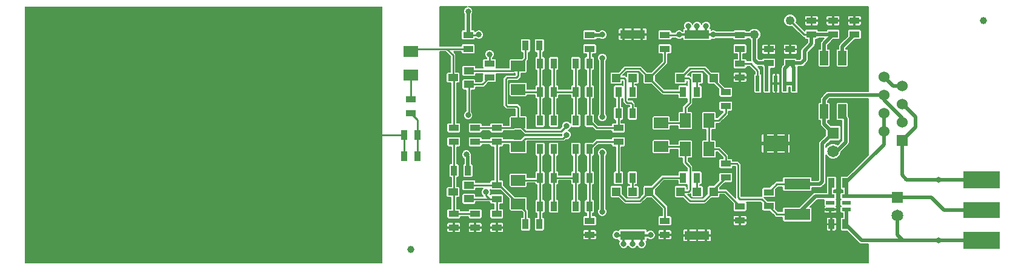
<source format=gtl>
G04 (created by PCBNEW (2013-mar-25)-stable) date Friday, August 07, 2015 11:50:23 AM*
%MOIN*%
G04 Gerber Fmt 3.4, Leading zero omitted, Abs format*
%FSLAX34Y34*%
G01*
G70*
G90*
G04 APERTURE LIST*
%ADD10C,0.006*%
%ADD11R,0.06X0.06*%
%ADD12C,0.06*%
%ADD13R,0.0649606X0.0649606*%
%ADD14C,0.0649606*%
%ADD15C,0.0492126*%
%ADD16R,0.141732X0.0610236*%
%ADD17R,0.055X0.035*%
%ADD18R,0.035X0.055*%
%ADD19R,0.0787402X0.0590551*%
%ADD20R,0.0590551X0.0787402*%
%ADD21R,0.0472441X0.0787402*%
%ADD22R,0.2X0.0901575*%
%ADD23R,0.2X0.0950787*%
%ADD24R,0.05X0.02*%
%ADD25R,0.0472441X0.0472441*%
%ADD26R,0.137795X0.0472441*%
%ADD27R,0.023622X0.0866142*%
%ADD28R,0.137795X0.0866142*%
%ADD29R,0.0551X0.0393*%
%ADD30C,0.0393701*%
%ADD31R,1.9685X1.41732*%
%ADD32C,0.0314961*%
%ADD33C,0.00984252*%
%ADD34C,0.019685*%
%ADD35C,0.011811*%
%ADD36C,0.00590551*%
G04 APERTURE END LIST*
G54D10*
G54D11*
X81751Y-27478D03*
G54D12*
X80751Y-26978D03*
X81751Y-26478D03*
X80751Y-25978D03*
X81751Y-25478D03*
X80751Y-24978D03*
X81751Y-24478D03*
X80751Y-23978D03*
G54D13*
X81496Y-30602D03*
G54D14*
X81496Y-31602D03*
G54D13*
X77952Y-27059D03*
G54D14*
X77952Y-28059D03*
G54D15*
X75590Y-20866D03*
X73622Y-21653D03*
G54D16*
X75984Y-31545D03*
X75984Y-29872D03*
G54D17*
X57086Y-32269D03*
X57086Y-31509D03*
X64566Y-21667D03*
X64566Y-22427D03*
X76771Y-21639D03*
X76771Y-20879D03*
X72047Y-29513D03*
X72047Y-28753D03*
X72047Y-24816D03*
X72047Y-25576D03*
G54D18*
X61037Y-22244D03*
X61797Y-22244D03*
G54D17*
X59448Y-26785D03*
X59448Y-27545D03*
G54D18*
X61037Y-32086D03*
X61797Y-32086D03*
G54D17*
X74409Y-30328D03*
X74409Y-31088D03*
X77952Y-21639D03*
X77952Y-20879D03*
X68700Y-21667D03*
X68700Y-22427D03*
G54D18*
X78628Y-32086D03*
X77868Y-32086D03*
X78628Y-29822D03*
X77868Y-29822D03*
G54D17*
X66141Y-26785D03*
X66141Y-27545D03*
X58267Y-27545D03*
X58267Y-26785D03*
G54D18*
X54344Y-28346D03*
X55104Y-28346D03*
G54D17*
X57874Y-21667D03*
X57874Y-22427D03*
G54D18*
X61824Y-29527D03*
X62584Y-29527D03*
X63793Y-23228D03*
X64553Y-23228D03*
X63793Y-24803D03*
X64553Y-24803D03*
X61824Y-23228D03*
X62584Y-23228D03*
X61824Y-24803D03*
X62584Y-24803D03*
X63793Y-27952D03*
X64553Y-27952D03*
X63793Y-26377D03*
X64553Y-26377D03*
X61824Y-27952D03*
X62584Y-27952D03*
X61824Y-26377D03*
X62584Y-26377D03*
G54D17*
X54724Y-25970D03*
X54724Y-25210D03*
G54D18*
X55104Y-27165D03*
X54344Y-27165D03*
G54D17*
X57086Y-26785D03*
X57086Y-27545D03*
G54D18*
X57860Y-29133D03*
X57100Y-29133D03*
G54D17*
X72834Y-31116D03*
X72834Y-31876D03*
X59448Y-30694D03*
X59448Y-29934D03*
X59448Y-32269D03*
X59448Y-31509D03*
X79133Y-21639D03*
X79133Y-20879D03*
X68700Y-31903D03*
X68700Y-32663D03*
G54D18*
X66915Y-25984D03*
X66155Y-25984D03*
G54D17*
X75590Y-23214D03*
X75590Y-22454D03*
X59055Y-23242D03*
X59055Y-24002D03*
X72834Y-24002D03*
X72834Y-23242D03*
X72834Y-21667D03*
X72834Y-22427D03*
X74409Y-23214D03*
X74409Y-22454D03*
G54D18*
X69698Y-29527D03*
X70458Y-29527D03*
X69698Y-24803D03*
X70458Y-24803D03*
X66155Y-29527D03*
X66915Y-29527D03*
X66155Y-24803D03*
X66915Y-24803D03*
X63793Y-31102D03*
X64553Y-31102D03*
X63793Y-29527D03*
X64553Y-29527D03*
X61824Y-31102D03*
X62584Y-31102D03*
G54D17*
X64566Y-31903D03*
X64566Y-32663D03*
X58267Y-31509D03*
X58267Y-32269D03*
G54D19*
X68503Y-26515D03*
X68503Y-27814D03*
X60629Y-26515D03*
X60629Y-27814D03*
X60629Y-30964D03*
X60629Y-29665D03*
G54D20*
X69822Y-27952D03*
X71122Y-27952D03*
X69822Y-26377D03*
X71122Y-26377D03*
G54D19*
X60629Y-23366D03*
X60629Y-24665D03*
X54724Y-23877D03*
X54724Y-22578D03*
G54D21*
X78452Y-22933D03*
X78452Y-25885D03*
X77452Y-22933D03*
X77452Y-25885D03*
G54D22*
X86137Y-31299D03*
G54D23*
X86137Y-29624D03*
X86137Y-32974D03*
G54D24*
X78698Y-31275D03*
X78696Y-30905D03*
X78696Y-30535D03*
X77799Y-30535D03*
X77799Y-30905D03*
X77799Y-31275D03*
G54D25*
X67834Y-30295D03*
X66929Y-30295D03*
X66023Y-30295D03*
G54D26*
X66929Y-32696D03*
G54D25*
X69566Y-24035D03*
X70472Y-24035D03*
X71377Y-24035D03*
G54D26*
X70472Y-21633D03*
G54D25*
X66023Y-24035D03*
X66929Y-24035D03*
X67834Y-24035D03*
G54D26*
X66929Y-21633D03*
G54D25*
X71377Y-30295D03*
X70472Y-30295D03*
X69566Y-30295D03*
G54D26*
X70472Y-32696D03*
G54D27*
X75803Y-24330D03*
X75303Y-24330D03*
X74803Y-24330D03*
X74303Y-24330D03*
X73803Y-24330D03*
G54D28*
X74803Y-27637D03*
G54D29*
X57913Y-24389D03*
X57913Y-23641D03*
X57047Y-24015D03*
X57913Y-30688D03*
X57913Y-29940D03*
X57047Y-30314D03*
G54D30*
X54724Y-33464D03*
X86220Y-20866D03*
G54D31*
X43307Y-27165D03*
G54D32*
X59055Y-22736D03*
X58464Y-21653D03*
X57874Y-20374D03*
X65255Y-28149D03*
X65255Y-31397D03*
X66043Y-32677D03*
X67913Y-32677D03*
X66437Y-33169D03*
X67421Y-33169D03*
X66929Y-33169D03*
X70964Y-21161D03*
X69980Y-21161D03*
X70472Y-21161D03*
X69488Y-21653D03*
X65255Y-22933D03*
X65255Y-26181D03*
X65255Y-21653D03*
X71358Y-21653D03*
X57775Y-28248D03*
X57874Y-26082D03*
X58858Y-30314D03*
X63287Y-26673D03*
X63287Y-27165D03*
X83759Y-29625D03*
X83759Y-32972D03*
X62204Y-33464D03*
X61023Y-33464D03*
X63385Y-33464D03*
X60236Y-20866D03*
X62598Y-20866D03*
X63779Y-20866D03*
X61417Y-20866D03*
X59055Y-20866D03*
X60039Y-32283D03*
X58858Y-32283D03*
X57677Y-32283D03*
X77263Y-31299D03*
X63976Y-32677D03*
X73425Y-31889D03*
X77362Y-32086D03*
X79133Y-20374D03*
X77952Y-20374D03*
X76771Y-20374D03*
X74803Y-23622D03*
X72834Y-24507D03*
X75590Y-21948D03*
X74409Y-21948D03*
X75393Y-28346D03*
X74212Y-28346D03*
X75393Y-26870D03*
X74212Y-26870D03*
X74803Y-26870D03*
X75787Y-27657D03*
X74803Y-28346D03*
X73818Y-27657D03*
X60629Y-29035D03*
X62992Y-28937D03*
X62992Y-25295D03*
X58661Y-26082D03*
G54D33*
X57874Y-21667D02*
X58450Y-21667D01*
X59055Y-23228D02*
X59055Y-23242D01*
X59055Y-22736D02*
X59055Y-23228D01*
X58450Y-21667D02*
X58464Y-21653D01*
G54D34*
X57874Y-21667D02*
X57874Y-20374D01*
X65255Y-28149D02*
X65255Y-31397D01*
G54D35*
X66929Y-32696D02*
X66062Y-32696D01*
X66062Y-32696D02*
X66043Y-32677D01*
X66929Y-32696D02*
X67893Y-32696D01*
X67893Y-32696D02*
X67913Y-32677D01*
X66929Y-32696D02*
X66614Y-32696D01*
X66437Y-32874D02*
X66437Y-33169D01*
X66614Y-32696D02*
X66437Y-32874D01*
X66929Y-32696D02*
X67244Y-32696D01*
X67421Y-32874D02*
X67421Y-33169D01*
X67244Y-32696D02*
X67421Y-32874D01*
X66929Y-32696D02*
X66929Y-33169D01*
X70472Y-21633D02*
X70787Y-21633D01*
X70964Y-21456D02*
X70964Y-21161D01*
X70787Y-21633D02*
X70964Y-21456D01*
X70472Y-21633D02*
X70157Y-21633D01*
X69980Y-21456D02*
X69980Y-21161D01*
X70157Y-21633D02*
X69980Y-21456D01*
X70472Y-21633D02*
X70472Y-21161D01*
G54D33*
X68700Y-21667D02*
X69474Y-21667D01*
X69507Y-21633D02*
X69488Y-21653D01*
G54D35*
X69507Y-21633D02*
X70472Y-21633D01*
G54D33*
X69474Y-21667D02*
X69488Y-21653D01*
G54D34*
X65255Y-26181D02*
X65255Y-22933D01*
X64566Y-21667D02*
X65242Y-21667D01*
X65242Y-21667D02*
X65255Y-21653D01*
X71358Y-21653D02*
X72834Y-21653D01*
X72834Y-21653D02*
X72834Y-21667D01*
G54D35*
X70472Y-21633D02*
X71338Y-21633D01*
G54D34*
X71338Y-21633D02*
X71358Y-21653D01*
X57860Y-28332D02*
X57860Y-29133D01*
X57775Y-28248D02*
X57860Y-28332D01*
X73622Y-21653D02*
X72848Y-21653D01*
X72848Y-21653D02*
X72834Y-21667D01*
X74409Y-23214D02*
X73805Y-23214D01*
X73622Y-23031D02*
X73622Y-21653D01*
X73805Y-23214D02*
X73622Y-23031D01*
X74303Y-24330D02*
X74303Y-23320D01*
X74303Y-23320D02*
X74409Y-23214D01*
G54D33*
X55104Y-28346D02*
X55104Y-27165D01*
X55104Y-27165D02*
X55104Y-26350D01*
X55104Y-26350D02*
X54724Y-25970D01*
X54724Y-23877D02*
X54724Y-25210D01*
X57874Y-22427D02*
X56706Y-22427D01*
X56692Y-22440D02*
X56692Y-22427D01*
X56706Y-22427D02*
X56692Y-22440D01*
X56692Y-22427D02*
X56692Y-22427D01*
X56692Y-22427D02*
X54875Y-22427D01*
X54875Y-22427D02*
X54724Y-22578D01*
X57047Y-24015D02*
X57047Y-22781D01*
X57047Y-22781D02*
X56692Y-22427D01*
X57086Y-26785D02*
X57086Y-24055D01*
X57086Y-24055D02*
X57047Y-24015D01*
X66915Y-24803D02*
X66915Y-24049D01*
X66915Y-24049D02*
X66929Y-24035D01*
X66915Y-29527D02*
X66915Y-30281D01*
X66915Y-30281D02*
X66929Y-30295D01*
X70458Y-24803D02*
X70458Y-24049D01*
X70458Y-24049D02*
X70472Y-24035D01*
X70458Y-29527D02*
X70458Y-30281D01*
X70458Y-30281D02*
X70472Y-30295D01*
X57100Y-29133D02*
X57100Y-30261D01*
X57100Y-30261D02*
X57047Y-30314D01*
X57100Y-29133D02*
X57100Y-27559D01*
X57100Y-27559D02*
X57086Y-27545D01*
X57086Y-30275D02*
X57047Y-30314D01*
X57086Y-31509D02*
X57086Y-30354D01*
X57086Y-30354D02*
X57047Y-30314D01*
X58267Y-31509D02*
X57086Y-31509D01*
G54D34*
X80751Y-24978D02*
X77679Y-24978D01*
X77452Y-25204D02*
X77452Y-25885D01*
X77679Y-24978D02*
X77452Y-25204D01*
X81751Y-26478D02*
X81751Y-26240D01*
X80751Y-25240D02*
X80751Y-24978D01*
X81751Y-26240D02*
X80751Y-25240D01*
X75984Y-29872D02*
X77214Y-29872D01*
X77362Y-27649D02*
X77952Y-27059D01*
X77362Y-29724D02*
X77362Y-27649D01*
X77214Y-29872D02*
X77362Y-29724D01*
X77452Y-25885D02*
X77452Y-26559D01*
X77452Y-26559D02*
X77952Y-27059D01*
G54D33*
X75984Y-29872D02*
X74866Y-29872D01*
X74866Y-29872D02*
X74409Y-30328D01*
G54D34*
X78452Y-25885D02*
X78452Y-26090D01*
X78141Y-28059D02*
X77952Y-28059D01*
X78641Y-27559D02*
X78141Y-28059D01*
X78641Y-26279D02*
X78641Y-27559D01*
X78452Y-26090D02*
X78641Y-26279D01*
X81751Y-24478D02*
X81251Y-24478D01*
X81251Y-24478D02*
X80751Y-23978D01*
G54D33*
X76771Y-21639D02*
X76364Y-21639D01*
X76364Y-21639D02*
X75590Y-20866D01*
G54D34*
X76771Y-21639D02*
X76771Y-22145D01*
X76194Y-23214D02*
X75590Y-23214D01*
X76377Y-23031D02*
X76194Y-23214D01*
X76377Y-22539D02*
X76377Y-23031D01*
X76771Y-22145D02*
X76377Y-22539D01*
X77952Y-21639D02*
X76771Y-21639D01*
X77452Y-22933D02*
X77452Y-22139D01*
X77452Y-22139D02*
X77952Y-21639D01*
X75803Y-24330D02*
X75803Y-23427D01*
X75803Y-23427D02*
X75590Y-23214D01*
X75303Y-24330D02*
X75303Y-23502D01*
X75303Y-23502D02*
X75590Y-23214D01*
X75303Y-24330D02*
X75803Y-24330D01*
G54D33*
X67834Y-24035D02*
X67322Y-23523D01*
X66535Y-23523D02*
X66023Y-24035D01*
X67322Y-23523D02*
X66535Y-23523D01*
X68700Y-22427D02*
X68700Y-23169D01*
X68700Y-23169D02*
X67834Y-24035D01*
X69698Y-24803D02*
X68602Y-24803D01*
X68602Y-24803D02*
X67834Y-24035D01*
X66915Y-25984D02*
X66915Y-25478D01*
X66915Y-25478D02*
X66830Y-25393D01*
X66830Y-25393D02*
X66633Y-25393D01*
X66633Y-25393D02*
X66535Y-25295D01*
X66535Y-25295D02*
X66535Y-24114D01*
X66535Y-24114D02*
X66456Y-24035D01*
X66456Y-24035D02*
X66023Y-24035D01*
X68700Y-31903D02*
X68700Y-31161D01*
X68700Y-31161D02*
X67834Y-30295D01*
X69698Y-29527D02*
X68602Y-29527D01*
X68602Y-29527D02*
X67834Y-30295D01*
X66023Y-30295D02*
X66535Y-30807D01*
X67322Y-30807D02*
X67834Y-30295D01*
X66535Y-30807D02*
X67322Y-30807D01*
X71377Y-24035D02*
X71377Y-24147D01*
X71377Y-24147D02*
X72047Y-24816D01*
X71377Y-24035D02*
X70866Y-23523D01*
X70078Y-23523D02*
X69566Y-24035D01*
X70866Y-23523D02*
X70078Y-23523D01*
X69822Y-26377D02*
X69822Y-25649D01*
X69822Y-25649D02*
X70078Y-25393D01*
X70078Y-25393D02*
X70078Y-24114D01*
X70078Y-24114D02*
X70000Y-24035D01*
X70000Y-24035D02*
X69566Y-24035D01*
X68503Y-26515D02*
X69685Y-26515D01*
X69685Y-26515D02*
X69822Y-26377D01*
X69822Y-27952D02*
X69822Y-28681D01*
X70000Y-30295D02*
X69566Y-30295D01*
X70078Y-30216D02*
X70000Y-30295D01*
X70078Y-28937D02*
X70078Y-30216D01*
X69822Y-28681D02*
X70078Y-28937D01*
X71377Y-30295D02*
X72013Y-30295D01*
X72013Y-30295D02*
X72834Y-31116D01*
X71377Y-30295D02*
X71377Y-30183D01*
X71377Y-30183D02*
X72047Y-29513D01*
X69566Y-30295D02*
X70078Y-30807D01*
X70078Y-30807D02*
X70866Y-30807D01*
X70866Y-30807D02*
X71377Y-30295D01*
X68503Y-27814D02*
X69685Y-27814D01*
X69685Y-27814D02*
X69822Y-27952D01*
X54344Y-27165D02*
X43307Y-27165D01*
X54344Y-28346D02*
X54344Y-27165D01*
X57913Y-24389D02*
X57913Y-26043D01*
X57913Y-26043D02*
X57874Y-26082D01*
X57913Y-24389D02*
X58667Y-24389D01*
X58667Y-24389D02*
X59055Y-24002D01*
X59041Y-30694D02*
X59448Y-30694D01*
X58858Y-30511D02*
X59041Y-30694D01*
X58858Y-30314D02*
X58858Y-30511D01*
X59448Y-30694D02*
X57919Y-30694D01*
X57919Y-30694D02*
X57913Y-30688D01*
X59448Y-31509D02*
X59448Y-30694D01*
X60629Y-26515D02*
X60629Y-25688D01*
X60629Y-23917D02*
X60629Y-23366D01*
X60531Y-24015D02*
X60629Y-23917D01*
X60039Y-24015D02*
X60531Y-24015D01*
X59940Y-24114D02*
X60039Y-24015D01*
X59940Y-25492D02*
X59940Y-24114D01*
X60039Y-25590D02*
X59940Y-25492D01*
X60531Y-25590D02*
X60039Y-25590D01*
X60629Y-25688D02*
X60531Y-25590D01*
X61037Y-22244D02*
X61037Y-22958D01*
X61037Y-22958D02*
X60629Y-23366D01*
X57913Y-23641D02*
X60354Y-23641D01*
X60354Y-23641D02*
X60629Y-23366D01*
X60629Y-26515D02*
X60629Y-26574D01*
X62992Y-26968D02*
X63287Y-26673D01*
X61023Y-26968D02*
X62992Y-26968D01*
X60629Y-26574D02*
X61023Y-26968D01*
X59448Y-26785D02*
X60360Y-26785D01*
X60360Y-26785D02*
X60629Y-26515D01*
X58267Y-26785D02*
X59448Y-26785D01*
X61037Y-32086D02*
X61037Y-31371D01*
X61037Y-31371D02*
X60629Y-30964D01*
X59448Y-29934D02*
X59600Y-29934D01*
X59600Y-29934D02*
X60629Y-30964D01*
X57913Y-29940D02*
X59442Y-29940D01*
X59442Y-29940D02*
X59448Y-29934D01*
X59448Y-27545D02*
X59448Y-29934D01*
X60629Y-27814D02*
X60629Y-27755D01*
X63090Y-27362D02*
X63287Y-27165D01*
X61023Y-27362D02*
X63090Y-27362D01*
X60629Y-27755D02*
X61023Y-27362D01*
X59448Y-27545D02*
X60360Y-27545D01*
X60360Y-27545D02*
X60629Y-27814D01*
X58267Y-27545D02*
X59448Y-27545D01*
X61824Y-24803D02*
X60767Y-24803D01*
X60767Y-24803D02*
X60629Y-24665D01*
X61824Y-23228D02*
X61824Y-22271D01*
X61824Y-22271D02*
X61797Y-22244D01*
X61824Y-24803D02*
X61824Y-23228D01*
X61824Y-26377D02*
X61824Y-24803D01*
X61824Y-31102D02*
X61824Y-32059D01*
X61824Y-32059D02*
X61797Y-32086D01*
X61824Y-29527D02*
X61824Y-31102D01*
X60629Y-29665D02*
X61686Y-29665D01*
X61686Y-29665D02*
X61824Y-29527D01*
X61824Y-27952D02*
X61824Y-29527D01*
X63793Y-24803D02*
X63793Y-23228D01*
X63793Y-26377D02*
X63793Y-24803D01*
X62584Y-24803D02*
X63793Y-24803D01*
X62584Y-24803D02*
X62584Y-23228D01*
X62584Y-26377D02*
X62584Y-24803D01*
X62584Y-29527D02*
X63793Y-29527D01*
X63793Y-29527D02*
X63793Y-31102D01*
X63793Y-27952D02*
X63793Y-29527D01*
X62584Y-29527D02*
X62584Y-31102D01*
X62584Y-29527D02*
X62584Y-27952D01*
X66155Y-25984D02*
X66155Y-24803D01*
X66141Y-26785D02*
X66141Y-25997D01*
X66141Y-25997D02*
X66155Y-25984D01*
X64553Y-23228D02*
X64553Y-22440D01*
X64553Y-22440D02*
X64566Y-22427D01*
X64553Y-24803D02*
X64553Y-23228D01*
X64553Y-26377D02*
X64553Y-24803D01*
X66141Y-26785D02*
X64960Y-26785D01*
X64960Y-26785D02*
X64553Y-26377D01*
X64553Y-31102D02*
X64553Y-31889D01*
X64553Y-31889D02*
X64566Y-31903D01*
X64553Y-29527D02*
X64553Y-31102D01*
X64553Y-29527D02*
X64553Y-27952D01*
X66141Y-27545D02*
X66141Y-29513D01*
X66141Y-29513D02*
X66155Y-29527D01*
X66141Y-27545D02*
X64960Y-27545D01*
X64960Y-27545D02*
X64553Y-27952D01*
G54D34*
X77799Y-30535D02*
X76994Y-30535D01*
X76994Y-30535D02*
X75984Y-31545D01*
X77799Y-30535D02*
X77799Y-29891D01*
X77799Y-29891D02*
X77868Y-29822D01*
G54D33*
X72047Y-28753D02*
X72651Y-28753D01*
X74029Y-30708D02*
X74409Y-31088D01*
X72834Y-30708D02*
X74029Y-30708D01*
X72736Y-30610D02*
X72834Y-30708D01*
X72736Y-28838D02*
X72736Y-30610D01*
X72651Y-28753D02*
X72736Y-28838D01*
X75984Y-31545D02*
X74866Y-31545D01*
X74866Y-31545D02*
X74409Y-31088D01*
X71122Y-26377D02*
X71653Y-26377D01*
X72047Y-25984D02*
X72047Y-25576D01*
X71653Y-26377D02*
X72047Y-25984D01*
X71122Y-27952D02*
X71653Y-27952D01*
X71653Y-27952D02*
X72047Y-28346D01*
X72047Y-28346D02*
X72047Y-28753D01*
X71122Y-26377D02*
X71122Y-27952D01*
G54D34*
X81496Y-30602D02*
X83358Y-30602D01*
X84055Y-31299D02*
X86137Y-31299D01*
X83358Y-30602D02*
X84055Y-31299D01*
X78696Y-30535D02*
X81429Y-30535D01*
X81429Y-30535D02*
X81496Y-30602D01*
X80751Y-26978D02*
X80751Y-27698D01*
X80751Y-27698D02*
X78628Y-29822D01*
X80751Y-25978D02*
X80751Y-26978D01*
X78696Y-30535D02*
X78696Y-29891D01*
X78696Y-29891D02*
X78628Y-29822D01*
X81496Y-31602D02*
X81496Y-32677D01*
X81496Y-32677D02*
X81791Y-32972D01*
X83759Y-29625D02*
X81988Y-29625D01*
X81751Y-29389D02*
X81751Y-27478D01*
X81988Y-29625D02*
X81751Y-29389D01*
X83661Y-32972D02*
X86135Y-32972D01*
X86135Y-32972D02*
X86137Y-32974D01*
X83759Y-29625D02*
X86135Y-29625D01*
X86135Y-29625D02*
X86137Y-29624D01*
X81751Y-25478D02*
X81777Y-25478D01*
X82480Y-26750D02*
X81751Y-27478D01*
X82480Y-26181D02*
X82480Y-26750D01*
X81777Y-25478D02*
X82480Y-26181D01*
X83759Y-32972D02*
X83661Y-32972D01*
X83661Y-32972D02*
X81791Y-32972D01*
X81791Y-32972D02*
X79513Y-32972D01*
X79513Y-32972D02*
X78628Y-32086D01*
X83761Y-29624D02*
X83759Y-29625D01*
X83759Y-32972D02*
X83761Y-32974D01*
X78698Y-31275D02*
X78698Y-32016D01*
X78698Y-32016D02*
X78628Y-32086D01*
X78452Y-22933D02*
X78452Y-22320D01*
X78452Y-22320D02*
X79133Y-21639D01*
G54D33*
X72834Y-23242D02*
X72834Y-22427D01*
X73803Y-24330D02*
X73803Y-23637D01*
X73407Y-23242D02*
X72834Y-23242D01*
X73803Y-23637D02*
X73407Y-23242D01*
X63385Y-33464D02*
X62204Y-33464D01*
X60222Y-32269D02*
X59842Y-32269D01*
X60236Y-33464D02*
X61023Y-33464D01*
X60236Y-32283D02*
X60236Y-33464D01*
X60222Y-32269D02*
X60236Y-32283D01*
X62204Y-33464D02*
X61023Y-33464D01*
G54D35*
X59055Y-20866D02*
X60236Y-20866D01*
X61417Y-20866D02*
X62598Y-20866D01*
X66929Y-20866D02*
X66929Y-21633D01*
X66929Y-20866D02*
X63779Y-20866D01*
X62598Y-20866D02*
X63779Y-20866D01*
X60236Y-20866D02*
X61417Y-20866D01*
X66929Y-21633D02*
X66614Y-21633D01*
X66614Y-21633D02*
X66437Y-21456D01*
X66437Y-21456D02*
X66437Y-21259D01*
G54D33*
X59448Y-32269D02*
X59842Y-32269D01*
X59842Y-32269D02*
X60025Y-32269D01*
X60025Y-32269D02*
X60039Y-32283D01*
X58267Y-32269D02*
X58844Y-32269D01*
X58844Y-32269D02*
X58858Y-32283D01*
X57086Y-32269D02*
X57663Y-32269D01*
X57663Y-32269D02*
X57677Y-32283D01*
X77799Y-31275D02*
X77287Y-31275D01*
X77287Y-31275D02*
X77263Y-31299D01*
X64566Y-32663D02*
X63990Y-32663D01*
X63990Y-32663D02*
X63976Y-32677D01*
X72834Y-31876D02*
X73411Y-31876D01*
X73411Y-31876D02*
X73425Y-31889D01*
X77868Y-32086D02*
X77362Y-32086D01*
X79133Y-20879D02*
X79133Y-20374D01*
X77952Y-20879D02*
X77952Y-20374D01*
X76771Y-20879D02*
X76771Y-20374D01*
X74803Y-24330D02*
X74803Y-23622D01*
X72834Y-24002D02*
X72834Y-24507D01*
G54D35*
X75590Y-22454D02*
X75590Y-21948D01*
X74409Y-22454D02*
X74409Y-21948D01*
X70472Y-32696D02*
X70787Y-32696D01*
X70964Y-32874D02*
X70964Y-33070D01*
X70787Y-32696D02*
X70964Y-32874D01*
X70472Y-32696D02*
X70157Y-32696D01*
X69980Y-32874D02*
X69980Y-33070D01*
X70157Y-32696D02*
X69980Y-32874D01*
X70472Y-32696D02*
X70846Y-32696D01*
X70964Y-32578D02*
X70964Y-32283D01*
X70846Y-32696D02*
X70964Y-32578D01*
X70472Y-32696D02*
X70098Y-32696D01*
X69980Y-32578D02*
X69980Y-32283D01*
X70098Y-32696D02*
X69980Y-32578D01*
X66929Y-21633D02*
X67303Y-21633D01*
X67421Y-21751D02*
X67421Y-22047D01*
X67303Y-21633D02*
X67421Y-21751D01*
X66929Y-21633D02*
X67244Y-21633D01*
X67421Y-21456D02*
X67421Y-21259D01*
X67244Y-21633D02*
X67421Y-21456D01*
X66929Y-21633D02*
X66555Y-21633D01*
X66437Y-21751D02*
X66437Y-22047D01*
X66555Y-21633D02*
X66437Y-21751D01*
G54D34*
X74803Y-27637D02*
X75275Y-27637D01*
X75393Y-27755D02*
X75393Y-28346D01*
X75275Y-27637D02*
X75393Y-27755D01*
X74803Y-27637D02*
X74330Y-27637D01*
X74212Y-27755D02*
X74212Y-28346D01*
X74330Y-27637D02*
X74212Y-27755D01*
X74803Y-27637D02*
X75314Y-27637D01*
X75393Y-27559D02*
X75393Y-26870D01*
X75314Y-27637D02*
X75393Y-27559D01*
X74803Y-27637D02*
X74586Y-27637D01*
X74212Y-27263D02*
X74212Y-26870D01*
X74586Y-27637D02*
X74212Y-27263D01*
X74803Y-27637D02*
X74803Y-26870D01*
X74803Y-27637D02*
X75767Y-27637D01*
X75767Y-27637D02*
X75787Y-27657D01*
X74803Y-27637D02*
X74803Y-28346D01*
X74803Y-27637D02*
X73838Y-27637D01*
X73838Y-27637D02*
X73818Y-27657D01*
G54D10*
G36*
X79891Y-34222D02*
X78157Y-34222D01*
X78157Y-31396D01*
X78157Y-31332D01*
X78130Y-31305D01*
X77828Y-31305D01*
X77828Y-31456D01*
X77855Y-31483D01*
X78027Y-31483D01*
X78070Y-31483D01*
X78110Y-31467D01*
X78141Y-31436D01*
X78157Y-31396D01*
X78157Y-34222D01*
X78151Y-34222D01*
X78151Y-32340D01*
X78151Y-31833D01*
X78151Y-31789D01*
X78134Y-31750D01*
X78104Y-31719D01*
X78064Y-31703D01*
X77924Y-31703D01*
X77897Y-31730D01*
X77897Y-32057D01*
X78124Y-32057D01*
X78151Y-32030D01*
X78151Y-31833D01*
X78151Y-32340D01*
X78151Y-32143D01*
X78124Y-32116D01*
X77897Y-32116D01*
X77897Y-32442D01*
X77924Y-32469D01*
X78064Y-32469D01*
X78104Y-32453D01*
X78134Y-32423D01*
X78151Y-32383D01*
X78151Y-32340D01*
X78151Y-34222D01*
X77838Y-34222D01*
X77838Y-32442D01*
X77838Y-32116D01*
X77838Y-32057D01*
X77838Y-31730D01*
X77811Y-31703D01*
X77769Y-31703D01*
X77769Y-31456D01*
X77769Y-31305D01*
X77468Y-31305D01*
X77440Y-31332D01*
X77440Y-31396D01*
X77457Y-31436D01*
X77487Y-31467D01*
X77527Y-31483D01*
X77570Y-31483D01*
X77742Y-31483D01*
X77769Y-31456D01*
X77769Y-31703D01*
X77671Y-31703D01*
X77631Y-31719D01*
X77601Y-31750D01*
X77584Y-31789D01*
X77584Y-31833D01*
X77584Y-32030D01*
X77611Y-32057D01*
X77838Y-32057D01*
X77838Y-32116D01*
X77611Y-32116D01*
X77584Y-32143D01*
X77584Y-32340D01*
X77584Y-32383D01*
X77601Y-32423D01*
X77631Y-32453D01*
X77671Y-32469D01*
X77811Y-32469D01*
X77838Y-32442D01*
X77838Y-34222D01*
X73217Y-34222D01*
X73217Y-32072D01*
X73217Y-31679D01*
X73201Y-31639D01*
X73171Y-31609D01*
X73131Y-31592D01*
X73088Y-31592D01*
X72891Y-31592D01*
X72864Y-31619D01*
X72864Y-31846D01*
X73190Y-31846D01*
X73217Y-31819D01*
X73217Y-31679D01*
X73217Y-32072D01*
X73217Y-31932D01*
X73190Y-31905D01*
X72864Y-31905D01*
X72864Y-32132D01*
X72891Y-32159D01*
X73088Y-32159D01*
X73131Y-32159D01*
X73171Y-32142D01*
X73201Y-32112D01*
X73217Y-32072D01*
X73217Y-34222D01*
X72805Y-34222D01*
X72805Y-32132D01*
X72805Y-31905D01*
X72805Y-31846D01*
X72805Y-31619D01*
X72778Y-31592D01*
X72581Y-31592D01*
X72538Y-31592D01*
X72498Y-31609D01*
X72467Y-31639D01*
X72451Y-31679D01*
X72451Y-31819D01*
X72478Y-31846D01*
X72805Y-31846D01*
X72805Y-31905D01*
X72478Y-31905D01*
X72451Y-31932D01*
X72451Y-32072D01*
X72467Y-32112D01*
X72498Y-32142D01*
X72538Y-32159D01*
X72581Y-32159D01*
X72778Y-32159D01*
X72805Y-32132D01*
X72805Y-34222D01*
X71269Y-34222D01*
X71269Y-32911D01*
X71269Y-32482D01*
X71269Y-32438D01*
X71253Y-32399D01*
X71222Y-32368D01*
X71182Y-32352D01*
X70529Y-32352D01*
X70501Y-32379D01*
X70501Y-32667D01*
X71242Y-32667D01*
X71269Y-32640D01*
X71269Y-32482D01*
X71269Y-32911D01*
X71269Y-32753D01*
X71242Y-32726D01*
X70501Y-32726D01*
X70501Y-33014D01*
X70529Y-33041D01*
X71182Y-33041D01*
X71222Y-33024D01*
X71253Y-32994D01*
X71269Y-32954D01*
X71269Y-32911D01*
X71269Y-34222D01*
X70442Y-34222D01*
X70442Y-33014D01*
X70442Y-32726D01*
X70442Y-32667D01*
X70442Y-32379D01*
X70415Y-32352D01*
X69762Y-32352D01*
X69722Y-32368D01*
X69691Y-32399D01*
X69675Y-32438D01*
X69675Y-32482D01*
X69675Y-32640D01*
X69702Y-32667D01*
X70442Y-32667D01*
X70442Y-32726D01*
X69702Y-32726D01*
X69675Y-32753D01*
X69675Y-32911D01*
X69675Y-32954D01*
X69691Y-32994D01*
X69722Y-33024D01*
X69762Y-33041D01*
X70415Y-33041D01*
X70442Y-33014D01*
X70442Y-34222D01*
X69084Y-34222D01*
X69084Y-32859D01*
X69084Y-32467D01*
X69067Y-32427D01*
X69037Y-32396D01*
X68997Y-32380D01*
X68954Y-32380D01*
X68757Y-32380D01*
X68730Y-32407D01*
X68730Y-32633D01*
X69056Y-32633D01*
X69084Y-32606D01*
X69084Y-32467D01*
X69084Y-32859D01*
X69084Y-32720D01*
X69056Y-32692D01*
X68730Y-32692D01*
X68730Y-32919D01*
X68757Y-32946D01*
X68954Y-32946D01*
X68997Y-32946D01*
X69037Y-32930D01*
X69067Y-32899D01*
X69084Y-32859D01*
X69084Y-34222D01*
X68671Y-34222D01*
X68671Y-32919D01*
X68671Y-32692D01*
X68671Y-32633D01*
X68671Y-32407D01*
X68644Y-32380D01*
X68447Y-32380D01*
X68404Y-32380D01*
X68364Y-32396D01*
X68333Y-32427D01*
X68317Y-32467D01*
X68317Y-32606D01*
X68344Y-32633D01*
X68671Y-32633D01*
X68671Y-32692D01*
X68344Y-32692D01*
X68317Y-32720D01*
X68317Y-32859D01*
X68333Y-32899D01*
X68364Y-32930D01*
X68404Y-32946D01*
X68447Y-32946D01*
X68644Y-32946D01*
X68671Y-32919D01*
X68671Y-34222D01*
X68179Y-34222D01*
X68179Y-32624D01*
X68138Y-32526D01*
X68064Y-32452D01*
X67966Y-32411D01*
X67860Y-32411D01*
X67763Y-32451D01*
X67726Y-32488D01*
X67726Y-32439D01*
X67709Y-32399D01*
X67679Y-32368D01*
X67639Y-32352D01*
X67596Y-32352D01*
X66218Y-32352D01*
X66178Y-32368D01*
X66148Y-32399D01*
X66136Y-32428D01*
X66096Y-32411D01*
X65990Y-32411D01*
X65892Y-32451D01*
X65818Y-32526D01*
X65777Y-32624D01*
X65777Y-32729D01*
X65817Y-32827D01*
X65892Y-32902D01*
X65990Y-32942D01*
X66095Y-32942D01*
X66131Y-32928D01*
X66131Y-32954D01*
X66148Y-32994D01*
X66178Y-33024D01*
X66204Y-33035D01*
X66171Y-33116D01*
X66171Y-33221D01*
X66211Y-33319D01*
X66286Y-33394D01*
X66383Y-33434D01*
X66489Y-33435D01*
X66587Y-33394D01*
X66662Y-33320D01*
X66683Y-33269D01*
X66703Y-33319D01*
X66778Y-33394D01*
X66876Y-33434D01*
X66981Y-33435D01*
X67079Y-33394D01*
X67154Y-33320D01*
X67175Y-33269D01*
X67195Y-33319D01*
X67270Y-33394D01*
X67368Y-33434D01*
X67473Y-33435D01*
X67571Y-33394D01*
X67646Y-33320D01*
X67686Y-33222D01*
X67687Y-33116D01*
X67653Y-33035D01*
X67679Y-33024D01*
X67709Y-32994D01*
X67726Y-32954D01*
X67726Y-32911D01*
X67726Y-32866D01*
X67762Y-32902D01*
X67860Y-32942D01*
X67966Y-32942D01*
X68063Y-32902D01*
X68138Y-32827D01*
X68179Y-32730D01*
X68179Y-32624D01*
X68179Y-34222D01*
X65521Y-34222D01*
X65521Y-31345D01*
X65481Y-31247D01*
X65462Y-31228D01*
X65462Y-28318D01*
X65481Y-28300D01*
X65521Y-28202D01*
X65521Y-28096D01*
X65481Y-27999D01*
X65406Y-27924D01*
X65308Y-27883D01*
X65203Y-27883D01*
X65105Y-27924D01*
X65030Y-27998D01*
X64990Y-28096D01*
X64990Y-28202D01*
X65030Y-28299D01*
X65049Y-28318D01*
X65049Y-31228D01*
X65030Y-31246D01*
X64990Y-31344D01*
X64990Y-31450D01*
X65030Y-31547D01*
X65105Y-31622D01*
X65202Y-31663D01*
X65308Y-31663D01*
X65406Y-31623D01*
X65481Y-31548D01*
X65521Y-31450D01*
X65521Y-31345D01*
X65521Y-34222D01*
X64950Y-34222D01*
X64950Y-32859D01*
X64950Y-32467D01*
X64933Y-32427D01*
X64903Y-32396D01*
X64863Y-32380D01*
X64820Y-32380D01*
X64623Y-32380D01*
X64596Y-32407D01*
X64596Y-32633D01*
X64923Y-32633D01*
X64950Y-32606D01*
X64950Y-32467D01*
X64950Y-32859D01*
X64950Y-32720D01*
X64923Y-32692D01*
X64596Y-32692D01*
X64596Y-32919D01*
X64623Y-32946D01*
X64820Y-32946D01*
X64863Y-32946D01*
X64903Y-32930D01*
X64933Y-32899D01*
X64950Y-32859D01*
X64950Y-34222D01*
X64537Y-34222D01*
X64537Y-32919D01*
X64537Y-32692D01*
X64537Y-32633D01*
X64537Y-32407D01*
X64510Y-32380D01*
X64313Y-32380D01*
X64270Y-32380D01*
X64230Y-32396D01*
X64200Y-32427D01*
X64183Y-32467D01*
X64183Y-32606D01*
X64210Y-32633D01*
X64537Y-32633D01*
X64537Y-32692D01*
X64210Y-32692D01*
X64183Y-32720D01*
X64183Y-32859D01*
X64200Y-32899D01*
X64230Y-32930D01*
X64270Y-32946D01*
X64313Y-32946D01*
X64510Y-32946D01*
X64537Y-32919D01*
X64537Y-34222D01*
X64076Y-34222D01*
X64076Y-31355D01*
X64076Y-30805D01*
X64060Y-30766D01*
X64029Y-30735D01*
X63989Y-30719D01*
X63950Y-30719D01*
X63950Y-29910D01*
X63989Y-29910D01*
X64029Y-29894D01*
X64059Y-29863D01*
X64076Y-29824D01*
X64076Y-29781D01*
X64076Y-29231D01*
X64060Y-29191D01*
X64029Y-29160D01*
X63989Y-29144D01*
X63950Y-29144D01*
X63950Y-28336D01*
X63989Y-28336D01*
X64029Y-28319D01*
X64059Y-28289D01*
X64076Y-28249D01*
X64076Y-28206D01*
X64076Y-27656D01*
X64076Y-26631D01*
X64076Y-26081D01*
X64060Y-26041D01*
X64029Y-26011D01*
X63989Y-25994D01*
X63950Y-25994D01*
X63950Y-25186D01*
X63989Y-25186D01*
X64029Y-25169D01*
X64059Y-25139D01*
X64076Y-25099D01*
X64076Y-25056D01*
X64076Y-24506D01*
X64060Y-24466D01*
X64029Y-24436D01*
X63989Y-24419D01*
X63950Y-24419D01*
X63950Y-23611D01*
X63989Y-23611D01*
X64029Y-23595D01*
X64059Y-23564D01*
X64076Y-23524D01*
X64076Y-23481D01*
X64076Y-22931D01*
X64060Y-22892D01*
X64029Y-22861D01*
X63989Y-22845D01*
X63946Y-22845D01*
X63596Y-22845D01*
X63556Y-22861D01*
X63526Y-22891D01*
X63509Y-22931D01*
X63509Y-22974D01*
X63509Y-23524D01*
X63526Y-23564D01*
X63556Y-23595D01*
X63596Y-23611D01*
X63635Y-23611D01*
X63635Y-24419D01*
X63596Y-24419D01*
X63556Y-24436D01*
X63526Y-24466D01*
X63509Y-24506D01*
X63509Y-24549D01*
X63509Y-24645D01*
X62868Y-24645D01*
X62868Y-24506D01*
X62851Y-24466D01*
X62821Y-24436D01*
X62781Y-24419D01*
X62742Y-24419D01*
X62742Y-23611D01*
X62781Y-23611D01*
X62820Y-23595D01*
X62851Y-23564D01*
X62867Y-23524D01*
X62868Y-23481D01*
X62868Y-22931D01*
X62851Y-22892D01*
X62821Y-22861D01*
X62781Y-22845D01*
X62738Y-22845D01*
X62388Y-22845D01*
X62348Y-22861D01*
X62317Y-22891D01*
X62301Y-22931D01*
X62301Y-22974D01*
X62301Y-23524D01*
X62317Y-23564D01*
X62348Y-23595D01*
X62388Y-23611D01*
X62427Y-23611D01*
X62427Y-24419D01*
X62388Y-24419D01*
X62348Y-24436D01*
X62317Y-24466D01*
X62301Y-24506D01*
X62301Y-24549D01*
X62301Y-25099D01*
X62317Y-25139D01*
X62348Y-25169D01*
X62388Y-25186D01*
X62427Y-25186D01*
X62427Y-25994D01*
X62388Y-25994D01*
X62348Y-26011D01*
X62317Y-26041D01*
X62301Y-26081D01*
X62301Y-26124D01*
X62301Y-26674D01*
X62317Y-26714D01*
X62348Y-26744D01*
X62388Y-26761D01*
X62431Y-26761D01*
X62781Y-26761D01*
X62820Y-26744D01*
X62851Y-26714D01*
X62867Y-26674D01*
X62868Y-26631D01*
X62868Y-26081D01*
X62851Y-26041D01*
X62821Y-26011D01*
X62781Y-25994D01*
X62742Y-25994D01*
X62742Y-25186D01*
X62781Y-25186D01*
X62820Y-25169D01*
X62851Y-25139D01*
X62867Y-25099D01*
X62868Y-25056D01*
X62868Y-24960D01*
X63509Y-24960D01*
X63509Y-25099D01*
X63526Y-25139D01*
X63556Y-25169D01*
X63596Y-25186D01*
X63635Y-25186D01*
X63635Y-25994D01*
X63596Y-25994D01*
X63556Y-26011D01*
X63526Y-26041D01*
X63509Y-26081D01*
X63509Y-26124D01*
X63509Y-26520D01*
X63438Y-26448D01*
X63340Y-26407D01*
X63234Y-26407D01*
X63137Y-26447D01*
X63062Y-26522D01*
X63021Y-26620D01*
X63021Y-26716D01*
X62926Y-26811D01*
X62108Y-26811D01*
X62108Y-26631D01*
X62108Y-26081D01*
X62091Y-26041D01*
X62061Y-26011D01*
X62021Y-25994D01*
X61982Y-25994D01*
X61982Y-25186D01*
X62021Y-25186D01*
X62060Y-25169D01*
X62091Y-25139D01*
X62107Y-25099D01*
X62108Y-25056D01*
X62108Y-24506D01*
X62091Y-24466D01*
X62061Y-24436D01*
X62021Y-24419D01*
X61982Y-24419D01*
X61982Y-23611D01*
X62021Y-23611D01*
X62060Y-23595D01*
X62091Y-23564D01*
X62107Y-23524D01*
X62108Y-23481D01*
X62108Y-22931D01*
X62091Y-22892D01*
X62061Y-22861D01*
X62021Y-22845D01*
X61982Y-22845D01*
X61982Y-22627D01*
X61993Y-22627D01*
X62033Y-22610D01*
X62064Y-22580D01*
X62080Y-22540D01*
X62080Y-22497D01*
X62080Y-21947D01*
X62064Y-21907D01*
X62033Y-21877D01*
X61993Y-21860D01*
X61950Y-21860D01*
X61600Y-21860D01*
X61561Y-21877D01*
X61530Y-21907D01*
X61514Y-21947D01*
X61514Y-21990D01*
X61514Y-22540D01*
X61530Y-22580D01*
X61560Y-22610D01*
X61600Y-22627D01*
X61643Y-22627D01*
X61667Y-22627D01*
X61667Y-22845D01*
X61628Y-22845D01*
X61588Y-22861D01*
X61557Y-22891D01*
X61541Y-22931D01*
X61541Y-22974D01*
X61541Y-23524D01*
X61557Y-23564D01*
X61588Y-23595D01*
X61628Y-23611D01*
X61667Y-23611D01*
X61667Y-24419D01*
X61628Y-24419D01*
X61588Y-24436D01*
X61557Y-24466D01*
X61541Y-24506D01*
X61541Y-24549D01*
X61541Y-24645D01*
X61131Y-24645D01*
X61131Y-24348D01*
X61115Y-24308D01*
X61085Y-24278D01*
X61045Y-24261D01*
X61002Y-24261D01*
X60214Y-24261D01*
X60174Y-24278D01*
X60144Y-24308D01*
X60127Y-24348D01*
X60127Y-24391D01*
X60127Y-24982D01*
X60144Y-25021D01*
X60174Y-25052D01*
X60214Y-25068D01*
X60257Y-25068D01*
X61045Y-25068D01*
X61084Y-25052D01*
X61115Y-25022D01*
X61131Y-24982D01*
X61131Y-24960D01*
X61541Y-24960D01*
X61541Y-25099D01*
X61557Y-25139D01*
X61588Y-25169D01*
X61628Y-25186D01*
X61667Y-25186D01*
X61667Y-25994D01*
X61628Y-25994D01*
X61588Y-26011D01*
X61557Y-26041D01*
X61541Y-26081D01*
X61541Y-26124D01*
X61541Y-26674D01*
X61557Y-26714D01*
X61588Y-26744D01*
X61628Y-26761D01*
X61671Y-26761D01*
X62021Y-26761D01*
X62060Y-26744D01*
X62091Y-26714D01*
X62107Y-26674D01*
X62108Y-26631D01*
X62108Y-26811D01*
X61131Y-26811D01*
X61131Y-26789D01*
X61131Y-26199D01*
X61115Y-26159D01*
X61085Y-26128D01*
X61045Y-26112D01*
X61002Y-26112D01*
X60787Y-26112D01*
X60787Y-25688D01*
X60775Y-25628D01*
X60775Y-25628D01*
X60741Y-25577D01*
X60741Y-25577D01*
X60642Y-25479D01*
X60591Y-25445D01*
X60531Y-25433D01*
X60104Y-25433D01*
X60098Y-25426D01*
X60098Y-24179D01*
X60104Y-24173D01*
X60531Y-24173D01*
X60591Y-24161D01*
X60591Y-24161D01*
X60642Y-24127D01*
X60741Y-24028D01*
X60741Y-24028D01*
X60741Y-24028D01*
X60775Y-23977D01*
X60775Y-23977D01*
X60787Y-23917D01*
X60787Y-23769D01*
X61045Y-23769D01*
X61084Y-23753D01*
X61115Y-23722D01*
X61131Y-23683D01*
X61131Y-23639D01*
X61131Y-23086D01*
X61148Y-23070D01*
X61182Y-23019D01*
X61182Y-23019D01*
X61194Y-22958D01*
X61194Y-22627D01*
X61233Y-22627D01*
X61273Y-22610D01*
X61304Y-22580D01*
X61320Y-22540D01*
X61320Y-22497D01*
X61320Y-21947D01*
X61304Y-21907D01*
X61273Y-21877D01*
X61233Y-21860D01*
X61190Y-21860D01*
X60840Y-21860D01*
X60801Y-21877D01*
X60770Y-21907D01*
X60754Y-21947D01*
X60754Y-21990D01*
X60754Y-22540D01*
X60770Y-22580D01*
X60800Y-22610D01*
X60840Y-22627D01*
X60879Y-22627D01*
X60879Y-22893D01*
X60810Y-22962D01*
X60214Y-22962D01*
X60174Y-22979D01*
X60144Y-23009D01*
X60127Y-23049D01*
X60127Y-23092D01*
X60127Y-23484D01*
X59416Y-23484D01*
X59421Y-23478D01*
X59438Y-23438D01*
X59438Y-23395D01*
X59438Y-23045D01*
X59421Y-23005D01*
X59391Y-22975D01*
X59351Y-22958D01*
X59308Y-22958D01*
X59212Y-22958D01*
X59212Y-22954D01*
X59280Y-22886D01*
X59320Y-22789D01*
X59320Y-22683D01*
X59280Y-22585D01*
X59205Y-22511D01*
X59108Y-22470D01*
X59002Y-22470D01*
X58904Y-22510D01*
X58829Y-22585D01*
X58789Y-22683D01*
X58789Y-22788D01*
X58829Y-22886D01*
X58897Y-22954D01*
X58897Y-22958D01*
X58758Y-22958D01*
X58718Y-22975D01*
X58688Y-23005D01*
X58671Y-23045D01*
X58671Y-23088D01*
X58671Y-23438D01*
X58688Y-23478D01*
X58694Y-23484D01*
X58297Y-23484D01*
X58297Y-23423D01*
X58280Y-23383D01*
X58250Y-23353D01*
X58210Y-23336D01*
X58167Y-23336D01*
X57616Y-23336D01*
X57576Y-23353D01*
X57546Y-23383D01*
X57529Y-23423D01*
X57529Y-23466D01*
X57529Y-23859D01*
X57545Y-23899D01*
X57576Y-23929D01*
X57616Y-23946D01*
X57659Y-23946D01*
X58210Y-23946D01*
X58250Y-23930D01*
X58280Y-23899D01*
X58297Y-23859D01*
X58297Y-23816D01*
X58297Y-23799D01*
X58674Y-23799D01*
X58671Y-23805D01*
X58671Y-23848D01*
X58671Y-24162D01*
X58602Y-24232D01*
X58297Y-24232D01*
X58297Y-24171D01*
X58280Y-24131D01*
X58250Y-24101D01*
X58210Y-24084D01*
X58167Y-24084D01*
X57616Y-24084D01*
X57576Y-24101D01*
X57546Y-24131D01*
X57529Y-24171D01*
X57529Y-24214D01*
X57529Y-24607D01*
X57545Y-24647D01*
X57576Y-24677D01*
X57616Y-24694D01*
X57659Y-24694D01*
X57755Y-24694D01*
X57755Y-25843D01*
X57723Y-25857D01*
X57648Y-25931D01*
X57608Y-26029D01*
X57608Y-26135D01*
X57648Y-26233D01*
X57723Y-26307D01*
X57820Y-26348D01*
X57926Y-26348D01*
X58024Y-26308D01*
X58099Y-26233D01*
X58139Y-26135D01*
X58139Y-26030D01*
X58099Y-25932D01*
X58070Y-25903D01*
X58070Y-24694D01*
X58210Y-24694D01*
X58250Y-24678D01*
X58280Y-24647D01*
X58297Y-24607D01*
X58297Y-24564D01*
X58297Y-24547D01*
X58667Y-24547D01*
X58727Y-24535D01*
X58727Y-24535D01*
X58778Y-24501D01*
X58994Y-24285D01*
X59351Y-24285D01*
X59391Y-24268D01*
X59421Y-24238D01*
X59438Y-24198D01*
X59438Y-24155D01*
X59438Y-23805D01*
X59435Y-23799D01*
X60354Y-23799D01*
X60414Y-23787D01*
X60414Y-23787D01*
X60440Y-23769D01*
X60440Y-23769D01*
X60472Y-23769D01*
X60472Y-23852D01*
X60466Y-23858D01*
X60039Y-23858D01*
X59979Y-23870D01*
X59928Y-23904D01*
X59928Y-23904D01*
X59829Y-24002D01*
X59795Y-24053D01*
X59783Y-24114D01*
X59783Y-25492D01*
X59795Y-25552D01*
X59829Y-25603D01*
X59928Y-25701D01*
X59928Y-25701D01*
X59979Y-25736D01*
X59979Y-25736D01*
X60039Y-25748D01*
X60466Y-25748D01*
X60472Y-25754D01*
X60472Y-26112D01*
X60214Y-26112D01*
X60174Y-26128D01*
X60144Y-26159D01*
X60127Y-26198D01*
X60127Y-26241D01*
X60127Y-26627D01*
X59832Y-26627D01*
X59832Y-26588D01*
X59815Y-26549D01*
X59785Y-26518D01*
X59745Y-26502D01*
X59702Y-26502D01*
X59152Y-26502D01*
X59112Y-26518D01*
X59082Y-26548D01*
X59065Y-26588D01*
X59065Y-26627D01*
X58651Y-26627D01*
X58651Y-26588D01*
X58634Y-26549D01*
X58604Y-26518D01*
X58564Y-26502D01*
X58521Y-26502D01*
X57971Y-26502D01*
X57931Y-26518D01*
X57900Y-26548D01*
X57884Y-26588D01*
X57884Y-26631D01*
X57884Y-26981D01*
X57900Y-27021D01*
X57931Y-27052D01*
X57971Y-27068D01*
X58014Y-27068D01*
X58564Y-27068D01*
X58603Y-27052D01*
X58634Y-27021D01*
X58650Y-26981D01*
X58650Y-26942D01*
X59065Y-26942D01*
X59065Y-26981D01*
X59081Y-27021D01*
X59112Y-27052D01*
X59152Y-27068D01*
X59195Y-27068D01*
X59745Y-27068D01*
X59785Y-27052D01*
X59815Y-27021D01*
X59832Y-26981D01*
X59832Y-26942D01*
X60360Y-26942D01*
X60420Y-26930D01*
X60420Y-26930D01*
X60437Y-26919D01*
X60751Y-26919D01*
X60912Y-27079D01*
X60912Y-27079D01*
X60963Y-27113D01*
X60963Y-27113D01*
X61023Y-27125D01*
X62992Y-27125D01*
X63021Y-27120D01*
X63021Y-27204D01*
X61023Y-27204D01*
X60963Y-27216D01*
X60912Y-27250D01*
X60912Y-27250D01*
X60751Y-27411D01*
X60437Y-27411D01*
X60420Y-27399D01*
X60360Y-27387D01*
X59832Y-27387D01*
X59832Y-27348D01*
X59815Y-27309D01*
X59785Y-27278D01*
X59745Y-27262D01*
X59702Y-27262D01*
X59152Y-27262D01*
X59112Y-27278D01*
X59082Y-27308D01*
X59065Y-27348D01*
X59065Y-27387D01*
X58651Y-27387D01*
X58651Y-27348D01*
X58634Y-27309D01*
X58604Y-27278D01*
X58564Y-27262D01*
X58521Y-27262D01*
X57971Y-27262D01*
X57931Y-27278D01*
X57900Y-27308D01*
X57884Y-27348D01*
X57884Y-27391D01*
X57884Y-27741D01*
X57900Y-27781D01*
X57931Y-27812D01*
X57971Y-27828D01*
X58014Y-27828D01*
X58564Y-27828D01*
X58603Y-27812D01*
X58634Y-27781D01*
X58650Y-27741D01*
X58650Y-27702D01*
X59065Y-27702D01*
X59065Y-27741D01*
X59081Y-27781D01*
X59112Y-27812D01*
X59152Y-27828D01*
X59195Y-27828D01*
X59291Y-27828D01*
X59291Y-29651D01*
X59152Y-29651D01*
X59112Y-29668D01*
X59082Y-29698D01*
X59065Y-29738D01*
X59065Y-29781D01*
X59065Y-29783D01*
X58297Y-29783D01*
X58297Y-29723D01*
X58280Y-29683D01*
X58250Y-29652D01*
X58210Y-29636D01*
X58167Y-29636D01*
X58143Y-29636D01*
X58143Y-29387D01*
X58143Y-28837D01*
X58127Y-28797D01*
X58096Y-28767D01*
X58067Y-28754D01*
X58067Y-28332D01*
X58067Y-28332D01*
X58051Y-28253D01*
X58041Y-28238D01*
X58041Y-28195D01*
X58001Y-28097D01*
X57926Y-28022D01*
X57828Y-27982D01*
X57722Y-27982D01*
X57625Y-28022D01*
X57550Y-28097D01*
X57509Y-28194D01*
X57509Y-28300D01*
X57550Y-28398D01*
X57624Y-28473D01*
X57653Y-28485D01*
X57653Y-28754D01*
X57624Y-28767D01*
X57593Y-28797D01*
X57577Y-28837D01*
X57577Y-28880D01*
X57577Y-29430D01*
X57593Y-29470D01*
X57623Y-29500D01*
X57663Y-29517D01*
X57706Y-29517D01*
X58056Y-29517D01*
X58096Y-29500D01*
X58127Y-29470D01*
X58143Y-29430D01*
X58143Y-29387D01*
X58143Y-29636D01*
X57616Y-29636D01*
X57576Y-29652D01*
X57546Y-29683D01*
X57529Y-29722D01*
X57529Y-29765D01*
X57529Y-30158D01*
X57545Y-30198D01*
X57576Y-30229D01*
X57616Y-30245D01*
X57659Y-30245D01*
X58210Y-30245D01*
X58250Y-30229D01*
X58280Y-30198D01*
X58297Y-30159D01*
X58297Y-30116D01*
X58297Y-30098D01*
X58699Y-30098D01*
X58633Y-30164D01*
X58592Y-30261D01*
X58592Y-30367D01*
X58632Y-30465D01*
X58704Y-30537D01*
X58297Y-30537D01*
X58297Y-30471D01*
X58280Y-30431D01*
X58250Y-30400D01*
X58210Y-30384D01*
X58167Y-30384D01*
X57616Y-30384D01*
X57576Y-30400D01*
X57546Y-30431D01*
X57529Y-30470D01*
X57529Y-30513D01*
X57529Y-30906D01*
X57545Y-30946D01*
X57576Y-30977D01*
X57616Y-30993D01*
X57659Y-30993D01*
X58210Y-30993D01*
X58250Y-30977D01*
X58280Y-30946D01*
X58297Y-30907D01*
X58297Y-30864D01*
X58297Y-30852D01*
X59041Y-30852D01*
X59065Y-30852D01*
X59065Y-30891D01*
X59081Y-30931D01*
X59112Y-30961D01*
X59152Y-30978D01*
X59195Y-30978D01*
X59291Y-30978D01*
X59291Y-31226D01*
X59152Y-31226D01*
X59112Y-31242D01*
X59082Y-31273D01*
X59065Y-31313D01*
X59065Y-31356D01*
X59065Y-31706D01*
X59081Y-31746D01*
X59112Y-31776D01*
X59152Y-31793D01*
X59195Y-31793D01*
X59745Y-31793D01*
X59785Y-31776D01*
X59815Y-31746D01*
X59832Y-31706D01*
X59832Y-31663D01*
X59832Y-31313D01*
X59815Y-31273D01*
X59785Y-31243D01*
X59745Y-31226D01*
X59702Y-31226D01*
X59606Y-31226D01*
X59606Y-30978D01*
X59745Y-30978D01*
X59785Y-30961D01*
X59815Y-30931D01*
X59832Y-30891D01*
X59832Y-30848D01*
X59832Y-30498D01*
X59815Y-30458D01*
X59785Y-30428D01*
X59745Y-30411D01*
X59702Y-30411D01*
X59152Y-30411D01*
X59112Y-30428D01*
X59089Y-30451D01*
X59123Y-30368D01*
X59124Y-30262D01*
X59089Y-30178D01*
X59112Y-30201D01*
X59152Y-30218D01*
X59195Y-30218D01*
X59660Y-30218D01*
X60127Y-30685D01*
X60127Y-30690D01*
X60127Y-31281D01*
X60144Y-31321D01*
X60174Y-31351D01*
X60214Y-31368D01*
X60257Y-31368D01*
X60810Y-31368D01*
X60879Y-31437D01*
X60879Y-31703D01*
X60840Y-31703D01*
X60801Y-31719D01*
X60770Y-31750D01*
X60754Y-31789D01*
X60754Y-31833D01*
X60754Y-32383D01*
X60770Y-32422D01*
X60800Y-32453D01*
X60840Y-32469D01*
X60883Y-32469D01*
X61233Y-32469D01*
X61273Y-32453D01*
X61304Y-32423D01*
X61320Y-32383D01*
X61320Y-32340D01*
X61320Y-31790D01*
X61304Y-31750D01*
X61273Y-31719D01*
X61233Y-31703D01*
X61194Y-31703D01*
X61194Y-31371D01*
X61182Y-31311D01*
X61182Y-31311D01*
X61148Y-31260D01*
X61131Y-31243D01*
X61131Y-31238D01*
X61131Y-30647D01*
X61115Y-30608D01*
X61085Y-30577D01*
X61045Y-30561D01*
X61002Y-30561D01*
X60449Y-30561D01*
X59832Y-29944D01*
X59832Y-29738D01*
X59815Y-29698D01*
X59785Y-29668D01*
X59745Y-29651D01*
X59702Y-29651D01*
X59606Y-29651D01*
X59606Y-27828D01*
X59745Y-27828D01*
X59785Y-27812D01*
X59815Y-27781D01*
X59832Y-27741D01*
X59832Y-27702D01*
X60127Y-27702D01*
X60127Y-28131D01*
X60144Y-28171D01*
X60174Y-28201D01*
X60214Y-28218D01*
X60257Y-28218D01*
X61045Y-28218D01*
X61084Y-28202D01*
X61115Y-28171D01*
X61131Y-28131D01*
X61131Y-28088D01*
X61131Y-27519D01*
X63090Y-27519D01*
X63150Y-27507D01*
X63150Y-27507D01*
X63201Y-27473D01*
X63244Y-27431D01*
X63340Y-27431D01*
X63437Y-27390D01*
X63512Y-27316D01*
X63553Y-27218D01*
X63553Y-27112D01*
X63512Y-27015D01*
X63438Y-26940D01*
X63387Y-26919D01*
X63437Y-26898D01*
X63512Y-26823D01*
X63548Y-26736D01*
X63556Y-26744D01*
X63596Y-26761D01*
X63639Y-26761D01*
X63989Y-26761D01*
X64029Y-26744D01*
X64059Y-26714D01*
X64076Y-26674D01*
X64076Y-26631D01*
X64076Y-27656D01*
X64060Y-27616D01*
X64029Y-27586D01*
X63989Y-27569D01*
X63946Y-27569D01*
X63596Y-27569D01*
X63556Y-27585D01*
X63526Y-27616D01*
X63509Y-27656D01*
X63509Y-27699D01*
X63509Y-28249D01*
X63526Y-28289D01*
X63556Y-28319D01*
X63596Y-28336D01*
X63635Y-28336D01*
X63635Y-29144D01*
X63596Y-29144D01*
X63556Y-29160D01*
X63526Y-29191D01*
X63509Y-29230D01*
X63509Y-29274D01*
X63509Y-29370D01*
X62868Y-29370D01*
X62868Y-29231D01*
X62851Y-29191D01*
X62821Y-29160D01*
X62781Y-29144D01*
X62742Y-29144D01*
X62742Y-28336D01*
X62781Y-28336D01*
X62820Y-28319D01*
X62851Y-28289D01*
X62867Y-28249D01*
X62868Y-28206D01*
X62868Y-27656D01*
X62851Y-27616D01*
X62821Y-27586D01*
X62781Y-27569D01*
X62738Y-27569D01*
X62388Y-27569D01*
X62348Y-27585D01*
X62317Y-27616D01*
X62301Y-27656D01*
X62301Y-27699D01*
X62301Y-28249D01*
X62317Y-28289D01*
X62348Y-28319D01*
X62388Y-28336D01*
X62427Y-28336D01*
X62427Y-29144D01*
X62388Y-29144D01*
X62348Y-29160D01*
X62317Y-29191D01*
X62301Y-29230D01*
X62301Y-29274D01*
X62301Y-29824D01*
X62317Y-29863D01*
X62348Y-29894D01*
X62388Y-29910D01*
X62427Y-29910D01*
X62427Y-30719D01*
X62388Y-30719D01*
X62348Y-30735D01*
X62317Y-30765D01*
X62301Y-30805D01*
X62301Y-30848D01*
X62301Y-31398D01*
X62317Y-31438D01*
X62348Y-31469D01*
X62388Y-31485D01*
X62431Y-31485D01*
X62781Y-31485D01*
X62820Y-31469D01*
X62851Y-31438D01*
X62867Y-31398D01*
X62868Y-31355D01*
X62868Y-30805D01*
X62851Y-30766D01*
X62821Y-30735D01*
X62781Y-30719D01*
X62742Y-30719D01*
X62742Y-29910D01*
X62781Y-29910D01*
X62820Y-29894D01*
X62851Y-29863D01*
X62867Y-29824D01*
X62868Y-29781D01*
X62868Y-29685D01*
X63509Y-29685D01*
X63509Y-29824D01*
X63526Y-29863D01*
X63556Y-29894D01*
X63596Y-29910D01*
X63635Y-29910D01*
X63635Y-30719D01*
X63596Y-30719D01*
X63556Y-30735D01*
X63526Y-30765D01*
X63509Y-30805D01*
X63509Y-30848D01*
X63509Y-31398D01*
X63526Y-31438D01*
X63556Y-31469D01*
X63596Y-31485D01*
X63639Y-31485D01*
X63989Y-31485D01*
X64029Y-31469D01*
X64059Y-31438D01*
X64076Y-31398D01*
X64076Y-31355D01*
X64076Y-34222D01*
X62108Y-34222D01*
X62108Y-31355D01*
X62108Y-30805D01*
X62091Y-30766D01*
X62061Y-30735D01*
X62021Y-30719D01*
X61982Y-30719D01*
X61982Y-29910D01*
X62021Y-29910D01*
X62060Y-29894D01*
X62091Y-29863D01*
X62107Y-29824D01*
X62108Y-29781D01*
X62108Y-29231D01*
X62091Y-29191D01*
X62061Y-29160D01*
X62021Y-29144D01*
X61982Y-29144D01*
X61982Y-28336D01*
X62021Y-28336D01*
X62060Y-28319D01*
X62091Y-28289D01*
X62107Y-28249D01*
X62108Y-28206D01*
X62108Y-27656D01*
X62091Y-27616D01*
X62061Y-27586D01*
X62021Y-27569D01*
X61978Y-27569D01*
X61628Y-27569D01*
X61588Y-27585D01*
X61557Y-27616D01*
X61541Y-27656D01*
X61541Y-27699D01*
X61541Y-28249D01*
X61557Y-28289D01*
X61588Y-28319D01*
X61628Y-28336D01*
X61667Y-28336D01*
X61667Y-29144D01*
X61628Y-29144D01*
X61588Y-29160D01*
X61557Y-29191D01*
X61541Y-29230D01*
X61541Y-29274D01*
X61541Y-29507D01*
X61131Y-29507D01*
X61131Y-29348D01*
X61115Y-29308D01*
X61085Y-29278D01*
X61045Y-29261D01*
X61002Y-29261D01*
X60214Y-29261D01*
X60174Y-29278D01*
X60144Y-29308D01*
X60127Y-29348D01*
X60127Y-29391D01*
X60127Y-29982D01*
X60144Y-30021D01*
X60174Y-30052D01*
X60214Y-30068D01*
X60257Y-30068D01*
X61045Y-30068D01*
X61084Y-30052D01*
X61115Y-30022D01*
X61131Y-29982D01*
X61131Y-29939D01*
X61131Y-29822D01*
X61541Y-29822D01*
X61541Y-29824D01*
X61557Y-29863D01*
X61588Y-29894D01*
X61628Y-29910D01*
X61667Y-29910D01*
X61667Y-30719D01*
X61628Y-30719D01*
X61588Y-30735D01*
X61557Y-30765D01*
X61541Y-30805D01*
X61541Y-30848D01*
X61541Y-31398D01*
X61557Y-31438D01*
X61588Y-31469D01*
X61628Y-31485D01*
X61667Y-31485D01*
X61667Y-31703D01*
X61600Y-31703D01*
X61561Y-31719D01*
X61530Y-31750D01*
X61514Y-31789D01*
X61514Y-31833D01*
X61514Y-32383D01*
X61530Y-32422D01*
X61560Y-32453D01*
X61600Y-32469D01*
X61643Y-32469D01*
X61993Y-32469D01*
X62033Y-32453D01*
X62064Y-32423D01*
X62080Y-32383D01*
X62080Y-32340D01*
X62080Y-31790D01*
X62064Y-31750D01*
X62033Y-31719D01*
X61993Y-31703D01*
X61982Y-31703D01*
X61982Y-31485D01*
X62021Y-31485D01*
X62060Y-31469D01*
X62091Y-31438D01*
X62107Y-31398D01*
X62108Y-31355D01*
X62108Y-34222D01*
X59832Y-34222D01*
X59832Y-32466D01*
X59832Y-32073D01*
X59815Y-32033D01*
X59785Y-32003D01*
X59745Y-31986D01*
X59702Y-31986D01*
X59505Y-31986D01*
X59478Y-32013D01*
X59478Y-32240D01*
X59805Y-32240D01*
X59832Y-32213D01*
X59832Y-32073D01*
X59832Y-32466D01*
X59832Y-32326D01*
X59805Y-32299D01*
X59478Y-32299D01*
X59478Y-32525D01*
X59505Y-32553D01*
X59702Y-32553D01*
X59745Y-32553D01*
X59785Y-32536D01*
X59815Y-32506D01*
X59832Y-32466D01*
X59832Y-34222D01*
X59419Y-34222D01*
X59419Y-32525D01*
X59419Y-32299D01*
X59419Y-32240D01*
X59419Y-32013D01*
X59392Y-31986D01*
X59195Y-31986D01*
X59152Y-31986D01*
X59112Y-32003D01*
X59081Y-32033D01*
X59065Y-32073D01*
X59065Y-32213D01*
X59092Y-32240D01*
X59419Y-32240D01*
X59419Y-32299D01*
X59092Y-32299D01*
X59065Y-32326D01*
X59065Y-32466D01*
X59081Y-32506D01*
X59112Y-32536D01*
X59152Y-32553D01*
X59195Y-32553D01*
X59392Y-32553D01*
X59419Y-32525D01*
X59419Y-34222D01*
X58651Y-34222D01*
X58651Y-32466D01*
X58651Y-32073D01*
X58651Y-31663D01*
X58651Y-31313D01*
X58634Y-31273D01*
X58604Y-31243D01*
X58564Y-31226D01*
X58521Y-31226D01*
X57971Y-31226D01*
X57931Y-31242D01*
X57900Y-31273D01*
X57884Y-31313D01*
X57884Y-31352D01*
X57469Y-31352D01*
X57469Y-31313D01*
X57453Y-31273D01*
X57423Y-31243D01*
X57383Y-31226D01*
X57340Y-31226D01*
X57244Y-31226D01*
X57244Y-30619D01*
X57344Y-30619D01*
X57384Y-30603D01*
X57414Y-30572D01*
X57431Y-30533D01*
X57431Y-30490D01*
X57431Y-30097D01*
X57414Y-30057D01*
X57384Y-30026D01*
X57344Y-30010D01*
X57301Y-30010D01*
X57257Y-30010D01*
X57257Y-29517D01*
X57296Y-29517D01*
X57336Y-29500D01*
X57367Y-29470D01*
X57383Y-29430D01*
X57383Y-29387D01*
X57383Y-28837D01*
X57367Y-28797D01*
X57336Y-28767D01*
X57296Y-28750D01*
X57257Y-28750D01*
X57257Y-27828D01*
X57383Y-27828D01*
X57422Y-27812D01*
X57453Y-27781D01*
X57469Y-27741D01*
X57469Y-27698D01*
X57469Y-27348D01*
X57453Y-27309D01*
X57423Y-27278D01*
X57383Y-27262D01*
X57340Y-27262D01*
X56790Y-27262D01*
X56750Y-27278D01*
X56719Y-27308D01*
X56703Y-27348D01*
X56703Y-27391D01*
X56703Y-27741D01*
X56719Y-27781D01*
X56750Y-27812D01*
X56789Y-27828D01*
X56833Y-27828D01*
X56942Y-27828D01*
X56942Y-28750D01*
X56903Y-28750D01*
X56864Y-28767D01*
X56833Y-28797D01*
X56817Y-28837D01*
X56817Y-28880D01*
X56817Y-29430D01*
X56833Y-29470D01*
X56863Y-29500D01*
X56903Y-29517D01*
X56942Y-29517D01*
X56942Y-30010D01*
X56750Y-30010D01*
X56710Y-30026D01*
X56680Y-30057D01*
X56663Y-30096D01*
X56663Y-30139D01*
X56663Y-30532D01*
X56679Y-30572D01*
X56710Y-30603D01*
X56750Y-30619D01*
X56793Y-30619D01*
X56929Y-30619D01*
X56929Y-31226D01*
X56790Y-31226D01*
X56750Y-31242D01*
X56719Y-31273D01*
X56703Y-31313D01*
X56703Y-31356D01*
X56703Y-31706D01*
X56719Y-31746D01*
X56750Y-31776D01*
X56789Y-31793D01*
X56833Y-31793D01*
X57383Y-31793D01*
X57422Y-31776D01*
X57453Y-31746D01*
X57469Y-31706D01*
X57469Y-31667D01*
X57884Y-31667D01*
X57884Y-31706D01*
X57900Y-31746D01*
X57931Y-31776D01*
X57971Y-31793D01*
X58014Y-31793D01*
X58564Y-31793D01*
X58603Y-31776D01*
X58634Y-31746D01*
X58650Y-31706D01*
X58651Y-31663D01*
X58651Y-32073D01*
X58634Y-32033D01*
X58604Y-32003D01*
X58564Y-31986D01*
X58521Y-31986D01*
X58324Y-31986D01*
X58297Y-32013D01*
X58297Y-32240D01*
X58623Y-32240D01*
X58650Y-32213D01*
X58651Y-32073D01*
X58651Y-32466D01*
X58650Y-32326D01*
X58623Y-32299D01*
X58297Y-32299D01*
X58297Y-32525D01*
X58324Y-32553D01*
X58521Y-32553D01*
X58564Y-32553D01*
X58604Y-32536D01*
X58634Y-32506D01*
X58651Y-32466D01*
X58651Y-34222D01*
X58238Y-34222D01*
X58238Y-32525D01*
X58238Y-32299D01*
X58238Y-32240D01*
X58238Y-32013D01*
X58211Y-31986D01*
X58014Y-31986D01*
X57971Y-31986D01*
X57931Y-32003D01*
X57900Y-32033D01*
X57884Y-32073D01*
X57884Y-32213D01*
X57911Y-32240D01*
X58238Y-32240D01*
X58238Y-32299D01*
X57911Y-32299D01*
X57884Y-32326D01*
X57884Y-32466D01*
X57900Y-32506D01*
X57931Y-32536D01*
X57971Y-32553D01*
X58014Y-32553D01*
X58211Y-32553D01*
X58238Y-32525D01*
X58238Y-34222D01*
X57469Y-34222D01*
X57469Y-32466D01*
X57469Y-32073D01*
X57453Y-32033D01*
X57423Y-32003D01*
X57383Y-31986D01*
X57340Y-31986D01*
X57143Y-31986D01*
X57116Y-32013D01*
X57116Y-32240D01*
X57442Y-32240D01*
X57469Y-32213D01*
X57469Y-32073D01*
X57469Y-32466D01*
X57469Y-32326D01*
X57442Y-32299D01*
X57116Y-32299D01*
X57116Y-32525D01*
X57143Y-32553D01*
X57340Y-32553D01*
X57383Y-32553D01*
X57423Y-32536D01*
X57453Y-32506D01*
X57469Y-32466D01*
X57469Y-34222D01*
X57057Y-34222D01*
X57057Y-32525D01*
X57057Y-32299D01*
X57057Y-32240D01*
X57057Y-32013D01*
X57030Y-31986D01*
X56833Y-31986D01*
X56789Y-31986D01*
X56750Y-32003D01*
X56719Y-32033D01*
X56703Y-32073D01*
X56703Y-32213D01*
X56730Y-32240D01*
X57057Y-32240D01*
X57057Y-32299D01*
X56730Y-32299D01*
X56703Y-32326D01*
X56703Y-32466D01*
X56719Y-32506D01*
X56750Y-32536D01*
X56789Y-32553D01*
X56833Y-32553D01*
X57030Y-32553D01*
X57057Y-32525D01*
X57057Y-34222D01*
X56328Y-34222D01*
X56328Y-22584D01*
X56627Y-22584D01*
X56889Y-22846D01*
X56889Y-23710D01*
X56750Y-23710D01*
X56710Y-23727D01*
X56680Y-23757D01*
X56663Y-23797D01*
X56663Y-23840D01*
X56663Y-24233D01*
X56679Y-24273D01*
X56710Y-24303D01*
X56750Y-24320D01*
X56793Y-24320D01*
X56929Y-24320D01*
X56929Y-26502D01*
X56790Y-26502D01*
X56750Y-26518D01*
X56719Y-26548D01*
X56703Y-26588D01*
X56703Y-26631D01*
X56703Y-26981D01*
X56719Y-27021D01*
X56750Y-27052D01*
X56789Y-27068D01*
X56833Y-27068D01*
X57383Y-27068D01*
X57422Y-27052D01*
X57453Y-27021D01*
X57469Y-26981D01*
X57469Y-26938D01*
X57469Y-26588D01*
X57453Y-26549D01*
X57423Y-26518D01*
X57383Y-26502D01*
X57340Y-26502D01*
X57244Y-26502D01*
X57244Y-24320D01*
X57344Y-24320D01*
X57384Y-24304D01*
X57414Y-24273D01*
X57431Y-24233D01*
X57431Y-24190D01*
X57431Y-23797D01*
X57414Y-23757D01*
X57384Y-23727D01*
X57344Y-23710D01*
X57301Y-23710D01*
X57204Y-23710D01*
X57204Y-22781D01*
X57204Y-22781D01*
X57204Y-22781D01*
X57202Y-22769D01*
X57192Y-22721D01*
X57192Y-22721D01*
X57158Y-22670D01*
X57158Y-22670D01*
X57073Y-22584D01*
X57490Y-22584D01*
X57490Y-22623D01*
X57507Y-22663D01*
X57537Y-22693D01*
X57577Y-22710D01*
X57620Y-22710D01*
X58170Y-22710D01*
X58210Y-22694D01*
X58240Y-22663D01*
X58257Y-22623D01*
X58257Y-22580D01*
X58257Y-22230D01*
X58240Y-22190D01*
X58210Y-22160D01*
X58170Y-22143D01*
X58127Y-22143D01*
X57577Y-22143D01*
X57537Y-22160D01*
X57507Y-22190D01*
X57490Y-22230D01*
X57490Y-22269D01*
X56706Y-22269D01*
X56699Y-22271D01*
X56692Y-22269D01*
X56328Y-22269D01*
X56328Y-20108D01*
X57821Y-20108D01*
X57723Y-20148D01*
X57648Y-20223D01*
X57608Y-20320D01*
X57608Y-20426D01*
X57648Y-20524D01*
X57667Y-20543D01*
X57667Y-21383D01*
X57577Y-21383D01*
X57537Y-21400D01*
X57507Y-21430D01*
X57490Y-21470D01*
X57490Y-21513D01*
X57490Y-21863D01*
X57507Y-21903D01*
X57537Y-21933D01*
X57577Y-21950D01*
X57620Y-21950D01*
X58170Y-21950D01*
X58210Y-21934D01*
X58240Y-21903D01*
X58257Y-21863D01*
X58257Y-21824D01*
X58259Y-21824D01*
X58313Y-21878D01*
X58411Y-21919D01*
X58517Y-21919D01*
X58614Y-21878D01*
X58689Y-21804D01*
X58730Y-21706D01*
X58730Y-21600D01*
X58689Y-21503D01*
X58615Y-21428D01*
X58517Y-21387D01*
X58411Y-21387D01*
X58314Y-21428D01*
X58257Y-21484D01*
X58257Y-21470D01*
X58240Y-21430D01*
X58210Y-21400D01*
X58170Y-21383D01*
X58127Y-21383D01*
X58080Y-21383D01*
X58080Y-20543D01*
X58099Y-20524D01*
X58139Y-20427D01*
X58139Y-20321D01*
X58099Y-20223D01*
X58024Y-20148D01*
X57927Y-20108D01*
X57874Y-20108D01*
X79891Y-20108D01*
X79891Y-24771D01*
X79517Y-24771D01*
X79517Y-21793D01*
X79517Y-21443D01*
X79517Y-21076D01*
X79517Y-20683D01*
X79500Y-20643D01*
X79470Y-20613D01*
X79430Y-20596D01*
X79387Y-20596D01*
X79190Y-20596D01*
X79163Y-20623D01*
X79163Y-20850D01*
X79490Y-20850D01*
X79517Y-20823D01*
X79517Y-20683D01*
X79517Y-21076D01*
X79517Y-20936D01*
X79490Y-20909D01*
X79163Y-20909D01*
X79163Y-21136D01*
X79190Y-21163D01*
X79387Y-21163D01*
X79430Y-21163D01*
X79470Y-21146D01*
X79500Y-21116D01*
X79517Y-21076D01*
X79517Y-21443D01*
X79500Y-21403D01*
X79470Y-21373D01*
X79430Y-21356D01*
X79387Y-21356D01*
X79104Y-21356D01*
X79104Y-21136D01*
X79104Y-20909D01*
X79104Y-20850D01*
X79104Y-20623D01*
X79077Y-20596D01*
X78880Y-20596D01*
X78837Y-20596D01*
X78797Y-20613D01*
X78767Y-20643D01*
X78750Y-20683D01*
X78750Y-20823D01*
X78777Y-20850D01*
X79104Y-20850D01*
X79104Y-20909D01*
X78777Y-20909D01*
X78750Y-20936D01*
X78750Y-21076D01*
X78767Y-21116D01*
X78797Y-21146D01*
X78837Y-21163D01*
X78880Y-21163D01*
X79077Y-21163D01*
X79104Y-21136D01*
X79104Y-21356D01*
X78837Y-21356D01*
X78797Y-21373D01*
X78767Y-21403D01*
X78750Y-21443D01*
X78750Y-21486D01*
X78750Y-21730D01*
X78336Y-22145D01*
X78336Y-21793D01*
X78336Y-21443D01*
X78336Y-21076D01*
X78336Y-20683D01*
X78319Y-20643D01*
X78289Y-20613D01*
X78249Y-20596D01*
X78206Y-20596D01*
X78009Y-20596D01*
X77982Y-20623D01*
X77982Y-20850D01*
X78308Y-20850D01*
X78336Y-20823D01*
X78336Y-20683D01*
X78336Y-21076D01*
X78336Y-20936D01*
X78308Y-20909D01*
X77982Y-20909D01*
X77982Y-21136D01*
X78009Y-21163D01*
X78206Y-21163D01*
X78249Y-21163D01*
X78289Y-21146D01*
X78319Y-21116D01*
X78336Y-21076D01*
X78336Y-21443D01*
X78319Y-21403D01*
X78289Y-21373D01*
X78249Y-21356D01*
X78206Y-21356D01*
X77923Y-21356D01*
X77923Y-21136D01*
X77923Y-20909D01*
X77923Y-20850D01*
X77923Y-20623D01*
X77896Y-20596D01*
X77699Y-20596D01*
X77656Y-20596D01*
X77616Y-20613D01*
X77585Y-20643D01*
X77569Y-20683D01*
X77569Y-20823D01*
X77596Y-20850D01*
X77923Y-20850D01*
X77923Y-20909D01*
X77596Y-20909D01*
X77569Y-20936D01*
X77569Y-21076D01*
X77585Y-21116D01*
X77616Y-21146D01*
X77656Y-21163D01*
X77699Y-21163D01*
X77896Y-21163D01*
X77923Y-21136D01*
X77923Y-21356D01*
X77656Y-21356D01*
X77616Y-21373D01*
X77586Y-21403D01*
X77573Y-21433D01*
X77154Y-21433D01*
X77154Y-21076D01*
X77154Y-20683D01*
X77138Y-20643D01*
X77108Y-20613D01*
X77068Y-20596D01*
X77025Y-20596D01*
X76828Y-20596D01*
X76801Y-20623D01*
X76801Y-20850D01*
X77127Y-20850D01*
X77154Y-20823D01*
X77154Y-20683D01*
X77154Y-21076D01*
X77154Y-20936D01*
X77127Y-20909D01*
X76801Y-20909D01*
X76801Y-21136D01*
X76828Y-21163D01*
X77025Y-21163D01*
X77068Y-21163D01*
X77108Y-21146D01*
X77138Y-21116D01*
X77154Y-21076D01*
X77154Y-21433D01*
X77150Y-21433D01*
X77138Y-21403D01*
X77108Y-21373D01*
X77068Y-21356D01*
X77025Y-21356D01*
X76742Y-21356D01*
X76742Y-21136D01*
X76742Y-20909D01*
X76742Y-20850D01*
X76742Y-20623D01*
X76715Y-20596D01*
X76518Y-20596D01*
X76475Y-20596D01*
X76435Y-20613D01*
X76404Y-20643D01*
X76388Y-20683D01*
X76388Y-20823D01*
X76415Y-20850D01*
X76742Y-20850D01*
X76742Y-20909D01*
X76415Y-20909D01*
X76388Y-20936D01*
X76388Y-21076D01*
X76404Y-21116D01*
X76435Y-21146D01*
X76475Y-21163D01*
X76518Y-21163D01*
X76715Y-21163D01*
X76742Y-21136D01*
X76742Y-21356D01*
X76475Y-21356D01*
X76435Y-21373D01*
X76404Y-21403D01*
X76388Y-21441D01*
X75926Y-20979D01*
X75944Y-20936D01*
X75944Y-20795D01*
X75891Y-20665D01*
X75791Y-20565D01*
X75661Y-20511D01*
X75520Y-20511D01*
X75390Y-20565D01*
X75290Y-20665D01*
X75236Y-20795D01*
X75236Y-20936D01*
X75289Y-21066D01*
X75389Y-21166D01*
X75519Y-21220D01*
X75660Y-21220D01*
X75704Y-21202D01*
X76252Y-21751D01*
X76252Y-21751D01*
X76303Y-21785D01*
X76303Y-21785D01*
X76364Y-21797D01*
X76388Y-21797D01*
X76388Y-21836D01*
X76404Y-21876D01*
X76435Y-21906D01*
X76475Y-21923D01*
X76518Y-21923D01*
X76564Y-21923D01*
X76564Y-22060D01*
X76231Y-22393D01*
X76186Y-22460D01*
X76171Y-22539D01*
X76171Y-22945D01*
X76109Y-23007D01*
X75973Y-23007D01*
X75973Y-22651D01*
X75973Y-22258D01*
X75957Y-22218D01*
X75926Y-22187D01*
X75887Y-22171D01*
X75844Y-22171D01*
X75647Y-22171D01*
X75620Y-22198D01*
X75620Y-22425D01*
X75946Y-22425D01*
X75973Y-22398D01*
X75973Y-22258D01*
X75973Y-22651D01*
X75973Y-22511D01*
X75946Y-22484D01*
X75620Y-22484D01*
X75620Y-22710D01*
X75647Y-22737D01*
X75844Y-22737D01*
X75887Y-22737D01*
X75926Y-22721D01*
X75957Y-22690D01*
X75973Y-22651D01*
X75973Y-23007D01*
X75969Y-23007D01*
X75957Y-22978D01*
X75926Y-22947D01*
X75887Y-22931D01*
X75844Y-22931D01*
X75561Y-22931D01*
X75561Y-22710D01*
X75561Y-22484D01*
X75561Y-22425D01*
X75561Y-22198D01*
X75533Y-22171D01*
X75336Y-22171D01*
X75293Y-22171D01*
X75254Y-22187D01*
X75223Y-22218D01*
X75207Y-22258D01*
X75207Y-22398D01*
X75234Y-22425D01*
X75561Y-22425D01*
X75561Y-22484D01*
X75234Y-22484D01*
X75207Y-22511D01*
X75207Y-22651D01*
X75223Y-22690D01*
X75254Y-22721D01*
X75293Y-22737D01*
X75336Y-22737D01*
X75533Y-22737D01*
X75561Y-22710D01*
X75561Y-22931D01*
X75294Y-22931D01*
X75254Y-22947D01*
X75223Y-22978D01*
X75207Y-23018D01*
X75207Y-23061D01*
X75207Y-23305D01*
X75156Y-23355D01*
X75112Y-23422D01*
X75096Y-23502D01*
X75096Y-23833D01*
X75093Y-23836D01*
X75076Y-23876D01*
X75076Y-23919D01*
X75076Y-24785D01*
X75093Y-24825D01*
X75123Y-24855D01*
X75163Y-24872D01*
X75206Y-24872D01*
X75442Y-24872D01*
X75482Y-24855D01*
X75512Y-24825D01*
X75529Y-24785D01*
X75529Y-24742D01*
X75529Y-24537D01*
X75576Y-24537D01*
X75576Y-24785D01*
X75593Y-24825D01*
X75623Y-24855D01*
X75663Y-24872D01*
X75706Y-24872D01*
X75942Y-24872D01*
X75982Y-24855D01*
X76012Y-24825D01*
X76029Y-24785D01*
X76029Y-24742D01*
X76029Y-23876D01*
X76013Y-23836D01*
X76009Y-23833D01*
X76009Y-23427D01*
X76008Y-23421D01*
X76194Y-23421D01*
X76273Y-23405D01*
X76340Y-23360D01*
X76524Y-23177D01*
X76568Y-23110D01*
X76584Y-23031D01*
X76584Y-22624D01*
X76917Y-22291D01*
X76962Y-22224D01*
X76978Y-22145D01*
X76978Y-21923D01*
X77068Y-21923D01*
X77107Y-21906D01*
X77138Y-21876D01*
X77150Y-21846D01*
X77453Y-21846D01*
X77306Y-21993D01*
X77261Y-22060D01*
X77246Y-22139D01*
X77246Y-22431D01*
X77195Y-22431D01*
X77155Y-22447D01*
X77124Y-22477D01*
X77108Y-22517D01*
X77108Y-22560D01*
X77108Y-23348D01*
X77124Y-23388D01*
X77155Y-23418D01*
X77194Y-23435D01*
X77237Y-23435D01*
X77710Y-23435D01*
X77750Y-23418D01*
X77780Y-23388D01*
X77797Y-23348D01*
X77797Y-23305D01*
X77797Y-22517D01*
X77780Y-22478D01*
X77750Y-22447D01*
X77710Y-22431D01*
X77667Y-22431D01*
X77659Y-22431D01*
X77659Y-22225D01*
X77961Y-21923D01*
X78249Y-21923D01*
X78289Y-21906D01*
X78319Y-21876D01*
X78336Y-21836D01*
X78336Y-21793D01*
X78336Y-22145D01*
X78306Y-22174D01*
X78261Y-22241D01*
X78246Y-22320D01*
X78246Y-22431D01*
X78195Y-22431D01*
X78155Y-22447D01*
X78124Y-22477D01*
X78108Y-22517D01*
X78108Y-22560D01*
X78108Y-23348D01*
X78124Y-23388D01*
X78155Y-23418D01*
X78194Y-23435D01*
X78237Y-23435D01*
X78710Y-23435D01*
X78750Y-23418D01*
X78780Y-23388D01*
X78797Y-23348D01*
X78797Y-23305D01*
X78797Y-22517D01*
X78780Y-22478D01*
X78750Y-22447D01*
X78710Y-22431D01*
X78667Y-22431D01*
X78659Y-22431D01*
X78659Y-22406D01*
X79142Y-21923D01*
X79430Y-21923D01*
X79470Y-21906D01*
X79500Y-21876D01*
X79517Y-21836D01*
X79517Y-21793D01*
X79517Y-24771D01*
X77679Y-24771D01*
X77600Y-24787D01*
X77532Y-24832D01*
X77532Y-24832D01*
X77532Y-24832D01*
X77306Y-25058D01*
X77261Y-25125D01*
X77246Y-25204D01*
X77246Y-25383D01*
X77195Y-25383D01*
X77155Y-25400D01*
X77124Y-25430D01*
X77108Y-25470D01*
X77108Y-25513D01*
X77108Y-26300D01*
X77124Y-26340D01*
X77155Y-26371D01*
X77194Y-26387D01*
X77237Y-26387D01*
X77246Y-26387D01*
X77246Y-26559D01*
X77261Y-26638D01*
X77306Y-26705D01*
X77519Y-26918D01*
X77519Y-27199D01*
X77216Y-27503D01*
X77171Y-27570D01*
X77155Y-27649D01*
X77155Y-29638D01*
X77128Y-29665D01*
X76801Y-29665D01*
X76801Y-29545D01*
X76784Y-29505D01*
X76754Y-29475D01*
X76714Y-29458D01*
X76671Y-29458D01*
X75600Y-29458D01*
X75600Y-28049D01*
X75600Y-27183D01*
X75583Y-27143D01*
X75553Y-27112D01*
X75513Y-27096D01*
X75470Y-27096D01*
X75029Y-27096D01*
X75029Y-24742D01*
X75029Y-23919D01*
X75029Y-23876D01*
X75012Y-23836D01*
X74982Y-23805D01*
X74942Y-23789D01*
X74859Y-23789D01*
X74832Y-23816D01*
X74832Y-24301D01*
X75002Y-24301D01*
X75029Y-24274D01*
X75029Y-23919D01*
X75029Y-24742D01*
X75029Y-24387D01*
X75002Y-24360D01*
X74832Y-24360D01*
X74832Y-24844D01*
X74859Y-24872D01*
X74942Y-24872D01*
X74982Y-24855D01*
X75012Y-24825D01*
X75029Y-24785D01*
X75029Y-24742D01*
X75029Y-27096D01*
X74792Y-27096D01*
X74792Y-23368D01*
X74792Y-23018D01*
X74792Y-22651D01*
X74792Y-22258D01*
X74776Y-22218D01*
X74745Y-22187D01*
X74706Y-22171D01*
X74663Y-22171D01*
X74466Y-22171D01*
X74438Y-22198D01*
X74438Y-22425D01*
X74765Y-22425D01*
X74792Y-22398D01*
X74792Y-22258D01*
X74792Y-22651D01*
X74792Y-22511D01*
X74765Y-22484D01*
X74438Y-22484D01*
X74438Y-22710D01*
X74466Y-22737D01*
X74663Y-22737D01*
X74706Y-22737D01*
X74745Y-22721D01*
X74776Y-22690D01*
X74792Y-22651D01*
X74792Y-23018D01*
X74776Y-22978D01*
X74745Y-22947D01*
X74706Y-22931D01*
X74663Y-22931D01*
X74379Y-22931D01*
X74379Y-22710D01*
X74379Y-22484D01*
X74379Y-22425D01*
X74379Y-22198D01*
X74352Y-22171D01*
X74155Y-22171D01*
X74112Y-22171D01*
X74073Y-22187D01*
X74042Y-22218D01*
X74026Y-22258D01*
X74026Y-22398D01*
X74053Y-22425D01*
X74379Y-22425D01*
X74379Y-22484D01*
X74053Y-22484D01*
X74026Y-22511D01*
X74026Y-22651D01*
X74042Y-22690D01*
X74073Y-22721D01*
X74112Y-22737D01*
X74155Y-22737D01*
X74352Y-22737D01*
X74379Y-22710D01*
X74379Y-22931D01*
X74113Y-22931D01*
X74073Y-22947D01*
X74042Y-22978D01*
X74030Y-23007D01*
X73890Y-23007D01*
X73828Y-22945D01*
X73828Y-21947D01*
X73922Y-21854D01*
X73976Y-21724D01*
X73976Y-21583D01*
X73922Y-21453D01*
X73823Y-21353D01*
X73692Y-21299D01*
X73551Y-21299D01*
X73421Y-21352D01*
X73327Y-21446D01*
X73208Y-21446D01*
X73201Y-21430D01*
X73171Y-21400D01*
X73131Y-21383D01*
X73088Y-21383D01*
X72538Y-21383D01*
X72498Y-21400D01*
X72467Y-21430D01*
X72461Y-21446D01*
X71527Y-21446D01*
X71508Y-21428D01*
X71411Y-21387D01*
X71305Y-21387D01*
X71269Y-21402D01*
X71269Y-21376D01*
X71253Y-21336D01*
X71222Y-21305D01*
X71196Y-21295D01*
X71230Y-21214D01*
X71230Y-21108D01*
X71189Y-21011D01*
X71115Y-20936D01*
X71017Y-20895D01*
X70911Y-20895D01*
X70814Y-20935D01*
X70739Y-21010D01*
X70718Y-21061D01*
X70697Y-21011D01*
X70623Y-20936D01*
X70525Y-20895D01*
X70419Y-20895D01*
X70322Y-20935D01*
X70247Y-21010D01*
X70226Y-21061D01*
X70205Y-21011D01*
X70131Y-20936D01*
X70033Y-20895D01*
X69927Y-20895D01*
X69829Y-20935D01*
X69755Y-21010D01*
X69714Y-21108D01*
X69714Y-21214D01*
X69748Y-21295D01*
X69722Y-21305D01*
X69691Y-21336D01*
X69675Y-21376D01*
X69675Y-21419D01*
X69675Y-21464D01*
X69638Y-21428D01*
X69541Y-21387D01*
X69435Y-21387D01*
X69337Y-21428D01*
X69263Y-21502D01*
X69260Y-21509D01*
X69084Y-21509D01*
X69084Y-21470D01*
X69067Y-21430D01*
X69037Y-21400D01*
X68997Y-21383D01*
X68954Y-21383D01*
X68404Y-21383D01*
X68364Y-21400D01*
X68334Y-21430D01*
X68317Y-21470D01*
X68317Y-21513D01*
X68317Y-21863D01*
X68333Y-21903D01*
X68364Y-21933D01*
X68404Y-21950D01*
X68447Y-21950D01*
X68997Y-21950D01*
X69037Y-21934D01*
X69067Y-21903D01*
X69084Y-21863D01*
X69084Y-21824D01*
X69283Y-21824D01*
X69337Y-21878D01*
X69435Y-21919D01*
X69540Y-21919D01*
X69638Y-21878D01*
X69675Y-21842D01*
X69675Y-21891D01*
X69691Y-21931D01*
X69722Y-21961D01*
X69761Y-21978D01*
X69804Y-21978D01*
X71182Y-21978D01*
X71222Y-21961D01*
X71253Y-21931D01*
X71265Y-21902D01*
X71305Y-21919D01*
X71410Y-21919D01*
X71508Y-21878D01*
X71527Y-21860D01*
X72451Y-21860D01*
X72451Y-21863D01*
X72467Y-21903D01*
X72498Y-21933D01*
X72538Y-21950D01*
X72581Y-21950D01*
X73131Y-21950D01*
X73170Y-21934D01*
X73201Y-21903D01*
X73217Y-21863D01*
X73217Y-21860D01*
X73327Y-21860D01*
X73415Y-21948D01*
X73415Y-23031D01*
X73426Y-23088D01*
X73407Y-23084D01*
X73217Y-23084D01*
X73217Y-23045D01*
X73201Y-23005D01*
X73171Y-22975D01*
X73131Y-22958D01*
X73088Y-22958D01*
X72992Y-22958D01*
X72992Y-22710D01*
X73131Y-22710D01*
X73170Y-22694D01*
X73201Y-22663D01*
X73217Y-22623D01*
X73217Y-22580D01*
X73217Y-22230D01*
X73201Y-22190D01*
X73171Y-22160D01*
X73131Y-22143D01*
X73088Y-22143D01*
X72538Y-22143D01*
X72498Y-22160D01*
X72467Y-22190D01*
X72451Y-22230D01*
X72451Y-22273D01*
X72451Y-22623D01*
X72467Y-22663D01*
X72498Y-22693D01*
X72538Y-22710D01*
X72581Y-22710D01*
X72677Y-22710D01*
X72677Y-22958D01*
X72538Y-22958D01*
X72498Y-22975D01*
X72467Y-23005D01*
X72451Y-23045D01*
X72451Y-23088D01*
X72451Y-23438D01*
X72467Y-23478D01*
X72498Y-23508D01*
X72538Y-23525D01*
X72581Y-23525D01*
X73131Y-23525D01*
X73170Y-23508D01*
X73201Y-23478D01*
X73217Y-23438D01*
X73217Y-23399D01*
X73342Y-23399D01*
X73645Y-23703D01*
X73645Y-23796D01*
X73623Y-23805D01*
X73593Y-23836D01*
X73576Y-23876D01*
X73576Y-23919D01*
X73576Y-24785D01*
X73593Y-24825D01*
X73623Y-24855D01*
X73663Y-24872D01*
X73706Y-24872D01*
X73942Y-24872D01*
X73982Y-24855D01*
X74012Y-24825D01*
X74029Y-24785D01*
X74029Y-24742D01*
X74029Y-23876D01*
X74013Y-23836D01*
X73982Y-23805D01*
X73960Y-23796D01*
X73960Y-23637D01*
X73948Y-23577D01*
X73948Y-23577D01*
X73914Y-23526D01*
X73914Y-23526D01*
X73809Y-23421D01*
X74030Y-23421D01*
X74042Y-23450D01*
X74073Y-23481D01*
X74096Y-23491D01*
X74096Y-23833D01*
X74093Y-23836D01*
X74076Y-23876D01*
X74076Y-23919D01*
X74076Y-24785D01*
X74093Y-24825D01*
X74123Y-24855D01*
X74163Y-24872D01*
X74206Y-24872D01*
X74442Y-24872D01*
X74482Y-24855D01*
X74512Y-24825D01*
X74529Y-24785D01*
X74529Y-24742D01*
X74529Y-23876D01*
X74513Y-23836D01*
X74509Y-23833D01*
X74509Y-23497D01*
X74705Y-23497D01*
X74745Y-23481D01*
X74776Y-23451D01*
X74792Y-23411D01*
X74792Y-23368D01*
X74792Y-27096D01*
X74773Y-27096D01*
X74773Y-24844D01*
X74773Y-24360D01*
X74773Y-24301D01*
X74773Y-23816D01*
X74746Y-23789D01*
X74663Y-23789D01*
X74623Y-23805D01*
X74593Y-23836D01*
X74576Y-23876D01*
X74576Y-23919D01*
X74576Y-24274D01*
X74603Y-24301D01*
X74773Y-24301D01*
X74773Y-24360D01*
X74603Y-24360D01*
X74576Y-24387D01*
X74576Y-24742D01*
X74576Y-24785D01*
X74593Y-24825D01*
X74623Y-24855D01*
X74663Y-24872D01*
X74746Y-24872D01*
X74773Y-24844D01*
X74773Y-27096D01*
X74092Y-27096D01*
X74052Y-27112D01*
X74022Y-27143D01*
X74005Y-27183D01*
X74005Y-27226D01*
X74005Y-28092D01*
X74022Y-28132D01*
X74052Y-28162D01*
X74092Y-28179D01*
X74135Y-28179D01*
X75513Y-28179D01*
X75553Y-28162D01*
X75583Y-28132D01*
X75600Y-28092D01*
X75600Y-28049D01*
X75600Y-29458D01*
X75254Y-29458D01*
X75214Y-29475D01*
X75183Y-29505D01*
X75167Y-29545D01*
X75167Y-29588D01*
X75167Y-29714D01*
X74866Y-29714D01*
X74866Y-29714D01*
X74854Y-29716D01*
X74805Y-29726D01*
X74754Y-29760D01*
X74754Y-29760D01*
X74470Y-30045D01*
X74113Y-30045D01*
X74073Y-30061D01*
X74042Y-30092D01*
X74026Y-30132D01*
X74026Y-30175D01*
X74026Y-30525D01*
X74037Y-30552D01*
X74029Y-30551D01*
X73217Y-30551D01*
X73217Y-24198D01*
X73217Y-23805D01*
X73201Y-23765D01*
X73171Y-23735D01*
X73131Y-23718D01*
X73088Y-23718D01*
X72891Y-23718D01*
X72864Y-23745D01*
X72864Y-23972D01*
X73190Y-23972D01*
X73217Y-23945D01*
X73217Y-23805D01*
X73217Y-24198D01*
X73217Y-24058D01*
X73190Y-24031D01*
X72864Y-24031D01*
X72864Y-24258D01*
X72891Y-24285D01*
X73088Y-24285D01*
X73131Y-24285D01*
X73171Y-24268D01*
X73201Y-24238D01*
X73217Y-24198D01*
X73217Y-30551D01*
X72899Y-30551D01*
X72893Y-30545D01*
X72893Y-28838D01*
X72893Y-28838D01*
X72893Y-28838D01*
X72891Y-28826D01*
X72881Y-28778D01*
X72881Y-28778D01*
X72847Y-28727D01*
X72847Y-28727D01*
X72805Y-28684D01*
X72805Y-24258D01*
X72805Y-24031D01*
X72805Y-23972D01*
X72805Y-23745D01*
X72778Y-23718D01*
X72581Y-23718D01*
X72538Y-23718D01*
X72498Y-23735D01*
X72467Y-23765D01*
X72451Y-23805D01*
X72451Y-23945D01*
X72478Y-23972D01*
X72805Y-23972D01*
X72805Y-24031D01*
X72478Y-24031D01*
X72451Y-24058D01*
X72451Y-24198D01*
X72467Y-24238D01*
X72498Y-24268D01*
X72538Y-24285D01*
X72581Y-24285D01*
X72778Y-24285D01*
X72805Y-24258D01*
X72805Y-28684D01*
X72762Y-28642D01*
X72711Y-28608D01*
X72651Y-28596D01*
X72430Y-28596D01*
X72430Y-28557D01*
X72414Y-28517D01*
X72383Y-28487D01*
X72343Y-28470D01*
X72300Y-28470D01*
X72204Y-28470D01*
X72204Y-28346D01*
X72192Y-28286D01*
X72192Y-28286D01*
X72158Y-28235D01*
X72158Y-28235D01*
X71764Y-27841D01*
X71713Y-27807D01*
X71653Y-27795D01*
X71525Y-27795D01*
X71525Y-27537D01*
X71509Y-27497D01*
X71478Y-27467D01*
X71438Y-27450D01*
X71395Y-27450D01*
X71279Y-27450D01*
X71279Y-26879D01*
X71438Y-26879D01*
X71478Y-26863D01*
X71509Y-26833D01*
X71525Y-26793D01*
X71525Y-26750D01*
X71525Y-26535D01*
X71653Y-26535D01*
X71713Y-26523D01*
X71713Y-26523D01*
X71764Y-26489D01*
X72158Y-26095D01*
X72158Y-26095D01*
X72158Y-26095D01*
X72192Y-26044D01*
X72192Y-26044D01*
X72204Y-25984D01*
X72204Y-25860D01*
X72343Y-25860D01*
X72383Y-25843D01*
X72413Y-25813D01*
X72430Y-25773D01*
X72430Y-25730D01*
X72430Y-25380D01*
X72430Y-24970D01*
X72430Y-24620D01*
X72414Y-24580D01*
X72383Y-24550D01*
X72343Y-24533D01*
X72300Y-24533D01*
X71986Y-24533D01*
X71722Y-24269D01*
X71722Y-24250D01*
X71722Y-23777D01*
X71706Y-23737D01*
X71675Y-23707D01*
X71635Y-23690D01*
X71592Y-23690D01*
X71256Y-23690D01*
X70977Y-23412D01*
X70926Y-23378D01*
X70866Y-23366D01*
X70078Y-23366D01*
X70018Y-23378D01*
X69967Y-23412D01*
X69967Y-23412D01*
X69688Y-23690D01*
X69309Y-23690D01*
X69269Y-23707D01*
X69238Y-23737D01*
X69222Y-23777D01*
X69222Y-23820D01*
X69222Y-24293D01*
X69238Y-24332D01*
X69269Y-24363D01*
X69309Y-24379D01*
X69352Y-24379D01*
X69824Y-24379D01*
X69864Y-24363D01*
X69894Y-24333D01*
X69911Y-24293D01*
X69911Y-24250D01*
X69911Y-24192D01*
X69921Y-24192D01*
X69921Y-24430D01*
X69895Y-24419D01*
X69852Y-24419D01*
X69502Y-24419D01*
X69462Y-24436D01*
X69432Y-24466D01*
X69415Y-24506D01*
X69415Y-24549D01*
X69415Y-24645D01*
X68667Y-24645D01*
X68179Y-24157D01*
X68179Y-23913D01*
X68812Y-23280D01*
X68812Y-23280D01*
X68812Y-23280D01*
X68846Y-23229D01*
X68846Y-23229D01*
X68855Y-23181D01*
X68858Y-23169D01*
X68858Y-23169D01*
X68858Y-23169D01*
X68858Y-22710D01*
X68997Y-22710D01*
X69037Y-22694D01*
X69067Y-22663D01*
X69084Y-22623D01*
X69084Y-22580D01*
X69084Y-22230D01*
X69067Y-22190D01*
X69037Y-22160D01*
X68997Y-22143D01*
X68954Y-22143D01*
X68404Y-22143D01*
X68364Y-22160D01*
X68334Y-22190D01*
X68317Y-22230D01*
X68317Y-22273D01*
X68317Y-22623D01*
X68333Y-22663D01*
X68364Y-22693D01*
X68404Y-22710D01*
X68447Y-22710D01*
X68543Y-22710D01*
X68543Y-23104D01*
X67956Y-23690D01*
X67726Y-23690D01*
X67726Y-21848D01*
X67726Y-21419D01*
X67726Y-21376D01*
X67709Y-21336D01*
X67679Y-21305D01*
X67639Y-21289D01*
X66985Y-21289D01*
X66958Y-21316D01*
X66958Y-21604D01*
X67699Y-21604D01*
X67726Y-21577D01*
X67726Y-21419D01*
X67726Y-21848D01*
X67726Y-21690D01*
X67699Y-21663D01*
X66958Y-21663D01*
X66958Y-21951D01*
X66985Y-21978D01*
X67639Y-21978D01*
X67679Y-21961D01*
X67709Y-21931D01*
X67726Y-21891D01*
X67726Y-21848D01*
X67726Y-23690D01*
X67712Y-23690D01*
X67434Y-23412D01*
X67383Y-23378D01*
X67322Y-23366D01*
X66899Y-23366D01*
X66899Y-21951D01*
X66899Y-21663D01*
X66899Y-21604D01*
X66899Y-21316D01*
X66872Y-21289D01*
X66218Y-21289D01*
X66178Y-21305D01*
X66148Y-21336D01*
X66131Y-21376D01*
X66131Y-21419D01*
X66131Y-21577D01*
X66158Y-21604D01*
X66899Y-21604D01*
X66899Y-21663D01*
X66158Y-21663D01*
X66131Y-21690D01*
X66131Y-21848D01*
X66131Y-21891D01*
X66148Y-21931D01*
X66178Y-21961D01*
X66218Y-21978D01*
X66872Y-21978D01*
X66899Y-21951D01*
X66899Y-23366D01*
X66535Y-23366D01*
X66475Y-23378D01*
X66424Y-23412D01*
X66424Y-23412D01*
X66145Y-23690D01*
X65765Y-23690D01*
X65726Y-23707D01*
X65695Y-23737D01*
X65679Y-23777D01*
X65679Y-23820D01*
X65679Y-24293D01*
X65695Y-24332D01*
X65725Y-24363D01*
X65765Y-24379D01*
X65808Y-24379D01*
X66281Y-24379D01*
X66321Y-24363D01*
X66351Y-24333D01*
X66368Y-24293D01*
X66368Y-24250D01*
X66368Y-24192D01*
X66377Y-24192D01*
X66377Y-24430D01*
X66352Y-24419D01*
X66308Y-24419D01*
X65958Y-24419D01*
X65919Y-24436D01*
X65888Y-24466D01*
X65872Y-24506D01*
X65872Y-24549D01*
X65872Y-25099D01*
X65888Y-25139D01*
X65919Y-25169D01*
X65958Y-25186D01*
X65997Y-25186D01*
X65997Y-25600D01*
X65958Y-25600D01*
X65919Y-25617D01*
X65888Y-25647D01*
X65872Y-25687D01*
X65872Y-25730D01*
X65872Y-26280D01*
X65888Y-26320D01*
X65919Y-26350D01*
X65958Y-26367D01*
X65984Y-26367D01*
X65984Y-26502D01*
X65845Y-26502D01*
X65805Y-26518D01*
X65775Y-26548D01*
X65758Y-26588D01*
X65758Y-26627D01*
X65521Y-26627D01*
X65521Y-26128D01*
X65481Y-26030D01*
X65462Y-26012D01*
X65462Y-23102D01*
X65481Y-23083D01*
X65521Y-22986D01*
X65521Y-22880D01*
X65521Y-21600D01*
X65481Y-21503D01*
X65406Y-21428D01*
X65308Y-21387D01*
X65203Y-21387D01*
X65105Y-21428D01*
X65073Y-21460D01*
X64945Y-21460D01*
X64933Y-21430D01*
X64903Y-21400D01*
X64863Y-21383D01*
X64820Y-21383D01*
X64270Y-21383D01*
X64230Y-21400D01*
X64200Y-21430D01*
X64183Y-21470D01*
X64183Y-21513D01*
X64183Y-21863D01*
X64200Y-21903D01*
X64230Y-21933D01*
X64270Y-21950D01*
X64313Y-21950D01*
X64863Y-21950D01*
X64903Y-21934D01*
X64933Y-21903D01*
X64945Y-21873D01*
X65100Y-21873D01*
X65105Y-21878D01*
X65202Y-21919D01*
X65308Y-21919D01*
X65406Y-21878D01*
X65481Y-21804D01*
X65521Y-21706D01*
X65521Y-21600D01*
X65521Y-22880D01*
X65481Y-22782D01*
X65406Y-22707D01*
X65308Y-22667D01*
X65203Y-22667D01*
X65105Y-22707D01*
X65030Y-22782D01*
X64990Y-22879D01*
X64990Y-22985D01*
X65030Y-23083D01*
X65049Y-23102D01*
X65049Y-26011D01*
X65030Y-26030D01*
X64990Y-26128D01*
X64990Y-26233D01*
X65030Y-26331D01*
X65105Y-26406D01*
X65202Y-26446D01*
X65308Y-26446D01*
X65406Y-26406D01*
X65481Y-26331D01*
X65521Y-26234D01*
X65521Y-26128D01*
X65521Y-26627D01*
X65025Y-26627D01*
X64836Y-26438D01*
X64836Y-26081D01*
X64820Y-26041D01*
X64789Y-26011D01*
X64749Y-25994D01*
X64710Y-25994D01*
X64710Y-25186D01*
X64749Y-25186D01*
X64789Y-25169D01*
X64819Y-25139D01*
X64836Y-25099D01*
X64836Y-25056D01*
X64836Y-24506D01*
X64820Y-24466D01*
X64789Y-24436D01*
X64749Y-24419D01*
X64710Y-24419D01*
X64710Y-23611D01*
X64749Y-23611D01*
X64789Y-23595D01*
X64819Y-23564D01*
X64836Y-23524D01*
X64836Y-23481D01*
X64836Y-22931D01*
X64820Y-22892D01*
X64789Y-22861D01*
X64749Y-22845D01*
X64710Y-22845D01*
X64710Y-22710D01*
X64863Y-22710D01*
X64903Y-22694D01*
X64933Y-22663D01*
X64950Y-22623D01*
X64950Y-22580D01*
X64950Y-22230D01*
X64933Y-22190D01*
X64903Y-22160D01*
X64863Y-22143D01*
X64820Y-22143D01*
X64270Y-22143D01*
X64230Y-22160D01*
X64200Y-22190D01*
X64183Y-22230D01*
X64183Y-22273D01*
X64183Y-22623D01*
X64200Y-22663D01*
X64230Y-22693D01*
X64270Y-22710D01*
X64313Y-22710D01*
X64395Y-22710D01*
X64395Y-22845D01*
X64356Y-22845D01*
X64316Y-22861D01*
X64286Y-22891D01*
X64269Y-22931D01*
X64269Y-22974D01*
X64269Y-23524D01*
X64286Y-23564D01*
X64316Y-23595D01*
X64356Y-23611D01*
X64395Y-23611D01*
X64395Y-24419D01*
X64356Y-24419D01*
X64316Y-24436D01*
X64286Y-24466D01*
X64269Y-24506D01*
X64269Y-24549D01*
X64269Y-25099D01*
X64286Y-25139D01*
X64316Y-25169D01*
X64356Y-25186D01*
X64395Y-25186D01*
X64395Y-25994D01*
X64356Y-25994D01*
X64316Y-26011D01*
X64286Y-26041D01*
X64269Y-26081D01*
X64269Y-26124D01*
X64269Y-26674D01*
X64286Y-26714D01*
X64316Y-26744D01*
X64356Y-26761D01*
X64399Y-26761D01*
X64713Y-26761D01*
X64849Y-26896D01*
X64900Y-26930D01*
X64900Y-26930D01*
X64960Y-26942D01*
X65758Y-26942D01*
X65758Y-26981D01*
X65774Y-27021D01*
X65805Y-27052D01*
X65845Y-27068D01*
X65888Y-27068D01*
X66438Y-27068D01*
X66477Y-27052D01*
X66508Y-27021D01*
X66524Y-26981D01*
X66525Y-26938D01*
X66525Y-26588D01*
X66508Y-26549D01*
X66478Y-26518D01*
X66438Y-26502D01*
X66395Y-26502D01*
X66299Y-26502D01*
X66299Y-26367D01*
X66351Y-26367D01*
X66391Y-26351D01*
X66422Y-26320D01*
X66438Y-26280D01*
X66438Y-26237D01*
X66438Y-25687D01*
X66422Y-25648D01*
X66391Y-25617D01*
X66352Y-25601D01*
X66312Y-25600D01*
X66312Y-25186D01*
X66351Y-25186D01*
X66377Y-25175D01*
X66377Y-25295D01*
X66389Y-25355D01*
X66424Y-25406D01*
X66522Y-25505D01*
X66522Y-25505D01*
X66573Y-25539D01*
X66573Y-25539D01*
X66633Y-25551D01*
X66757Y-25551D01*
X66757Y-25600D01*
X66718Y-25600D01*
X66679Y-25617D01*
X66648Y-25647D01*
X66632Y-25687D01*
X66632Y-25730D01*
X66632Y-26280D01*
X66648Y-26320D01*
X66679Y-26350D01*
X66718Y-26367D01*
X66761Y-26367D01*
X67111Y-26367D01*
X67151Y-26351D01*
X67182Y-26320D01*
X67198Y-26280D01*
X67198Y-26237D01*
X67198Y-25687D01*
X67182Y-25648D01*
X67151Y-25617D01*
X67112Y-25601D01*
X67072Y-25600D01*
X67072Y-25478D01*
X67072Y-25478D01*
X67072Y-25478D01*
X67070Y-25466D01*
X67060Y-25418D01*
X67060Y-25418D01*
X67026Y-25367D01*
X67026Y-25367D01*
X66942Y-25282D01*
X66890Y-25248D01*
X66830Y-25236D01*
X66699Y-25236D01*
X66692Y-25230D01*
X66692Y-25175D01*
X66718Y-25186D01*
X66761Y-25186D01*
X67111Y-25186D01*
X67151Y-25169D01*
X67182Y-25139D01*
X67198Y-25099D01*
X67198Y-25056D01*
X67198Y-24506D01*
X67182Y-24466D01*
X67151Y-24436D01*
X67112Y-24419D01*
X67072Y-24419D01*
X67072Y-24379D01*
X67186Y-24379D01*
X67226Y-24363D01*
X67257Y-24333D01*
X67273Y-24293D01*
X67273Y-24250D01*
X67273Y-23777D01*
X67257Y-23737D01*
X67226Y-23707D01*
X67186Y-23690D01*
X67143Y-23690D01*
X66671Y-23690D01*
X66631Y-23707D01*
X66601Y-23737D01*
X66584Y-23777D01*
X66584Y-23820D01*
X66584Y-23940D01*
X66568Y-23924D01*
X66516Y-23889D01*
X66456Y-23877D01*
X66403Y-23877D01*
X66600Y-23681D01*
X67257Y-23681D01*
X67490Y-23913D01*
X67490Y-24293D01*
X67506Y-24332D01*
X67537Y-24363D01*
X67576Y-24379D01*
X67619Y-24379D01*
X67956Y-24379D01*
X68491Y-24914D01*
X68491Y-24914D01*
X68542Y-24948D01*
X68542Y-24948D01*
X68602Y-24960D01*
X69415Y-24960D01*
X69415Y-25099D01*
X69431Y-25139D01*
X69462Y-25169D01*
X69502Y-25186D01*
X69545Y-25186D01*
X69895Y-25186D01*
X69921Y-25175D01*
X69921Y-25328D01*
X69711Y-25538D01*
X69677Y-25589D01*
X69665Y-25649D01*
X69665Y-25875D01*
X69506Y-25875D01*
X69466Y-25892D01*
X69435Y-25922D01*
X69419Y-25962D01*
X69419Y-26005D01*
X69419Y-26358D01*
X69005Y-26358D01*
X69005Y-26199D01*
X68989Y-26159D01*
X68959Y-26128D01*
X68919Y-26112D01*
X68876Y-26112D01*
X68088Y-26112D01*
X68048Y-26128D01*
X68018Y-26159D01*
X68001Y-26198D01*
X68001Y-26241D01*
X68001Y-26832D01*
X68018Y-26872D01*
X68048Y-26902D01*
X68088Y-26919D01*
X68131Y-26919D01*
X68919Y-26919D01*
X68958Y-26902D01*
X68989Y-26872D01*
X69005Y-26832D01*
X69005Y-26789D01*
X69005Y-26673D01*
X69419Y-26673D01*
X69419Y-26793D01*
X69435Y-26832D01*
X69466Y-26863D01*
X69505Y-26879D01*
X69549Y-26879D01*
X70139Y-26879D01*
X70179Y-26863D01*
X70209Y-26833D01*
X70226Y-26793D01*
X70226Y-26750D01*
X70226Y-25962D01*
X70209Y-25923D01*
X70179Y-25892D01*
X70139Y-25876D01*
X70096Y-25875D01*
X69980Y-25875D01*
X69980Y-25714D01*
X70190Y-25505D01*
X70190Y-25505D01*
X70190Y-25505D01*
X70224Y-25453D01*
X70224Y-25453D01*
X70233Y-25405D01*
X70236Y-25393D01*
X70236Y-25393D01*
X70236Y-25393D01*
X70236Y-25175D01*
X70262Y-25186D01*
X70305Y-25186D01*
X70655Y-25186D01*
X70694Y-25169D01*
X70725Y-25139D01*
X70741Y-25099D01*
X70742Y-25056D01*
X70742Y-24506D01*
X70725Y-24466D01*
X70695Y-24436D01*
X70655Y-24419D01*
X70616Y-24419D01*
X70616Y-24379D01*
X70730Y-24379D01*
X70769Y-24363D01*
X70800Y-24333D01*
X70816Y-24293D01*
X70816Y-24250D01*
X70816Y-23777D01*
X70800Y-23737D01*
X70770Y-23707D01*
X70730Y-23690D01*
X70687Y-23690D01*
X70214Y-23690D01*
X70174Y-23707D01*
X70144Y-23737D01*
X70127Y-23777D01*
X70127Y-23820D01*
X70127Y-23940D01*
X70111Y-23924D01*
X70060Y-23889D01*
X70000Y-23877D01*
X69947Y-23877D01*
X70143Y-23681D01*
X70800Y-23681D01*
X71033Y-23913D01*
X71033Y-24293D01*
X71049Y-24332D01*
X71080Y-24363D01*
X71120Y-24379D01*
X71163Y-24379D01*
X71387Y-24379D01*
X71663Y-24656D01*
X71663Y-24663D01*
X71663Y-25013D01*
X71680Y-25053D01*
X71710Y-25083D01*
X71750Y-25100D01*
X71793Y-25100D01*
X72343Y-25100D01*
X72383Y-25083D01*
X72413Y-25053D01*
X72430Y-25013D01*
X72430Y-24970D01*
X72430Y-25380D01*
X72414Y-25340D01*
X72383Y-25310D01*
X72343Y-25293D01*
X72300Y-25293D01*
X71750Y-25293D01*
X71710Y-25310D01*
X71680Y-25340D01*
X71663Y-25380D01*
X71663Y-25423D01*
X71663Y-25773D01*
X71680Y-25813D01*
X71710Y-25843D01*
X71750Y-25860D01*
X71793Y-25860D01*
X71889Y-25860D01*
X71889Y-25919D01*
X71588Y-26220D01*
X71525Y-26220D01*
X71525Y-25962D01*
X71509Y-25923D01*
X71478Y-25892D01*
X71438Y-25876D01*
X71395Y-25875D01*
X70805Y-25875D01*
X70765Y-25892D01*
X70735Y-25922D01*
X70718Y-25962D01*
X70718Y-26005D01*
X70718Y-26793D01*
X70734Y-26832D01*
X70765Y-26863D01*
X70805Y-26879D01*
X70848Y-26879D01*
X70964Y-26879D01*
X70964Y-27450D01*
X70805Y-27450D01*
X70765Y-27467D01*
X70735Y-27497D01*
X70718Y-27537D01*
X70718Y-27580D01*
X70718Y-28367D01*
X70734Y-28407D01*
X70765Y-28438D01*
X70805Y-28454D01*
X70848Y-28454D01*
X71438Y-28454D01*
X71478Y-28438D01*
X71509Y-28407D01*
X71525Y-28368D01*
X71525Y-28325D01*
X71525Y-28110D01*
X71588Y-28110D01*
X71889Y-28411D01*
X71889Y-28470D01*
X71750Y-28470D01*
X71710Y-28487D01*
X71680Y-28517D01*
X71663Y-28557D01*
X71663Y-28600D01*
X71663Y-28950D01*
X71680Y-28990D01*
X71710Y-29020D01*
X71750Y-29037D01*
X71793Y-29037D01*
X72343Y-29037D01*
X72383Y-29020D01*
X72413Y-28990D01*
X72430Y-28950D01*
X72430Y-28911D01*
X72578Y-28911D01*
X72578Y-30610D01*
X72585Y-30644D01*
X72125Y-30183D01*
X72074Y-30149D01*
X72013Y-30137D01*
X71722Y-30137D01*
X71722Y-30061D01*
X71986Y-29797D01*
X72343Y-29797D01*
X72383Y-29780D01*
X72413Y-29750D01*
X72430Y-29710D01*
X72430Y-29667D01*
X72430Y-29317D01*
X72414Y-29277D01*
X72383Y-29247D01*
X72343Y-29230D01*
X72300Y-29230D01*
X71750Y-29230D01*
X71710Y-29247D01*
X71680Y-29277D01*
X71663Y-29317D01*
X71663Y-29360D01*
X71663Y-29674D01*
X71387Y-29950D01*
X71120Y-29950D01*
X71080Y-29967D01*
X71050Y-29997D01*
X71033Y-30037D01*
X71033Y-30080D01*
X71033Y-30417D01*
X70800Y-30649D01*
X70143Y-30649D01*
X69947Y-30452D01*
X70000Y-30452D01*
X70060Y-30440D01*
X70060Y-30440D01*
X70111Y-30406D01*
X70127Y-30390D01*
X70127Y-30552D01*
X70144Y-30592D01*
X70174Y-30623D01*
X70214Y-30639D01*
X70257Y-30639D01*
X70730Y-30639D01*
X70769Y-30623D01*
X70800Y-30592D01*
X70816Y-30553D01*
X70816Y-30510D01*
X70816Y-30037D01*
X70800Y-29997D01*
X70770Y-29967D01*
X70730Y-29950D01*
X70687Y-29950D01*
X70616Y-29950D01*
X70616Y-29910D01*
X70655Y-29910D01*
X70694Y-29894D01*
X70725Y-29863D01*
X70741Y-29824D01*
X70742Y-29781D01*
X70742Y-29231D01*
X70725Y-29191D01*
X70695Y-29160D01*
X70655Y-29144D01*
X70612Y-29144D01*
X70262Y-29144D01*
X70236Y-29155D01*
X70236Y-28937D01*
X70236Y-28937D01*
X70236Y-28937D01*
X70233Y-28925D01*
X70224Y-28876D01*
X70224Y-28876D01*
X70190Y-28825D01*
X70190Y-28825D01*
X69980Y-28615D01*
X69980Y-28454D01*
X70139Y-28454D01*
X70179Y-28438D01*
X70209Y-28407D01*
X70226Y-28368D01*
X70226Y-28325D01*
X70226Y-27537D01*
X70209Y-27497D01*
X70179Y-27467D01*
X70139Y-27450D01*
X70096Y-27450D01*
X69506Y-27450D01*
X69466Y-27467D01*
X69435Y-27497D01*
X69419Y-27537D01*
X69419Y-27580D01*
X69419Y-27657D01*
X69005Y-27657D01*
X69005Y-27498D01*
X68989Y-27458D01*
X68959Y-27427D01*
X68919Y-27411D01*
X68876Y-27411D01*
X68088Y-27411D01*
X68048Y-27427D01*
X68018Y-27458D01*
X68001Y-27498D01*
X68001Y-27541D01*
X68001Y-28131D01*
X68018Y-28171D01*
X68048Y-28201D01*
X68088Y-28218D01*
X68131Y-28218D01*
X68919Y-28218D01*
X68958Y-28202D01*
X68989Y-28171D01*
X69005Y-28131D01*
X69005Y-28088D01*
X69005Y-27972D01*
X69419Y-27972D01*
X69419Y-28367D01*
X69435Y-28407D01*
X69466Y-28438D01*
X69505Y-28454D01*
X69549Y-28454D01*
X69665Y-28454D01*
X69665Y-28681D01*
X69677Y-28741D01*
X69711Y-28792D01*
X69921Y-29002D01*
X69921Y-29155D01*
X69895Y-29144D01*
X69852Y-29144D01*
X69502Y-29144D01*
X69462Y-29160D01*
X69432Y-29191D01*
X69415Y-29230D01*
X69415Y-29274D01*
X69415Y-29370D01*
X68602Y-29370D01*
X68542Y-29382D01*
X68491Y-29416D01*
X68491Y-29416D01*
X67956Y-29950D01*
X67576Y-29950D01*
X67537Y-29967D01*
X67506Y-29997D01*
X67490Y-30037D01*
X67490Y-30080D01*
X67490Y-30417D01*
X67273Y-30633D01*
X67273Y-30510D01*
X67273Y-30037D01*
X67257Y-29997D01*
X67226Y-29967D01*
X67186Y-29950D01*
X67143Y-29950D01*
X67072Y-29950D01*
X67072Y-29910D01*
X67111Y-29910D01*
X67151Y-29894D01*
X67182Y-29863D01*
X67198Y-29824D01*
X67198Y-29781D01*
X67198Y-29231D01*
X67182Y-29191D01*
X67151Y-29160D01*
X67112Y-29144D01*
X67068Y-29144D01*
X66718Y-29144D01*
X66679Y-29160D01*
X66648Y-29191D01*
X66632Y-29230D01*
X66632Y-29274D01*
X66632Y-29824D01*
X66648Y-29863D01*
X66679Y-29894D01*
X66718Y-29910D01*
X66757Y-29910D01*
X66757Y-29950D01*
X66671Y-29950D01*
X66631Y-29967D01*
X66601Y-29997D01*
X66584Y-30037D01*
X66584Y-30080D01*
X66584Y-30552D01*
X66601Y-30592D01*
X66631Y-30623D01*
X66671Y-30639D01*
X66714Y-30639D01*
X67186Y-30639D01*
X67226Y-30623D01*
X67257Y-30592D01*
X67273Y-30553D01*
X67273Y-30510D01*
X67273Y-30633D01*
X67257Y-30649D01*
X66600Y-30649D01*
X66525Y-30573D01*
X66525Y-27698D01*
X66525Y-27348D01*
X66508Y-27309D01*
X66478Y-27278D01*
X66438Y-27262D01*
X66395Y-27262D01*
X65845Y-27262D01*
X65805Y-27278D01*
X65775Y-27308D01*
X65758Y-27348D01*
X65758Y-27387D01*
X64960Y-27387D01*
X64900Y-27399D01*
X64849Y-27433D01*
X64713Y-27569D01*
X64706Y-27569D01*
X64356Y-27569D01*
X64316Y-27585D01*
X64286Y-27616D01*
X64269Y-27656D01*
X64269Y-27699D01*
X64269Y-28249D01*
X64286Y-28289D01*
X64316Y-28319D01*
X64356Y-28336D01*
X64395Y-28336D01*
X64395Y-29144D01*
X64356Y-29144D01*
X64316Y-29160D01*
X64286Y-29191D01*
X64269Y-29230D01*
X64269Y-29274D01*
X64269Y-29824D01*
X64286Y-29863D01*
X64316Y-29894D01*
X64356Y-29910D01*
X64395Y-29910D01*
X64395Y-30719D01*
X64356Y-30719D01*
X64316Y-30735D01*
X64286Y-30765D01*
X64269Y-30805D01*
X64269Y-30848D01*
X64269Y-31398D01*
X64286Y-31438D01*
X64316Y-31469D01*
X64356Y-31485D01*
X64395Y-31485D01*
X64395Y-31620D01*
X64270Y-31620D01*
X64230Y-31636D01*
X64200Y-31667D01*
X64183Y-31706D01*
X64183Y-31749D01*
X64183Y-32099D01*
X64200Y-32139D01*
X64230Y-32170D01*
X64270Y-32186D01*
X64313Y-32186D01*
X64863Y-32186D01*
X64903Y-32170D01*
X64933Y-32139D01*
X64950Y-32100D01*
X64950Y-32057D01*
X64950Y-31707D01*
X64933Y-31667D01*
X64903Y-31636D01*
X64863Y-31620D01*
X64820Y-31620D01*
X64710Y-31620D01*
X64710Y-31485D01*
X64749Y-31485D01*
X64789Y-31469D01*
X64819Y-31438D01*
X64836Y-31398D01*
X64836Y-31355D01*
X64836Y-30805D01*
X64820Y-30766D01*
X64789Y-30735D01*
X64749Y-30719D01*
X64710Y-30719D01*
X64710Y-29910D01*
X64749Y-29910D01*
X64789Y-29894D01*
X64819Y-29863D01*
X64836Y-29824D01*
X64836Y-29781D01*
X64836Y-29231D01*
X64820Y-29191D01*
X64789Y-29160D01*
X64749Y-29144D01*
X64710Y-29144D01*
X64710Y-28336D01*
X64749Y-28336D01*
X64789Y-28319D01*
X64819Y-28289D01*
X64836Y-28249D01*
X64836Y-28206D01*
X64836Y-27892D01*
X65025Y-27702D01*
X65758Y-27702D01*
X65758Y-27741D01*
X65774Y-27781D01*
X65805Y-27812D01*
X65845Y-27828D01*
X65888Y-27828D01*
X65984Y-27828D01*
X65984Y-29144D01*
X65958Y-29144D01*
X65919Y-29160D01*
X65888Y-29191D01*
X65872Y-29230D01*
X65872Y-29274D01*
X65872Y-29824D01*
X65888Y-29863D01*
X65919Y-29894D01*
X65958Y-29910D01*
X66001Y-29910D01*
X66351Y-29910D01*
X66391Y-29894D01*
X66422Y-29863D01*
X66438Y-29824D01*
X66438Y-29781D01*
X66438Y-29231D01*
X66422Y-29191D01*
X66391Y-29160D01*
X66352Y-29144D01*
X66308Y-29144D01*
X66299Y-29144D01*
X66299Y-27828D01*
X66438Y-27828D01*
X66477Y-27812D01*
X66508Y-27781D01*
X66524Y-27741D01*
X66525Y-27698D01*
X66525Y-30573D01*
X66368Y-30417D01*
X66368Y-30037D01*
X66351Y-29997D01*
X66321Y-29967D01*
X66281Y-29950D01*
X66238Y-29950D01*
X65765Y-29950D01*
X65726Y-29967D01*
X65695Y-29997D01*
X65679Y-30037D01*
X65679Y-30080D01*
X65679Y-30552D01*
X65695Y-30592D01*
X65725Y-30623D01*
X65765Y-30639D01*
X65808Y-30639D01*
X66145Y-30639D01*
X66424Y-30918D01*
X66424Y-30918D01*
X66475Y-30952D01*
X66475Y-30952D01*
X66535Y-30964D01*
X67322Y-30964D01*
X67383Y-30952D01*
X67383Y-30952D01*
X67434Y-30918D01*
X67712Y-30639D01*
X67956Y-30639D01*
X68543Y-31226D01*
X68543Y-31620D01*
X68404Y-31620D01*
X68364Y-31636D01*
X68334Y-31667D01*
X68317Y-31706D01*
X68317Y-31749D01*
X68317Y-32099D01*
X68333Y-32139D01*
X68364Y-32170D01*
X68404Y-32186D01*
X68447Y-32186D01*
X68997Y-32186D01*
X69037Y-32170D01*
X69067Y-32139D01*
X69084Y-32100D01*
X69084Y-32057D01*
X69084Y-31707D01*
X69067Y-31667D01*
X69037Y-31636D01*
X68997Y-31620D01*
X68954Y-31620D01*
X68858Y-31620D01*
X68858Y-31161D01*
X68858Y-31161D01*
X68858Y-31161D01*
X68855Y-31149D01*
X68846Y-31101D01*
X68846Y-31101D01*
X68812Y-31050D01*
X68812Y-31050D01*
X68179Y-30417D01*
X68179Y-30173D01*
X68667Y-29685D01*
X69415Y-29685D01*
X69415Y-29824D01*
X69431Y-29863D01*
X69462Y-29894D01*
X69502Y-29910D01*
X69545Y-29910D01*
X69895Y-29910D01*
X69921Y-29900D01*
X69921Y-30137D01*
X69911Y-30137D01*
X69911Y-30037D01*
X69894Y-29997D01*
X69864Y-29967D01*
X69824Y-29950D01*
X69781Y-29950D01*
X69309Y-29950D01*
X69269Y-29967D01*
X69238Y-29997D01*
X69222Y-30037D01*
X69222Y-30080D01*
X69222Y-30552D01*
X69238Y-30592D01*
X69269Y-30623D01*
X69309Y-30639D01*
X69352Y-30639D01*
X69688Y-30639D01*
X69967Y-30918D01*
X69967Y-30918D01*
X70018Y-30952D01*
X70018Y-30952D01*
X70078Y-30964D01*
X70866Y-30964D01*
X70926Y-30952D01*
X70926Y-30952D01*
X70977Y-30918D01*
X71256Y-30639D01*
X71635Y-30639D01*
X71675Y-30623D01*
X71705Y-30592D01*
X71722Y-30553D01*
X71722Y-30510D01*
X71722Y-30452D01*
X71948Y-30452D01*
X72451Y-30955D01*
X72451Y-30962D01*
X72451Y-31312D01*
X72467Y-31352D01*
X72498Y-31382D01*
X72538Y-31399D01*
X72581Y-31399D01*
X73131Y-31399D01*
X73170Y-31382D01*
X73201Y-31352D01*
X73217Y-31312D01*
X73217Y-31269D01*
X73217Y-30919D01*
X73201Y-30879D01*
X73187Y-30866D01*
X73964Y-30866D01*
X74026Y-30928D01*
X74026Y-30935D01*
X74026Y-31285D01*
X74042Y-31324D01*
X74073Y-31355D01*
X74112Y-31371D01*
X74155Y-31371D01*
X74470Y-31371D01*
X74754Y-31656D01*
X74754Y-31656D01*
X74805Y-31690D01*
X74805Y-31690D01*
X74854Y-31700D01*
X74866Y-31702D01*
X74866Y-31702D01*
X74866Y-31702D01*
X75167Y-31702D01*
X75167Y-31871D01*
X75183Y-31911D01*
X75214Y-31942D01*
X75253Y-31958D01*
X75297Y-31958D01*
X76714Y-31958D01*
X76754Y-31942D01*
X76784Y-31911D01*
X76801Y-31872D01*
X76801Y-31828D01*
X76801Y-31218D01*
X76784Y-31178D01*
X76754Y-31148D01*
X76714Y-31131D01*
X76689Y-31131D01*
X77079Y-30742D01*
X77459Y-30742D01*
X77457Y-30744D01*
X77440Y-30783D01*
X77440Y-30826D01*
X77440Y-31026D01*
X77457Y-31066D01*
X77481Y-31090D01*
X77457Y-31114D01*
X77440Y-31154D01*
X77440Y-31218D01*
X77468Y-31245D01*
X77769Y-31245D01*
X77769Y-31238D01*
X77828Y-31238D01*
X77828Y-31245D01*
X78130Y-31245D01*
X78157Y-31218D01*
X78157Y-31154D01*
X78141Y-31114D01*
X78117Y-31090D01*
X78140Y-31066D01*
X78157Y-31027D01*
X78157Y-30984D01*
X78157Y-30784D01*
X78141Y-30744D01*
X78117Y-30720D01*
X78140Y-30696D01*
X78157Y-30657D01*
X78157Y-30614D01*
X78157Y-30414D01*
X78141Y-30374D01*
X78110Y-30343D01*
X78070Y-30327D01*
X78027Y-30327D01*
X78005Y-30327D01*
X78005Y-30206D01*
X78064Y-30206D01*
X78104Y-30189D01*
X78134Y-30159D01*
X78151Y-30119D01*
X78151Y-30076D01*
X78151Y-29526D01*
X78134Y-29486D01*
X78104Y-29456D01*
X78064Y-29439D01*
X78021Y-29439D01*
X77671Y-29439D01*
X77631Y-29455D01*
X77601Y-29486D01*
X77584Y-29526D01*
X77584Y-29569D01*
X77584Y-30119D01*
X77592Y-30138D01*
X77592Y-30327D01*
X77527Y-30327D01*
X77523Y-30328D01*
X76994Y-30328D01*
X76914Y-30344D01*
X76847Y-30389D01*
X76847Y-30389D01*
X76847Y-30389D01*
X76105Y-31131D01*
X75254Y-31131D01*
X75214Y-31148D01*
X75183Y-31178D01*
X75167Y-31218D01*
X75167Y-31261D01*
X75167Y-31387D01*
X74931Y-31387D01*
X74792Y-31249D01*
X74792Y-31242D01*
X74792Y-30892D01*
X74776Y-30852D01*
X74745Y-30821D01*
X74706Y-30805D01*
X74663Y-30805D01*
X74348Y-30805D01*
X74155Y-30611D01*
X74155Y-30611D01*
X74705Y-30611D01*
X74745Y-30595D01*
X74776Y-30565D01*
X74792Y-30525D01*
X74792Y-30482D01*
X74792Y-30168D01*
X74931Y-30029D01*
X75167Y-30029D01*
X75167Y-30198D01*
X75183Y-30238D01*
X75214Y-30268D01*
X75253Y-30285D01*
X75297Y-30285D01*
X76714Y-30285D01*
X76754Y-30269D01*
X76784Y-30238D01*
X76801Y-30198D01*
X76801Y-30155D01*
X76801Y-30078D01*
X77214Y-30078D01*
X77293Y-30063D01*
X77360Y-30018D01*
X77508Y-29870D01*
X77553Y-29803D01*
X77568Y-29724D01*
X77568Y-28264D01*
X77585Y-28304D01*
X77707Y-28425D01*
X77866Y-28492D01*
X78038Y-28492D01*
X78197Y-28426D01*
X78319Y-28304D01*
X78385Y-28145D01*
X78385Y-28107D01*
X78787Y-27705D01*
X78832Y-27638D01*
X78848Y-27559D01*
X78848Y-26279D01*
X78832Y-26200D01*
X78797Y-26147D01*
X78797Y-25470D01*
X78780Y-25430D01*
X78750Y-25400D01*
X78710Y-25383D01*
X78667Y-25383D01*
X78195Y-25383D01*
X78155Y-25400D01*
X78124Y-25430D01*
X78108Y-25470D01*
X78108Y-25513D01*
X78108Y-26300D01*
X78124Y-26340D01*
X78155Y-26371D01*
X78194Y-26387D01*
X78237Y-26387D01*
X78435Y-26387D01*
X78435Y-27473D01*
X78207Y-27701D01*
X78198Y-27692D01*
X78039Y-27626D01*
X77866Y-27625D01*
X77707Y-27691D01*
X77585Y-27813D01*
X77568Y-27854D01*
X77568Y-27735D01*
X77811Y-27492D01*
X78299Y-27492D01*
X78338Y-27475D01*
X78369Y-27445D01*
X78385Y-27405D01*
X78385Y-27362D01*
X78385Y-26712D01*
X78369Y-26673D01*
X78338Y-26642D01*
X78299Y-26626D01*
X78256Y-26625D01*
X77811Y-26625D01*
X77659Y-26473D01*
X77659Y-26387D01*
X77710Y-26387D01*
X77750Y-26371D01*
X77780Y-26340D01*
X77797Y-26301D01*
X77797Y-26258D01*
X77797Y-25470D01*
X77780Y-25430D01*
X77750Y-25400D01*
X77710Y-25383D01*
X77667Y-25383D01*
X77659Y-25383D01*
X77659Y-25290D01*
X77764Y-25185D01*
X79891Y-25185D01*
X79891Y-28266D01*
X78719Y-29439D01*
X78431Y-29439D01*
X78391Y-29455D01*
X78361Y-29486D01*
X78344Y-29526D01*
X78344Y-29569D01*
X78344Y-30119D01*
X78361Y-30159D01*
X78391Y-30189D01*
X78431Y-30206D01*
X78474Y-30206D01*
X78490Y-30206D01*
X78490Y-30327D01*
X78425Y-30327D01*
X78385Y-30343D01*
X78355Y-30374D01*
X78338Y-30413D01*
X78338Y-30456D01*
X78338Y-30656D01*
X78355Y-30696D01*
X78378Y-30720D01*
X78355Y-30744D01*
X78338Y-30783D01*
X78338Y-30826D01*
X78338Y-31026D01*
X78355Y-31066D01*
X78379Y-31091D01*
X78356Y-31114D01*
X78339Y-31153D01*
X78339Y-31196D01*
X78339Y-31396D01*
X78356Y-31436D01*
X78386Y-31467D01*
X78426Y-31483D01*
X78469Y-31483D01*
X78491Y-31483D01*
X78491Y-31703D01*
X78431Y-31703D01*
X78391Y-31719D01*
X78361Y-31750D01*
X78344Y-31789D01*
X78344Y-31833D01*
X78344Y-32383D01*
X78361Y-32422D01*
X78391Y-32453D01*
X78431Y-32469D01*
X78474Y-32469D01*
X78719Y-32469D01*
X79367Y-33118D01*
X79434Y-33163D01*
X79513Y-33179D01*
X79891Y-33179D01*
X79891Y-34222D01*
X79891Y-34222D01*
G37*
G54D36*
X79891Y-34222D02*
X78157Y-34222D01*
X78157Y-31396D01*
X78157Y-31332D01*
X78130Y-31305D01*
X77828Y-31305D01*
X77828Y-31456D01*
X77855Y-31483D01*
X78027Y-31483D01*
X78070Y-31483D01*
X78110Y-31467D01*
X78141Y-31436D01*
X78157Y-31396D01*
X78157Y-34222D01*
X78151Y-34222D01*
X78151Y-32340D01*
X78151Y-31833D01*
X78151Y-31789D01*
X78134Y-31750D01*
X78104Y-31719D01*
X78064Y-31703D01*
X77924Y-31703D01*
X77897Y-31730D01*
X77897Y-32057D01*
X78124Y-32057D01*
X78151Y-32030D01*
X78151Y-31833D01*
X78151Y-32340D01*
X78151Y-32143D01*
X78124Y-32116D01*
X77897Y-32116D01*
X77897Y-32442D01*
X77924Y-32469D01*
X78064Y-32469D01*
X78104Y-32453D01*
X78134Y-32423D01*
X78151Y-32383D01*
X78151Y-32340D01*
X78151Y-34222D01*
X77838Y-34222D01*
X77838Y-32442D01*
X77838Y-32116D01*
X77838Y-32057D01*
X77838Y-31730D01*
X77811Y-31703D01*
X77769Y-31703D01*
X77769Y-31456D01*
X77769Y-31305D01*
X77468Y-31305D01*
X77440Y-31332D01*
X77440Y-31396D01*
X77457Y-31436D01*
X77487Y-31467D01*
X77527Y-31483D01*
X77570Y-31483D01*
X77742Y-31483D01*
X77769Y-31456D01*
X77769Y-31703D01*
X77671Y-31703D01*
X77631Y-31719D01*
X77601Y-31750D01*
X77584Y-31789D01*
X77584Y-31833D01*
X77584Y-32030D01*
X77611Y-32057D01*
X77838Y-32057D01*
X77838Y-32116D01*
X77611Y-32116D01*
X77584Y-32143D01*
X77584Y-32340D01*
X77584Y-32383D01*
X77601Y-32423D01*
X77631Y-32453D01*
X77671Y-32469D01*
X77811Y-32469D01*
X77838Y-32442D01*
X77838Y-34222D01*
X73217Y-34222D01*
X73217Y-32072D01*
X73217Y-31679D01*
X73201Y-31639D01*
X73171Y-31609D01*
X73131Y-31592D01*
X73088Y-31592D01*
X72891Y-31592D01*
X72864Y-31619D01*
X72864Y-31846D01*
X73190Y-31846D01*
X73217Y-31819D01*
X73217Y-31679D01*
X73217Y-32072D01*
X73217Y-31932D01*
X73190Y-31905D01*
X72864Y-31905D01*
X72864Y-32132D01*
X72891Y-32159D01*
X73088Y-32159D01*
X73131Y-32159D01*
X73171Y-32142D01*
X73201Y-32112D01*
X73217Y-32072D01*
X73217Y-34222D01*
X72805Y-34222D01*
X72805Y-32132D01*
X72805Y-31905D01*
X72805Y-31846D01*
X72805Y-31619D01*
X72778Y-31592D01*
X72581Y-31592D01*
X72538Y-31592D01*
X72498Y-31609D01*
X72467Y-31639D01*
X72451Y-31679D01*
X72451Y-31819D01*
X72478Y-31846D01*
X72805Y-31846D01*
X72805Y-31905D01*
X72478Y-31905D01*
X72451Y-31932D01*
X72451Y-32072D01*
X72467Y-32112D01*
X72498Y-32142D01*
X72538Y-32159D01*
X72581Y-32159D01*
X72778Y-32159D01*
X72805Y-32132D01*
X72805Y-34222D01*
X71269Y-34222D01*
X71269Y-32911D01*
X71269Y-32482D01*
X71269Y-32438D01*
X71253Y-32399D01*
X71222Y-32368D01*
X71182Y-32352D01*
X70529Y-32352D01*
X70501Y-32379D01*
X70501Y-32667D01*
X71242Y-32667D01*
X71269Y-32640D01*
X71269Y-32482D01*
X71269Y-32911D01*
X71269Y-32753D01*
X71242Y-32726D01*
X70501Y-32726D01*
X70501Y-33014D01*
X70529Y-33041D01*
X71182Y-33041D01*
X71222Y-33024D01*
X71253Y-32994D01*
X71269Y-32954D01*
X71269Y-32911D01*
X71269Y-34222D01*
X70442Y-34222D01*
X70442Y-33014D01*
X70442Y-32726D01*
X70442Y-32667D01*
X70442Y-32379D01*
X70415Y-32352D01*
X69762Y-32352D01*
X69722Y-32368D01*
X69691Y-32399D01*
X69675Y-32438D01*
X69675Y-32482D01*
X69675Y-32640D01*
X69702Y-32667D01*
X70442Y-32667D01*
X70442Y-32726D01*
X69702Y-32726D01*
X69675Y-32753D01*
X69675Y-32911D01*
X69675Y-32954D01*
X69691Y-32994D01*
X69722Y-33024D01*
X69762Y-33041D01*
X70415Y-33041D01*
X70442Y-33014D01*
X70442Y-34222D01*
X69084Y-34222D01*
X69084Y-32859D01*
X69084Y-32467D01*
X69067Y-32427D01*
X69037Y-32396D01*
X68997Y-32380D01*
X68954Y-32380D01*
X68757Y-32380D01*
X68730Y-32407D01*
X68730Y-32633D01*
X69056Y-32633D01*
X69084Y-32606D01*
X69084Y-32467D01*
X69084Y-32859D01*
X69084Y-32720D01*
X69056Y-32692D01*
X68730Y-32692D01*
X68730Y-32919D01*
X68757Y-32946D01*
X68954Y-32946D01*
X68997Y-32946D01*
X69037Y-32930D01*
X69067Y-32899D01*
X69084Y-32859D01*
X69084Y-34222D01*
X68671Y-34222D01*
X68671Y-32919D01*
X68671Y-32692D01*
X68671Y-32633D01*
X68671Y-32407D01*
X68644Y-32380D01*
X68447Y-32380D01*
X68404Y-32380D01*
X68364Y-32396D01*
X68333Y-32427D01*
X68317Y-32467D01*
X68317Y-32606D01*
X68344Y-32633D01*
X68671Y-32633D01*
X68671Y-32692D01*
X68344Y-32692D01*
X68317Y-32720D01*
X68317Y-32859D01*
X68333Y-32899D01*
X68364Y-32930D01*
X68404Y-32946D01*
X68447Y-32946D01*
X68644Y-32946D01*
X68671Y-32919D01*
X68671Y-34222D01*
X68179Y-34222D01*
X68179Y-32624D01*
X68138Y-32526D01*
X68064Y-32452D01*
X67966Y-32411D01*
X67860Y-32411D01*
X67763Y-32451D01*
X67726Y-32488D01*
X67726Y-32439D01*
X67709Y-32399D01*
X67679Y-32368D01*
X67639Y-32352D01*
X67596Y-32352D01*
X66218Y-32352D01*
X66178Y-32368D01*
X66148Y-32399D01*
X66136Y-32428D01*
X66096Y-32411D01*
X65990Y-32411D01*
X65892Y-32451D01*
X65818Y-32526D01*
X65777Y-32624D01*
X65777Y-32729D01*
X65817Y-32827D01*
X65892Y-32902D01*
X65990Y-32942D01*
X66095Y-32942D01*
X66131Y-32928D01*
X66131Y-32954D01*
X66148Y-32994D01*
X66178Y-33024D01*
X66204Y-33035D01*
X66171Y-33116D01*
X66171Y-33221D01*
X66211Y-33319D01*
X66286Y-33394D01*
X66383Y-33434D01*
X66489Y-33435D01*
X66587Y-33394D01*
X66662Y-33320D01*
X66683Y-33269D01*
X66703Y-33319D01*
X66778Y-33394D01*
X66876Y-33434D01*
X66981Y-33435D01*
X67079Y-33394D01*
X67154Y-33320D01*
X67175Y-33269D01*
X67195Y-33319D01*
X67270Y-33394D01*
X67368Y-33434D01*
X67473Y-33435D01*
X67571Y-33394D01*
X67646Y-33320D01*
X67686Y-33222D01*
X67687Y-33116D01*
X67653Y-33035D01*
X67679Y-33024D01*
X67709Y-32994D01*
X67726Y-32954D01*
X67726Y-32911D01*
X67726Y-32866D01*
X67762Y-32902D01*
X67860Y-32942D01*
X67966Y-32942D01*
X68063Y-32902D01*
X68138Y-32827D01*
X68179Y-32730D01*
X68179Y-32624D01*
X68179Y-34222D01*
X65521Y-34222D01*
X65521Y-31345D01*
X65481Y-31247D01*
X65462Y-31228D01*
X65462Y-28318D01*
X65481Y-28300D01*
X65521Y-28202D01*
X65521Y-28096D01*
X65481Y-27999D01*
X65406Y-27924D01*
X65308Y-27883D01*
X65203Y-27883D01*
X65105Y-27924D01*
X65030Y-27998D01*
X64990Y-28096D01*
X64990Y-28202D01*
X65030Y-28299D01*
X65049Y-28318D01*
X65049Y-31228D01*
X65030Y-31246D01*
X64990Y-31344D01*
X64990Y-31450D01*
X65030Y-31547D01*
X65105Y-31622D01*
X65202Y-31663D01*
X65308Y-31663D01*
X65406Y-31623D01*
X65481Y-31548D01*
X65521Y-31450D01*
X65521Y-31345D01*
X65521Y-34222D01*
X64950Y-34222D01*
X64950Y-32859D01*
X64950Y-32467D01*
X64933Y-32427D01*
X64903Y-32396D01*
X64863Y-32380D01*
X64820Y-32380D01*
X64623Y-32380D01*
X64596Y-32407D01*
X64596Y-32633D01*
X64923Y-32633D01*
X64950Y-32606D01*
X64950Y-32467D01*
X64950Y-32859D01*
X64950Y-32720D01*
X64923Y-32692D01*
X64596Y-32692D01*
X64596Y-32919D01*
X64623Y-32946D01*
X64820Y-32946D01*
X64863Y-32946D01*
X64903Y-32930D01*
X64933Y-32899D01*
X64950Y-32859D01*
X64950Y-34222D01*
X64537Y-34222D01*
X64537Y-32919D01*
X64537Y-32692D01*
X64537Y-32633D01*
X64537Y-32407D01*
X64510Y-32380D01*
X64313Y-32380D01*
X64270Y-32380D01*
X64230Y-32396D01*
X64200Y-32427D01*
X64183Y-32467D01*
X64183Y-32606D01*
X64210Y-32633D01*
X64537Y-32633D01*
X64537Y-32692D01*
X64210Y-32692D01*
X64183Y-32720D01*
X64183Y-32859D01*
X64200Y-32899D01*
X64230Y-32930D01*
X64270Y-32946D01*
X64313Y-32946D01*
X64510Y-32946D01*
X64537Y-32919D01*
X64537Y-34222D01*
X64076Y-34222D01*
X64076Y-31355D01*
X64076Y-30805D01*
X64060Y-30766D01*
X64029Y-30735D01*
X63989Y-30719D01*
X63950Y-30719D01*
X63950Y-29910D01*
X63989Y-29910D01*
X64029Y-29894D01*
X64059Y-29863D01*
X64076Y-29824D01*
X64076Y-29781D01*
X64076Y-29231D01*
X64060Y-29191D01*
X64029Y-29160D01*
X63989Y-29144D01*
X63950Y-29144D01*
X63950Y-28336D01*
X63989Y-28336D01*
X64029Y-28319D01*
X64059Y-28289D01*
X64076Y-28249D01*
X64076Y-28206D01*
X64076Y-27656D01*
X64076Y-26631D01*
X64076Y-26081D01*
X64060Y-26041D01*
X64029Y-26011D01*
X63989Y-25994D01*
X63950Y-25994D01*
X63950Y-25186D01*
X63989Y-25186D01*
X64029Y-25169D01*
X64059Y-25139D01*
X64076Y-25099D01*
X64076Y-25056D01*
X64076Y-24506D01*
X64060Y-24466D01*
X64029Y-24436D01*
X63989Y-24419D01*
X63950Y-24419D01*
X63950Y-23611D01*
X63989Y-23611D01*
X64029Y-23595D01*
X64059Y-23564D01*
X64076Y-23524D01*
X64076Y-23481D01*
X64076Y-22931D01*
X64060Y-22892D01*
X64029Y-22861D01*
X63989Y-22845D01*
X63946Y-22845D01*
X63596Y-22845D01*
X63556Y-22861D01*
X63526Y-22891D01*
X63509Y-22931D01*
X63509Y-22974D01*
X63509Y-23524D01*
X63526Y-23564D01*
X63556Y-23595D01*
X63596Y-23611D01*
X63635Y-23611D01*
X63635Y-24419D01*
X63596Y-24419D01*
X63556Y-24436D01*
X63526Y-24466D01*
X63509Y-24506D01*
X63509Y-24549D01*
X63509Y-24645D01*
X62868Y-24645D01*
X62868Y-24506D01*
X62851Y-24466D01*
X62821Y-24436D01*
X62781Y-24419D01*
X62742Y-24419D01*
X62742Y-23611D01*
X62781Y-23611D01*
X62820Y-23595D01*
X62851Y-23564D01*
X62867Y-23524D01*
X62868Y-23481D01*
X62868Y-22931D01*
X62851Y-22892D01*
X62821Y-22861D01*
X62781Y-22845D01*
X62738Y-22845D01*
X62388Y-22845D01*
X62348Y-22861D01*
X62317Y-22891D01*
X62301Y-22931D01*
X62301Y-22974D01*
X62301Y-23524D01*
X62317Y-23564D01*
X62348Y-23595D01*
X62388Y-23611D01*
X62427Y-23611D01*
X62427Y-24419D01*
X62388Y-24419D01*
X62348Y-24436D01*
X62317Y-24466D01*
X62301Y-24506D01*
X62301Y-24549D01*
X62301Y-25099D01*
X62317Y-25139D01*
X62348Y-25169D01*
X62388Y-25186D01*
X62427Y-25186D01*
X62427Y-25994D01*
X62388Y-25994D01*
X62348Y-26011D01*
X62317Y-26041D01*
X62301Y-26081D01*
X62301Y-26124D01*
X62301Y-26674D01*
X62317Y-26714D01*
X62348Y-26744D01*
X62388Y-26761D01*
X62431Y-26761D01*
X62781Y-26761D01*
X62820Y-26744D01*
X62851Y-26714D01*
X62867Y-26674D01*
X62868Y-26631D01*
X62868Y-26081D01*
X62851Y-26041D01*
X62821Y-26011D01*
X62781Y-25994D01*
X62742Y-25994D01*
X62742Y-25186D01*
X62781Y-25186D01*
X62820Y-25169D01*
X62851Y-25139D01*
X62867Y-25099D01*
X62868Y-25056D01*
X62868Y-24960D01*
X63509Y-24960D01*
X63509Y-25099D01*
X63526Y-25139D01*
X63556Y-25169D01*
X63596Y-25186D01*
X63635Y-25186D01*
X63635Y-25994D01*
X63596Y-25994D01*
X63556Y-26011D01*
X63526Y-26041D01*
X63509Y-26081D01*
X63509Y-26124D01*
X63509Y-26520D01*
X63438Y-26448D01*
X63340Y-26407D01*
X63234Y-26407D01*
X63137Y-26447D01*
X63062Y-26522D01*
X63021Y-26620D01*
X63021Y-26716D01*
X62926Y-26811D01*
X62108Y-26811D01*
X62108Y-26631D01*
X62108Y-26081D01*
X62091Y-26041D01*
X62061Y-26011D01*
X62021Y-25994D01*
X61982Y-25994D01*
X61982Y-25186D01*
X62021Y-25186D01*
X62060Y-25169D01*
X62091Y-25139D01*
X62107Y-25099D01*
X62108Y-25056D01*
X62108Y-24506D01*
X62091Y-24466D01*
X62061Y-24436D01*
X62021Y-24419D01*
X61982Y-24419D01*
X61982Y-23611D01*
X62021Y-23611D01*
X62060Y-23595D01*
X62091Y-23564D01*
X62107Y-23524D01*
X62108Y-23481D01*
X62108Y-22931D01*
X62091Y-22892D01*
X62061Y-22861D01*
X62021Y-22845D01*
X61982Y-22845D01*
X61982Y-22627D01*
X61993Y-22627D01*
X62033Y-22610D01*
X62064Y-22580D01*
X62080Y-22540D01*
X62080Y-22497D01*
X62080Y-21947D01*
X62064Y-21907D01*
X62033Y-21877D01*
X61993Y-21860D01*
X61950Y-21860D01*
X61600Y-21860D01*
X61561Y-21877D01*
X61530Y-21907D01*
X61514Y-21947D01*
X61514Y-21990D01*
X61514Y-22540D01*
X61530Y-22580D01*
X61560Y-22610D01*
X61600Y-22627D01*
X61643Y-22627D01*
X61667Y-22627D01*
X61667Y-22845D01*
X61628Y-22845D01*
X61588Y-22861D01*
X61557Y-22891D01*
X61541Y-22931D01*
X61541Y-22974D01*
X61541Y-23524D01*
X61557Y-23564D01*
X61588Y-23595D01*
X61628Y-23611D01*
X61667Y-23611D01*
X61667Y-24419D01*
X61628Y-24419D01*
X61588Y-24436D01*
X61557Y-24466D01*
X61541Y-24506D01*
X61541Y-24549D01*
X61541Y-24645D01*
X61131Y-24645D01*
X61131Y-24348D01*
X61115Y-24308D01*
X61085Y-24278D01*
X61045Y-24261D01*
X61002Y-24261D01*
X60214Y-24261D01*
X60174Y-24278D01*
X60144Y-24308D01*
X60127Y-24348D01*
X60127Y-24391D01*
X60127Y-24982D01*
X60144Y-25021D01*
X60174Y-25052D01*
X60214Y-25068D01*
X60257Y-25068D01*
X61045Y-25068D01*
X61084Y-25052D01*
X61115Y-25022D01*
X61131Y-24982D01*
X61131Y-24960D01*
X61541Y-24960D01*
X61541Y-25099D01*
X61557Y-25139D01*
X61588Y-25169D01*
X61628Y-25186D01*
X61667Y-25186D01*
X61667Y-25994D01*
X61628Y-25994D01*
X61588Y-26011D01*
X61557Y-26041D01*
X61541Y-26081D01*
X61541Y-26124D01*
X61541Y-26674D01*
X61557Y-26714D01*
X61588Y-26744D01*
X61628Y-26761D01*
X61671Y-26761D01*
X62021Y-26761D01*
X62060Y-26744D01*
X62091Y-26714D01*
X62107Y-26674D01*
X62108Y-26631D01*
X62108Y-26811D01*
X61131Y-26811D01*
X61131Y-26789D01*
X61131Y-26199D01*
X61115Y-26159D01*
X61085Y-26128D01*
X61045Y-26112D01*
X61002Y-26112D01*
X60787Y-26112D01*
X60787Y-25688D01*
X60775Y-25628D01*
X60775Y-25628D01*
X60741Y-25577D01*
X60741Y-25577D01*
X60642Y-25479D01*
X60591Y-25445D01*
X60531Y-25433D01*
X60104Y-25433D01*
X60098Y-25426D01*
X60098Y-24179D01*
X60104Y-24173D01*
X60531Y-24173D01*
X60591Y-24161D01*
X60591Y-24161D01*
X60642Y-24127D01*
X60741Y-24028D01*
X60741Y-24028D01*
X60741Y-24028D01*
X60775Y-23977D01*
X60775Y-23977D01*
X60787Y-23917D01*
X60787Y-23769D01*
X61045Y-23769D01*
X61084Y-23753D01*
X61115Y-23722D01*
X61131Y-23683D01*
X61131Y-23639D01*
X61131Y-23086D01*
X61148Y-23070D01*
X61182Y-23019D01*
X61182Y-23019D01*
X61194Y-22958D01*
X61194Y-22627D01*
X61233Y-22627D01*
X61273Y-22610D01*
X61304Y-22580D01*
X61320Y-22540D01*
X61320Y-22497D01*
X61320Y-21947D01*
X61304Y-21907D01*
X61273Y-21877D01*
X61233Y-21860D01*
X61190Y-21860D01*
X60840Y-21860D01*
X60801Y-21877D01*
X60770Y-21907D01*
X60754Y-21947D01*
X60754Y-21990D01*
X60754Y-22540D01*
X60770Y-22580D01*
X60800Y-22610D01*
X60840Y-22627D01*
X60879Y-22627D01*
X60879Y-22893D01*
X60810Y-22962D01*
X60214Y-22962D01*
X60174Y-22979D01*
X60144Y-23009D01*
X60127Y-23049D01*
X60127Y-23092D01*
X60127Y-23484D01*
X59416Y-23484D01*
X59421Y-23478D01*
X59438Y-23438D01*
X59438Y-23395D01*
X59438Y-23045D01*
X59421Y-23005D01*
X59391Y-22975D01*
X59351Y-22958D01*
X59308Y-22958D01*
X59212Y-22958D01*
X59212Y-22954D01*
X59280Y-22886D01*
X59320Y-22789D01*
X59320Y-22683D01*
X59280Y-22585D01*
X59205Y-22511D01*
X59108Y-22470D01*
X59002Y-22470D01*
X58904Y-22510D01*
X58829Y-22585D01*
X58789Y-22683D01*
X58789Y-22788D01*
X58829Y-22886D01*
X58897Y-22954D01*
X58897Y-22958D01*
X58758Y-22958D01*
X58718Y-22975D01*
X58688Y-23005D01*
X58671Y-23045D01*
X58671Y-23088D01*
X58671Y-23438D01*
X58688Y-23478D01*
X58694Y-23484D01*
X58297Y-23484D01*
X58297Y-23423D01*
X58280Y-23383D01*
X58250Y-23353D01*
X58210Y-23336D01*
X58167Y-23336D01*
X57616Y-23336D01*
X57576Y-23353D01*
X57546Y-23383D01*
X57529Y-23423D01*
X57529Y-23466D01*
X57529Y-23859D01*
X57545Y-23899D01*
X57576Y-23929D01*
X57616Y-23946D01*
X57659Y-23946D01*
X58210Y-23946D01*
X58250Y-23930D01*
X58280Y-23899D01*
X58297Y-23859D01*
X58297Y-23816D01*
X58297Y-23799D01*
X58674Y-23799D01*
X58671Y-23805D01*
X58671Y-23848D01*
X58671Y-24162D01*
X58602Y-24232D01*
X58297Y-24232D01*
X58297Y-24171D01*
X58280Y-24131D01*
X58250Y-24101D01*
X58210Y-24084D01*
X58167Y-24084D01*
X57616Y-24084D01*
X57576Y-24101D01*
X57546Y-24131D01*
X57529Y-24171D01*
X57529Y-24214D01*
X57529Y-24607D01*
X57545Y-24647D01*
X57576Y-24677D01*
X57616Y-24694D01*
X57659Y-24694D01*
X57755Y-24694D01*
X57755Y-25843D01*
X57723Y-25857D01*
X57648Y-25931D01*
X57608Y-26029D01*
X57608Y-26135D01*
X57648Y-26233D01*
X57723Y-26307D01*
X57820Y-26348D01*
X57926Y-26348D01*
X58024Y-26308D01*
X58099Y-26233D01*
X58139Y-26135D01*
X58139Y-26030D01*
X58099Y-25932D01*
X58070Y-25903D01*
X58070Y-24694D01*
X58210Y-24694D01*
X58250Y-24678D01*
X58280Y-24647D01*
X58297Y-24607D01*
X58297Y-24564D01*
X58297Y-24547D01*
X58667Y-24547D01*
X58727Y-24535D01*
X58727Y-24535D01*
X58778Y-24501D01*
X58994Y-24285D01*
X59351Y-24285D01*
X59391Y-24268D01*
X59421Y-24238D01*
X59438Y-24198D01*
X59438Y-24155D01*
X59438Y-23805D01*
X59435Y-23799D01*
X60354Y-23799D01*
X60414Y-23787D01*
X60414Y-23787D01*
X60440Y-23769D01*
X60440Y-23769D01*
X60472Y-23769D01*
X60472Y-23852D01*
X60466Y-23858D01*
X60039Y-23858D01*
X59979Y-23870D01*
X59928Y-23904D01*
X59928Y-23904D01*
X59829Y-24002D01*
X59795Y-24053D01*
X59783Y-24114D01*
X59783Y-25492D01*
X59795Y-25552D01*
X59829Y-25603D01*
X59928Y-25701D01*
X59928Y-25701D01*
X59979Y-25736D01*
X59979Y-25736D01*
X60039Y-25748D01*
X60466Y-25748D01*
X60472Y-25754D01*
X60472Y-26112D01*
X60214Y-26112D01*
X60174Y-26128D01*
X60144Y-26159D01*
X60127Y-26198D01*
X60127Y-26241D01*
X60127Y-26627D01*
X59832Y-26627D01*
X59832Y-26588D01*
X59815Y-26549D01*
X59785Y-26518D01*
X59745Y-26502D01*
X59702Y-26502D01*
X59152Y-26502D01*
X59112Y-26518D01*
X59082Y-26548D01*
X59065Y-26588D01*
X59065Y-26627D01*
X58651Y-26627D01*
X58651Y-26588D01*
X58634Y-26549D01*
X58604Y-26518D01*
X58564Y-26502D01*
X58521Y-26502D01*
X57971Y-26502D01*
X57931Y-26518D01*
X57900Y-26548D01*
X57884Y-26588D01*
X57884Y-26631D01*
X57884Y-26981D01*
X57900Y-27021D01*
X57931Y-27052D01*
X57971Y-27068D01*
X58014Y-27068D01*
X58564Y-27068D01*
X58603Y-27052D01*
X58634Y-27021D01*
X58650Y-26981D01*
X58650Y-26942D01*
X59065Y-26942D01*
X59065Y-26981D01*
X59081Y-27021D01*
X59112Y-27052D01*
X59152Y-27068D01*
X59195Y-27068D01*
X59745Y-27068D01*
X59785Y-27052D01*
X59815Y-27021D01*
X59832Y-26981D01*
X59832Y-26942D01*
X60360Y-26942D01*
X60420Y-26930D01*
X60420Y-26930D01*
X60437Y-26919D01*
X60751Y-26919D01*
X60912Y-27079D01*
X60912Y-27079D01*
X60963Y-27113D01*
X60963Y-27113D01*
X61023Y-27125D01*
X62992Y-27125D01*
X63021Y-27120D01*
X63021Y-27204D01*
X61023Y-27204D01*
X60963Y-27216D01*
X60912Y-27250D01*
X60912Y-27250D01*
X60751Y-27411D01*
X60437Y-27411D01*
X60420Y-27399D01*
X60360Y-27387D01*
X59832Y-27387D01*
X59832Y-27348D01*
X59815Y-27309D01*
X59785Y-27278D01*
X59745Y-27262D01*
X59702Y-27262D01*
X59152Y-27262D01*
X59112Y-27278D01*
X59082Y-27308D01*
X59065Y-27348D01*
X59065Y-27387D01*
X58651Y-27387D01*
X58651Y-27348D01*
X58634Y-27309D01*
X58604Y-27278D01*
X58564Y-27262D01*
X58521Y-27262D01*
X57971Y-27262D01*
X57931Y-27278D01*
X57900Y-27308D01*
X57884Y-27348D01*
X57884Y-27391D01*
X57884Y-27741D01*
X57900Y-27781D01*
X57931Y-27812D01*
X57971Y-27828D01*
X58014Y-27828D01*
X58564Y-27828D01*
X58603Y-27812D01*
X58634Y-27781D01*
X58650Y-27741D01*
X58650Y-27702D01*
X59065Y-27702D01*
X59065Y-27741D01*
X59081Y-27781D01*
X59112Y-27812D01*
X59152Y-27828D01*
X59195Y-27828D01*
X59291Y-27828D01*
X59291Y-29651D01*
X59152Y-29651D01*
X59112Y-29668D01*
X59082Y-29698D01*
X59065Y-29738D01*
X59065Y-29781D01*
X59065Y-29783D01*
X58297Y-29783D01*
X58297Y-29723D01*
X58280Y-29683D01*
X58250Y-29652D01*
X58210Y-29636D01*
X58167Y-29636D01*
X58143Y-29636D01*
X58143Y-29387D01*
X58143Y-28837D01*
X58127Y-28797D01*
X58096Y-28767D01*
X58067Y-28754D01*
X58067Y-28332D01*
X58067Y-28332D01*
X58051Y-28253D01*
X58041Y-28238D01*
X58041Y-28195D01*
X58001Y-28097D01*
X57926Y-28022D01*
X57828Y-27982D01*
X57722Y-27982D01*
X57625Y-28022D01*
X57550Y-28097D01*
X57509Y-28194D01*
X57509Y-28300D01*
X57550Y-28398D01*
X57624Y-28473D01*
X57653Y-28485D01*
X57653Y-28754D01*
X57624Y-28767D01*
X57593Y-28797D01*
X57577Y-28837D01*
X57577Y-28880D01*
X57577Y-29430D01*
X57593Y-29470D01*
X57623Y-29500D01*
X57663Y-29517D01*
X57706Y-29517D01*
X58056Y-29517D01*
X58096Y-29500D01*
X58127Y-29470D01*
X58143Y-29430D01*
X58143Y-29387D01*
X58143Y-29636D01*
X57616Y-29636D01*
X57576Y-29652D01*
X57546Y-29683D01*
X57529Y-29722D01*
X57529Y-29765D01*
X57529Y-30158D01*
X57545Y-30198D01*
X57576Y-30229D01*
X57616Y-30245D01*
X57659Y-30245D01*
X58210Y-30245D01*
X58250Y-30229D01*
X58280Y-30198D01*
X58297Y-30159D01*
X58297Y-30116D01*
X58297Y-30098D01*
X58699Y-30098D01*
X58633Y-30164D01*
X58592Y-30261D01*
X58592Y-30367D01*
X58632Y-30465D01*
X58704Y-30537D01*
X58297Y-30537D01*
X58297Y-30471D01*
X58280Y-30431D01*
X58250Y-30400D01*
X58210Y-30384D01*
X58167Y-30384D01*
X57616Y-30384D01*
X57576Y-30400D01*
X57546Y-30431D01*
X57529Y-30470D01*
X57529Y-30513D01*
X57529Y-30906D01*
X57545Y-30946D01*
X57576Y-30977D01*
X57616Y-30993D01*
X57659Y-30993D01*
X58210Y-30993D01*
X58250Y-30977D01*
X58280Y-30946D01*
X58297Y-30907D01*
X58297Y-30864D01*
X58297Y-30852D01*
X59041Y-30852D01*
X59065Y-30852D01*
X59065Y-30891D01*
X59081Y-30931D01*
X59112Y-30961D01*
X59152Y-30978D01*
X59195Y-30978D01*
X59291Y-30978D01*
X59291Y-31226D01*
X59152Y-31226D01*
X59112Y-31242D01*
X59082Y-31273D01*
X59065Y-31313D01*
X59065Y-31356D01*
X59065Y-31706D01*
X59081Y-31746D01*
X59112Y-31776D01*
X59152Y-31793D01*
X59195Y-31793D01*
X59745Y-31793D01*
X59785Y-31776D01*
X59815Y-31746D01*
X59832Y-31706D01*
X59832Y-31663D01*
X59832Y-31313D01*
X59815Y-31273D01*
X59785Y-31243D01*
X59745Y-31226D01*
X59702Y-31226D01*
X59606Y-31226D01*
X59606Y-30978D01*
X59745Y-30978D01*
X59785Y-30961D01*
X59815Y-30931D01*
X59832Y-30891D01*
X59832Y-30848D01*
X59832Y-30498D01*
X59815Y-30458D01*
X59785Y-30428D01*
X59745Y-30411D01*
X59702Y-30411D01*
X59152Y-30411D01*
X59112Y-30428D01*
X59089Y-30451D01*
X59123Y-30368D01*
X59124Y-30262D01*
X59089Y-30178D01*
X59112Y-30201D01*
X59152Y-30218D01*
X59195Y-30218D01*
X59660Y-30218D01*
X60127Y-30685D01*
X60127Y-30690D01*
X60127Y-31281D01*
X60144Y-31321D01*
X60174Y-31351D01*
X60214Y-31368D01*
X60257Y-31368D01*
X60810Y-31368D01*
X60879Y-31437D01*
X60879Y-31703D01*
X60840Y-31703D01*
X60801Y-31719D01*
X60770Y-31750D01*
X60754Y-31789D01*
X60754Y-31833D01*
X60754Y-32383D01*
X60770Y-32422D01*
X60800Y-32453D01*
X60840Y-32469D01*
X60883Y-32469D01*
X61233Y-32469D01*
X61273Y-32453D01*
X61304Y-32423D01*
X61320Y-32383D01*
X61320Y-32340D01*
X61320Y-31790D01*
X61304Y-31750D01*
X61273Y-31719D01*
X61233Y-31703D01*
X61194Y-31703D01*
X61194Y-31371D01*
X61182Y-31311D01*
X61182Y-31311D01*
X61148Y-31260D01*
X61131Y-31243D01*
X61131Y-31238D01*
X61131Y-30647D01*
X61115Y-30608D01*
X61085Y-30577D01*
X61045Y-30561D01*
X61002Y-30561D01*
X60449Y-30561D01*
X59832Y-29944D01*
X59832Y-29738D01*
X59815Y-29698D01*
X59785Y-29668D01*
X59745Y-29651D01*
X59702Y-29651D01*
X59606Y-29651D01*
X59606Y-27828D01*
X59745Y-27828D01*
X59785Y-27812D01*
X59815Y-27781D01*
X59832Y-27741D01*
X59832Y-27702D01*
X60127Y-27702D01*
X60127Y-28131D01*
X60144Y-28171D01*
X60174Y-28201D01*
X60214Y-28218D01*
X60257Y-28218D01*
X61045Y-28218D01*
X61084Y-28202D01*
X61115Y-28171D01*
X61131Y-28131D01*
X61131Y-28088D01*
X61131Y-27519D01*
X63090Y-27519D01*
X63150Y-27507D01*
X63150Y-27507D01*
X63201Y-27473D01*
X63244Y-27431D01*
X63340Y-27431D01*
X63437Y-27390D01*
X63512Y-27316D01*
X63553Y-27218D01*
X63553Y-27112D01*
X63512Y-27015D01*
X63438Y-26940D01*
X63387Y-26919D01*
X63437Y-26898D01*
X63512Y-26823D01*
X63548Y-26736D01*
X63556Y-26744D01*
X63596Y-26761D01*
X63639Y-26761D01*
X63989Y-26761D01*
X64029Y-26744D01*
X64059Y-26714D01*
X64076Y-26674D01*
X64076Y-26631D01*
X64076Y-27656D01*
X64060Y-27616D01*
X64029Y-27586D01*
X63989Y-27569D01*
X63946Y-27569D01*
X63596Y-27569D01*
X63556Y-27585D01*
X63526Y-27616D01*
X63509Y-27656D01*
X63509Y-27699D01*
X63509Y-28249D01*
X63526Y-28289D01*
X63556Y-28319D01*
X63596Y-28336D01*
X63635Y-28336D01*
X63635Y-29144D01*
X63596Y-29144D01*
X63556Y-29160D01*
X63526Y-29191D01*
X63509Y-29230D01*
X63509Y-29274D01*
X63509Y-29370D01*
X62868Y-29370D01*
X62868Y-29231D01*
X62851Y-29191D01*
X62821Y-29160D01*
X62781Y-29144D01*
X62742Y-29144D01*
X62742Y-28336D01*
X62781Y-28336D01*
X62820Y-28319D01*
X62851Y-28289D01*
X62867Y-28249D01*
X62868Y-28206D01*
X62868Y-27656D01*
X62851Y-27616D01*
X62821Y-27586D01*
X62781Y-27569D01*
X62738Y-27569D01*
X62388Y-27569D01*
X62348Y-27585D01*
X62317Y-27616D01*
X62301Y-27656D01*
X62301Y-27699D01*
X62301Y-28249D01*
X62317Y-28289D01*
X62348Y-28319D01*
X62388Y-28336D01*
X62427Y-28336D01*
X62427Y-29144D01*
X62388Y-29144D01*
X62348Y-29160D01*
X62317Y-29191D01*
X62301Y-29230D01*
X62301Y-29274D01*
X62301Y-29824D01*
X62317Y-29863D01*
X62348Y-29894D01*
X62388Y-29910D01*
X62427Y-29910D01*
X62427Y-30719D01*
X62388Y-30719D01*
X62348Y-30735D01*
X62317Y-30765D01*
X62301Y-30805D01*
X62301Y-30848D01*
X62301Y-31398D01*
X62317Y-31438D01*
X62348Y-31469D01*
X62388Y-31485D01*
X62431Y-31485D01*
X62781Y-31485D01*
X62820Y-31469D01*
X62851Y-31438D01*
X62867Y-31398D01*
X62868Y-31355D01*
X62868Y-30805D01*
X62851Y-30766D01*
X62821Y-30735D01*
X62781Y-30719D01*
X62742Y-30719D01*
X62742Y-29910D01*
X62781Y-29910D01*
X62820Y-29894D01*
X62851Y-29863D01*
X62867Y-29824D01*
X62868Y-29781D01*
X62868Y-29685D01*
X63509Y-29685D01*
X63509Y-29824D01*
X63526Y-29863D01*
X63556Y-29894D01*
X63596Y-29910D01*
X63635Y-29910D01*
X63635Y-30719D01*
X63596Y-30719D01*
X63556Y-30735D01*
X63526Y-30765D01*
X63509Y-30805D01*
X63509Y-30848D01*
X63509Y-31398D01*
X63526Y-31438D01*
X63556Y-31469D01*
X63596Y-31485D01*
X63639Y-31485D01*
X63989Y-31485D01*
X64029Y-31469D01*
X64059Y-31438D01*
X64076Y-31398D01*
X64076Y-31355D01*
X64076Y-34222D01*
X62108Y-34222D01*
X62108Y-31355D01*
X62108Y-30805D01*
X62091Y-30766D01*
X62061Y-30735D01*
X62021Y-30719D01*
X61982Y-30719D01*
X61982Y-29910D01*
X62021Y-29910D01*
X62060Y-29894D01*
X62091Y-29863D01*
X62107Y-29824D01*
X62108Y-29781D01*
X62108Y-29231D01*
X62091Y-29191D01*
X62061Y-29160D01*
X62021Y-29144D01*
X61982Y-29144D01*
X61982Y-28336D01*
X62021Y-28336D01*
X62060Y-28319D01*
X62091Y-28289D01*
X62107Y-28249D01*
X62108Y-28206D01*
X62108Y-27656D01*
X62091Y-27616D01*
X62061Y-27586D01*
X62021Y-27569D01*
X61978Y-27569D01*
X61628Y-27569D01*
X61588Y-27585D01*
X61557Y-27616D01*
X61541Y-27656D01*
X61541Y-27699D01*
X61541Y-28249D01*
X61557Y-28289D01*
X61588Y-28319D01*
X61628Y-28336D01*
X61667Y-28336D01*
X61667Y-29144D01*
X61628Y-29144D01*
X61588Y-29160D01*
X61557Y-29191D01*
X61541Y-29230D01*
X61541Y-29274D01*
X61541Y-29507D01*
X61131Y-29507D01*
X61131Y-29348D01*
X61115Y-29308D01*
X61085Y-29278D01*
X61045Y-29261D01*
X61002Y-29261D01*
X60214Y-29261D01*
X60174Y-29278D01*
X60144Y-29308D01*
X60127Y-29348D01*
X60127Y-29391D01*
X60127Y-29982D01*
X60144Y-30021D01*
X60174Y-30052D01*
X60214Y-30068D01*
X60257Y-30068D01*
X61045Y-30068D01*
X61084Y-30052D01*
X61115Y-30022D01*
X61131Y-29982D01*
X61131Y-29939D01*
X61131Y-29822D01*
X61541Y-29822D01*
X61541Y-29824D01*
X61557Y-29863D01*
X61588Y-29894D01*
X61628Y-29910D01*
X61667Y-29910D01*
X61667Y-30719D01*
X61628Y-30719D01*
X61588Y-30735D01*
X61557Y-30765D01*
X61541Y-30805D01*
X61541Y-30848D01*
X61541Y-31398D01*
X61557Y-31438D01*
X61588Y-31469D01*
X61628Y-31485D01*
X61667Y-31485D01*
X61667Y-31703D01*
X61600Y-31703D01*
X61561Y-31719D01*
X61530Y-31750D01*
X61514Y-31789D01*
X61514Y-31833D01*
X61514Y-32383D01*
X61530Y-32422D01*
X61560Y-32453D01*
X61600Y-32469D01*
X61643Y-32469D01*
X61993Y-32469D01*
X62033Y-32453D01*
X62064Y-32423D01*
X62080Y-32383D01*
X62080Y-32340D01*
X62080Y-31790D01*
X62064Y-31750D01*
X62033Y-31719D01*
X61993Y-31703D01*
X61982Y-31703D01*
X61982Y-31485D01*
X62021Y-31485D01*
X62060Y-31469D01*
X62091Y-31438D01*
X62107Y-31398D01*
X62108Y-31355D01*
X62108Y-34222D01*
X59832Y-34222D01*
X59832Y-32466D01*
X59832Y-32073D01*
X59815Y-32033D01*
X59785Y-32003D01*
X59745Y-31986D01*
X59702Y-31986D01*
X59505Y-31986D01*
X59478Y-32013D01*
X59478Y-32240D01*
X59805Y-32240D01*
X59832Y-32213D01*
X59832Y-32073D01*
X59832Y-32466D01*
X59832Y-32326D01*
X59805Y-32299D01*
X59478Y-32299D01*
X59478Y-32525D01*
X59505Y-32553D01*
X59702Y-32553D01*
X59745Y-32553D01*
X59785Y-32536D01*
X59815Y-32506D01*
X59832Y-32466D01*
X59832Y-34222D01*
X59419Y-34222D01*
X59419Y-32525D01*
X59419Y-32299D01*
X59419Y-32240D01*
X59419Y-32013D01*
X59392Y-31986D01*
X59195Y-31986D01*
X59152Y-31986D01*
X59112Y-32003D01*
X59081Y-32033D01*
X59065Y-32073D01*
X59065Y-32213D01*
X59092Y-32240D01*
X59419Y-32240D01*
X59419Y-32299D01*
X59092Y-32299D01*
X59065Y-32326D01*
X59065Y-32466D01*
X59081Y-32506D01*
X59112Y-32536D01*
X59152Y-32553D01*
X59195Y-32553D01*
X59392Y-32553D01*
X59419Y-32525D01*
X59419Y-34222D01*
X58651Y-34222D01*
X58651Y-32466D01*
X58651Y-32073D01*
X58651Y-31663D01*
X58651Y-31313D01*
X58634Y-31273D01*
X58604Y-31243D01*
X58564Y-31226D01*
X58521Y-31226D01*
X57971Y-31226D01*
X57931Y-31242D01*
X57900Y-31273D01*
X57884Y-31313D01*
X57884Y-31352D01*
X57469Y-31352D01*
X57469Y-31313D01*
X57453Y-31273D01*
X57423Y-31243D01*
X57383Y-31226D01*
X57340Y-31226D01*
X57244Y-31226D01*
X57244Y-30619D01*
X57344Y-30619D01*
X57384Y-30603D01*
X57414Y-30572D01*
X57431Y-30533D01*
X57431Y-30490D01*
X57431Y-30097D01*
X57414Y-30057D01*
X57384Y-30026D01*
X57344Y-30010D01*
X57301Y-30010D01*
X57257Y-30010D01*
X57257Y-29517D01*
X57296Y-29517D01*
X57336Y-29500D01*
X57367Y-29470D01*
X57383Y-29430D01*
X57383Y-29387D01*
X57383Y-28837D01*
X57367Y-28797D01*
X57336Y-28767D01*
X57296Y-28750D01*
X57257Y-28750D01*
X57257Y-27828D01*
X57383Y-27828D01*
X57422Y-27812D01*
X57453Y-27781D01*
X57469Y-27741D01*
X57469Y-27698D01*
X57469Y-27348D01*
X57453Y-27309D01*
X57423Y-27278D01*
X57383Y-27262D01*
X57340Y-27262D01*
X56790Y-27262D01*
X56750Y-27278D01*
X56719Y-27308D01*
X56703Y-27348D01*
X56703Y-27391D01*
X56703Y-27741D01*
X56719Y-27781D01*
X56750Y-27812D01*
X56789Y-27828D01*
X56833Y-27828D01*
X56942Y-27828D01*
X56942Y-28750D01*
X56903Y-28750D01*
X56864Y-28767D01*
X56833Y-28797D01*
X56817Y-28837D01*
X56817Y-28880D01*
X56817Y-29430D01*
X56833Y-29470D01*
X56863Y-29500D01*
X56903Y-29517D01*
X56942Y-29517D01*
X56942Y-30010D01*
X56750Y-30010D01*
X56710Y-30026D01*
X56680Y-30057D01*
X56663Y-30096D01*
X56663Y-30139D01*
X56663Y-30532D01*
X56679Y-30572D01*
X56710Y-30603D01*
X56750Y-30619D01*
X56793Y-30619D01*
X56929Y-30619D01*
X56929Y-31226D01*
X56790Y-31226D01*
X56750Y-31242D01*
X56719Y-31273D01*
X56703Y-31313D01*
X56703Y-31356D01*
X56703Y-31706D01*
X56719Y-31746D01*
X56750Y-31776D01*
X56789Y-31793D01*
X56833Y-31793D01*
X57383Y-31793D01*
X57422Y-31776D01*
X57453Y-31746D01*
X57469Y-31706D01*
X57469Y-31667D01*
X57884Y-31667D01*
X57884Y-31706D01*
X57900Y-31746D01*
X57931Y-31776D01*
X57971Y-31793D01*
X58014Y-31793D01*
X58564Y-31793D01*
X58603Y-31776D01*
X58634Y-31746D01*
X58650Y-31706D01*
X58651Y-31663D01*
X58651Y-32073D01*
X58634Y-32033D01*
X58604Y-32003D01*
X58564Y-31986D01*
X58521Y-31986D01*
X58324Y-31986D01*
X58297Y-32013D01*
X58297Y-32240D01*
X58623Y-32240D01*
X58650Y-32213D01*
X58651Y-32073D01*
X58651Y-32466D01*
X58650Y-32326D01*
X58623Y-32299D01*
X58297Y-32299D01*
X58297Y-32525D01*
X58324Y-32553D01*
X58521Y-32553D01*
X58564Y-32553D01*
X58604Y-32536D01*
X58634Y-32506D01*
X58651Y-32466D01*
X58651Y-34222D01*
X58238Y-34222D01*
X58238Y-32525D01*
X58238Y-32299D01*
X58238Y-32240D01*
X58238Y-32013D01*
X58211Y-31986D01*
X58014Y-31986D01*
X57971Y-31986D01*
X57931Y-32003D01*
X57900Y-32033D01*
X57884Y-32073D01*
X57884Y-32213D01*
X57911Y-32240D01*
X58238Y-32240D01*
X58238Y-32299D01*
X57911Y-32299D01*
X57884Y-32326D01*
X57884Y-32466D01*
X57900Y-32506D01*
X57931Y-32536D01*
X57971Y-32553D01*
X58014Y-32553D01*
X58211Y-32553D01*
X58238Y-32525D01*
X58238Y-34222D01*
X57469Y-34222D01*
X57469Y-32466D01*
X57469Y-32073D01*
X57453Y-32033D01*
X57423Y-32003D01*
X57383Y-31986D01*
X57340Y-31986D01*
X57143Y-31986D01*
X57116Y-32013D01*
X57116Y-32240D01*
X57442Y-32240D01*
X57469Y-32213D01*
X57469Y-32073D01*
X57469Y-32466D01*
X57469Y-32326D01*
X57442Y-32299D01*
X57116Y-32299D01*
X57116Y-32525D01*
X57143Y-32553D01*
X57340Y-32553D01*
X57383Y-32553D01*
X57423Y-32536D01*
X57453Y-32506D01*
X57469Y-32466D01*
X57469Y-34222D01*
X57057Y-34222D01*
X57057Y-32525D01*
X57057Y-32299D01*
X57057Y-32240D01*
X57057Y-32013D01*
X57030Y-31986D01*
X56833Y-31986D01*
X56789Y-31986D01*
X56750Y-32003D01*
X56719Y-32033D01*
X56703Y-32073D01*
X56703Y-32213D01*
X56730Y-32240D01*
X57057Y-32240D01*
X57057Y-32299D01*
X56730Y-32299D01*
X56703Y-32326D01*
X56703Y-32466D01*
X56719Y-32506D01*
X56750Y-32536D01*
X56789Y-32553D01*
X56833Y-32553D01*
X57030Y-32553D01*
X57057Y-32525D01*
X57057Y-34222D01*
X56328Y-34222D01*
X56328Y-22584D01*
X56627Y-22584D01*
X56889Y-22846D01*
X56889Y-23710D01*
X56750Y-23710D01*
X56710Y-23727D01*
X56680Y-23757D01*
X56663Y-23797D01*
X56663Y-23840D01*
X56663Y-24233D01*
X56679Y-24273D01*
X56710Y-24303D01*
X56750Y-24320D01*
X56793Y-24320D01*
X56929Y-24320D01*
X56929Y-26502D01*
X56790Y-26502D01*
X56750Y-26518D01*
X56719Y-26548D01*
X56703Y-26588D01*
X56703Y-26631D01*
X56703Y-26981D01*
X56719Y-27021D01*
X56750Y-27052D01*
X56789Y-27068D01*
X56833Y-27068D01*
X57383Y-27068D01*
X57422Y-27052D01*
X57453Y-27021D01*
X57469Y-26981D01*
X57469Y-26938D01*
X57469Y-26588D01*
X57453Y-26549D01*
X57423Y-26518D01*
X57383Y-26502D01*
X57340Y-26502D01*
X57244Y-26502D01*
X57244Y-24320D01*
X57344Y-24320D01*
X57384Y-24304D01*
X57414Y-24273D01*
X57431Y-24233D01*
X57431Y-24190D01*
X57431Y-23797D01*
X57414Y-23757D01*
X57384Y-23727D01*
X57344Y-23710D01*
X57301Y-23710D01*
X57204Y-23710D01*
X57204Y-22781D01*
X57204Y-22781D01*
X57204Y-22781D01*
X57202Y-22769D01*
X57192Y-22721D01*
X57192Y-22721D01*
X57158Y-22670D01*
X57158Y-22670D01*
X57073Y-22584D01*
X57490Y-22584D01*
X57490Y-22623D01*
X57507Y-22663D01*
X57537Y-22693D01*
X57577Y-22710D01*
X57620Y-22710D01*
X58170Y-22710D01*
X58210Y-22694D01*
X58240Y-22663D01*
X58257Y-22623D01*
X58257Y-22580D01*
X58257Y-22230D01*
X58240Y-22190D01*
X58210Y-22160D01*
X58170Y-22143D01*
X58127Y-22143D01*
X57577Y-22143D01*
X57537Y-22160D01*
X57507Y-22190D01*
X57490Y-22230D01*
X57490Y-22269D01*
X56706Y-22269D01*
X56699Y-22271D01*
X56692Y-22269D01*
X56328Y-22269D01*
X56328Y-20108D01*
X57821Y-20108D01*
X57723Y-20148D01*
X57648Y-20223D01*
X57608Y-20320D01*
X57608Y-20426D01*
X57648Y-20524D01*
X57667Y-20543D01*
X57667Y-21383D01*
X57577Y-21383D01*
X57537Y-21400D01*
X57507Y-21430D01*
X57490Y-21470D01*
X57490Y-21513D01*
X57490Y-21863D01*
X57507Y-21903D01*
X57537Y-21933D01*
X57577Y-21950D01*
X57620Y-21950D01*
X58170Y-21950D01*
X58210Y-21934D01*
X58240Y-21903D01*
X58257Y-21863D01*
X58257Y-21824D01*
X58259Y-21824D01*
X58313Y-21878D01*
X58411Y-21919D01*
X58517Y-21919D01*
X58614Y-21878D01*
X58689Y-21804D01*
X58730Y-21706D01*
X58730Y-21600D01*
X58689Y-21503D01*
X58615Y-21428D01*
X58517Y-21387D01*
X58411Y-21387D01*
X58314Y-21428D01*
X58257Y-21484D01*
X58257Y-21470D01*
X58240Y-21430D01*
X58210Y-21400D01*
X58170Y-21383D01*
X58127Y-21383D01*
X58080Y-21383D01*
X58080Y-20543D01*
X58099Y-20524D01*
X58139Y-20427D01*
X58139Y-20321D01*
X58099Y-20223D01*
X58024Y-20148D01*
X57927Y-20108D01*
X57874Y-20108D01*
X79891Y-20108D01*
X79891Y-24771D01*
X79517Y-24771D01*
X79517Y-21793D01*
X79517Y-21443D01*
X79517Y-21076D01*
X79517Y-20683D01*
X79500Y-20643D01*
X79470Y-20613D01*
X79430Y-20596D01*
X79387Y-20596D01*
X79190Y-20596D01*
X79163Y-20623D01*
X79163Y-20850D01*
X79490Y-20850D01*
X79517Y-20823D01*
X79517Y-20683D01*
X79517Y-21076D01*
X79517Y-20936D01*
X79490Y-20909D01*
X79163Y-20909D01*
X79163Y-21136D01*
X79190Y-21163D01*
X79387Y-21163D01*
X79430Y-21163D01*
X79470Y-21146D01*
X79500Y-21116D01*
X79517Y-21076D01*
X79517Y-21443D01*
X79500Y-21403D01*
X79470Y-21373D01*
X79430Y-21356D01*
X79387Y-21356D01*
X79104Y-21356D01*
X79104Y-21136D01*
X79104Y-20909D01*
X79104Y-20850D01*
X79104Y-20623D01*
X79077Y-20596D01*
X78880Y-20596D01*
X78837Y-20596D01*
X78797Y-20613D01*
X78767Y-20643D01*
X78750Y-20683D01*
X78750Y-20823D01*
X78777Y-20850D01*
X79104Y-20850D01*
X79104Y-20909D01*
X78777Y-20909D01*
X78750Y-20936D01*
X78750Y-21076D01*
X78767Y-21116D01*
X78797Y-21146D01*
X78837Y-21163D01*
X78880Y-21163D01*
X79077Y-21163D01*
X79104Y-21136D01*
X79104Y-21356D01*
X78837Y-21356D01*
X78797Y-21373D01*
X78767Y-21403D01*
X78750Y-21443D01*
X78750Y-21486D01*
X78750Y-21730D01*
X78336Y-22145D01*
X78336Y-21793D01*
X78336Y-21443D01*
X78336Y-21076D01*
X78336Y-20683D01*
X78319Y-20643D01*
X78289Y-20613D01*
X78249Y-20596D01*
X78206Y-20596D01*
X78009Y-20596D01*
X77982Y-20623D01*
X77982Y-20850D01*
X78308Y-20850D01*
X78336Y-20823D01*
X78336Y-20683D01*
X78336Y-21076D01*
X78336Y-20936D01*
X78308Y-20909D01*
X77982Y-20909D01*
X77982Y-21136D01*
X78009Y-21163D01*
X78206Y-21163D01*
X78249Y-21163D01*
X78289Y-21146D01*
X78319Y-21116D01*
X78336Y-21076D01*
X78336Y-21443D01*
X78319Y-21403D01*
X78289Y-21373D01*
X78249Y-21356D01*
X78206Y-21356D01*
X77923Y-21356D01*
X77923Y-21136D01*
X77923Y-20909D01*
X77923Y-20850D01*
X77923Y-20623D01*
X77896Y-20596D01*
X77699Y-20596D01*
X77656Y-20596D01*
X77616Y-20613D01*
X77585Y-20643D01*
X77569Y-20683D01*
X77569Y-20823D01*
X77596Y-20850D01*
X77923Y-20850D01*
X77923Y-20909D01*
X77596Y-20909D01*
X77569Y-20936D01*
X77569Y-21076D01*
X77585Y-21116D01*
X77616Y-21146D01*
X77656Y-21163D01*
X77699Y-21163D01*
X77896Y-21163D01*
X77923Y-21136D01*
X77923Y-21356D01*
X77656Y-21356D01*
X77616Y-21373D01*
X77586Y-21403D01*
X77573Y-21433D01*
X77154Y-21433D01*
X77154Y-21076D01*
X77154Y-20683D01*
X77138Y-20643D01*
X77108Y-20613D01*
X77068Y-20596D01*
X77025Y-20596D01*
X76828Y-20596D01*
X76801Y-20623D01*
X76801Y-20850D01*
X77127Y-20850D01*
X77154Y-20823D01*
X77154Y-20683D01*
X77154Y-21076D01*
X77154Y-20936D01*
X77127Y-20909D01*
X76801Y-20909D01*
X76801Y-21136D01*
X76828Y-21163D01*
X77025Y-21163D01*
X77068Y-21163D01*
X77108Y-21146D01*
X77138Y-21116D01*
X77154Y-21076D01*
X77154Y-21433D01*
X77150Y-21433D01*
X77138Y-21403D01*
X77108Y-21373D01*
X77068Y-21356D01*
X77025Y-21356D01*
X76742Y-21356D01*
X76742Y-21136D01*
X76742Y-20909D01*
X76742Y-20850D01*
X76742Y-20623D01*
X76715Y-20596D01*
X76518Y-20596D01*
X76475Y-20596D01*
X76435Y-20613D01*
X76404Y-20643D01*
X76388Y-20683D01*
X76388Y-20823D01*
X76415Y-20850D01*
X76742Y-20850D01*
X76742Y-20909D01*
X76415Y-20909D01*
X76388Y-20936D01*
X76388Y-21076D01*
X76404Y-21116D01*
X76435Y-21146D01*
X76475Y-21163D01*
X76518Y-21163D01*
X76715Y-21163D01*
X76742Y-21136D01*
X76742Y-21356D01*
X76475Y-21356D01*
X76435Y-21373D01*
X76404Y-21403D01*
X76388Y-21441D01*
X75926Y-20979D01*
X75944Y-20936D01*
X75944Y-20795D01*
X75891Y-20665D01*
X75791Y-20565D01*
X75661Y-20511D01*
X75520Y-20511D01*
X75390Y-20565D01*
X75290Y-20665D01*
X75236Y-20795D01*
X75236Y-20936D01*
X75289Y-21066D01*
X75389Y-21166D01*
X75519Y-21220D01*
X75660Y-21220D01*
X75704Y-21202D01*
X76252Y-21751D01*
X76252Y-21751D01*
X76303Y-21785D01*
X76303Y-21785D01*
X76364Y-21797D01*
X76388Y-21797D01*
X76388Y-21836D01*
X76404Y-21876D01*
X76435Y-21906D01*
X76475Y-21923D01*
X76518Y-21923D01*
X76564Y-21923D01*
X76564Y-22060D01*
X76231Y-22393D01*
X76186Y-22460D01*
X76171Y-22539D01*
X76171Y-22945D01*
X76109Y-23007D01*
X75973Y-23007D01*
X75973Y-22651D01*
X75973Y-22258D01*
X75957Y-22218D01*
X75926Y-22187D01*
X75887Y-22171D01*
X75844Y-22171D01*
X75647Y-22171D01*
X75620Y-22198D01*
X75620Y-22425D01*
X75946Y-22425D01*
X75973Y-22398D01*
X75973Y-22258D01*
X75973Y-22651D01*
X75973Y-22511D01*
X75946Y-22484D01*
X75620Y-22484D01*
X75620Y-22710D01*
X75647Y-22737D01*
X75844Y-22737D01*
X75887Y-22737D01*
X75926Y-22721D01*
X75957Y-22690D01*
X75973Y-22651D01*
X75973Y-23007D01*
X75969Y-23007D01*
X75957Y-22978D01*
X75926Y-22947D01*
X75887Y-22931D01*
X75844Y-22931D01*
X75561Y-22931D01*
X75561Y-22710D01*
X75561Y-22484D01*
X75561Y-22425D01*
X75561Y-22198D01*
X75533Y-22171D01*
X75336Y-22171D01*
X75293Y-22171D01*
X75254Y-22187D01*
X75223Y-22218D01*
X75207Y-22258D01*
X75207Y-22398D01*
X75234Y-22425D01*
X75561Y-22425D01*
X75561Y-22484D01*
X75234Y-22484D01*
X75207Y-22511D01*
X75207Y-22651D01*
X75223Y-22690D01*
X75254Y-22721D01*
X75293Y-22737D01*
X75336Y-22737D01*
X75533Y-22737D01*
X75561Y-22710D01*
X75561Y-22931D01*
X75294Y-22931D01*
X75254Y-22947D01*
X75223Y-22978D01*
X75207Y-23018D01*
X75207Y-23061D01*
X75207Y-23305D01*
X75156Y-23355D01*
X75112Y-23422D01*
X75096Y-23502D01*
X75096Y-23833D01*
X75093Y-23836D01*
X75076Y-23876D01*
X75076Y-23919D01*
X75076Y-24785D01*
X75093Y-24825D01*
X75123Y-24855D01*
X75163Y-24872D01*
X75206Y-24872D01*
X75442Y-24872D01*
X75482Y-24855D01*
X75512Y-24825D01*
X75529Y-24785D01*
X75529Y-24742D01*
X75529Y-24537D01*
X75576Y-24537D01*
X75576Y-24785D01*
X75593Y-24825D01*
X75623Y-24855D01*
X75663Y-24872D01*
X75706Y-24872D01*
X75942Y-24872D01*
X75982Y-24855D01*
X76012Y-24825D01*
X76029Y-24785D01*
X76029Y-24742D01*
X76029Y-23876D01*
X76013Y-23836D01*
X76009Y-23833D01*
X76009Y-23427D01*
X76008Y-23421D01*
X76194Y-23421D01*
X76273Y-23405D01*
X76340Y-23360D01*
X76524Y-23177D01*
X76568Y-23110D01*
X76584Y-23031D01*
X76584Y-22624D01*
X76917Y-22291D01*
X76962Y-22224D01*
X76978Y-22145D01*
X76978Y-21923D01*
X77068Y-21923D01*
X77107Y-21906D01*
X77138Y-21876D01*
X77150Y-21846D01*
X77453Y-21846D01*
X77306Y-21993D01*
X77261Y-22060D01*
X77246Y-22139D01*
X77246Y-22431D01*
X77195Y-22431D01*
X77155Y-22447D01*
X77124Y-22477D01*
X77108Y-22517D01*
X77108Y-22560D01*
X77108Y-23348D01*
X77124Y-23388D01*
X77155Y-23418D01*
X77194Y-23435D01*
X77237Y-23435D01*
X77710Y-23435D01*
X77750Y-23418D01*
X77780Y-23388D01*
X77797Y-23348D01*
X77797Y-23305D01*
X77797Y-22517D01*
X77780Y-22478D01*
X77750Y-22447D01*
X77710Y-22431D01*
X77667Y-22431D01*
X77659Y-22431D01*
X77659Y-22225D01*
X77961Y-21923D01*
X78249Y-21923D01*
X78289Y-21906D01*
X78319Y-21876D01*
X78336Y-21836D01*
X78336Y-21793D01*
X78336Y-22145D01*
X78306Y-22174D01*
X78261Y-22241D01*
X78246Y-22320D01*
X78246Y-22431D01*
X78195Y-22431D01*
X78155Y-22447D01*
X78124Y-22477D01*
X78108Y-22517D01*
X78108Y-22560D01*
X78108Y-23348D01*
X78124Y-23388D01*
X78155Y-23418D01*
X78194Y-23435D01*
X78237Y-23435D01*
X78710Y-23435D01*
X78750Y-23418D01*
X78780Y-23388D01*
X78797Y-23348D01*
X78797Y-23305D01*
X78797Y-22517D01*
X78780Y-22478D01*
X78750Y-22447D01*
X78710Y-22431D01*
X78667Y-22431D01*
X78659Y-22431D01*
X78659Y-22406D01*
X79142Y-21923D01*
X79430Y-21923D01*
X79470Y-21906D01*
X79500Y-21876D01*
X79517Y-21836D01*
X79517Y-21793D01*
X79517Y-24771D01*
X77679Y-24771D01*
X77600Y-24787D01*
X77532Y-24832D01*
X77532Y-24832D01*
X77532Y-24832D01*
X77306Y-25058D01*
X77261Y-25125D01*
X77246Y-25204D01*
X77246Y-25383D01*
X77195Y-25383D01*
X77155Y-25400D01*
X77124Y-25430D01*
X77108Y-25470D01*
X77108Y-25513D01*
X77108Y-26300D01*
X77124Y-26340D01*
X77155Y-26371D01*
X77194Y-26387D01*
X77237Y-26387D01*
X77246Y-26387D01*
X77246Y-26559D01*
X77261Y-26638D01*
X77306Y-26705D01*
X77519Y-26918D01*
X77519Y-27199D01*
X77216Y-27503D01*
X77171Y-27570D01*
X77155Y-27649D01*
X77155Y-29638D01*
X77128Y-29665D01*
X76801Y-29665D01*
X76801Y-29545D01*
X76784Y-29505D01*
X76754Y-29475D01*
X76714Y-29458D01*
X76671Y-29458D01*
X75600Y-29458D01*
X75600Y-28049D01*
X75600Y-27183D01*
X75583Y-27143D01*
X75553Y-27112D01*
X75513Y-27096D01*
X75470Y-27096D01*
X75029Y-27096D01*
X75029Y-24742D01*
X75029Y-23919D01*
X75029Y-23876D01*
X75012Y-23836D01*
X74982Y-23805D01*
X74942Y-23789D01*
X74859Y-23789D01*
X74832Y-23816D01*
X74832Y-24301D01*
X75002Y-24301D01*
X75029Y-24274D01*
X75029Y-23919D01*
X75029Y-24742D01*
X75029Y-24387D01*
X75002Y-24360D01*
X74832Y-24360D01*
X74832Y-24844D01*
X74859Y-24872D01*
X74942Y-24872D01*
X74982Y-24855D01*
X75012Y-24825D01*
X75029Y-24785D01*
X75029Y-24742D01*
X75029Y-27096D01*
X74792Y-27096D01*
X74792Y-23368D01*
X74792Y-23018D01*
X74792Y-22651D01*
X74792Y-22258D01*
X74776Y-22218D01*
X74745Y-22187D01*
X74706Y-22171D01*
X74663Y-22171D01*
X74466Y-22171D01*
X74438Y-22198D01*
X74438Y-22425D01*
X74765Y-22425D01*
X74792Y-22398D01*
X74792Y-22258D01*
X74792Y-22651D01*
X74792Y-22511D01*
X74765Y-22484D01*
X74438Y-22484D01*
X74438Y-22710D01*
X74466Y-22737D01*
X74663Y-22737D01*
X74706Y-22737D01*
X74745Y-22721D01*
X74776Y-22690D01*
X74792Y-22651D01*
X74792Y-23018D01*
X74776Y-22978D01*
X74745Y-22947D01*
X74706Y-22931D01*
X74663Y-22931D01*
X74379Y-22931D01*
X74379Y-22710D01*
X74379Y-22484D01*
X74379Y-22425D01*
X74379Y-22198D01*
X74352Y-22171D01*
X74155Y-22171D01*
X74112Y-22171D01*
X74073Y-22187D01*
X74042Y-22218D01*
X74026Y-22258D01*
X74026Y-22398D01*
X74053Y-22425D01*
X74379Y-22425D01*
X74379Y-22484D01*
X74053Y-22484D01*
X74026Y-22511D01*
X74026Y-22651D01*
X74042Y-22690D01*
X74073Y-22721D01*
X74112Y-22737D01*
X74155Y-22737D01*
X74352Y-22737D01*
X74379Y-22710D01*
X74379Y-22931D01*
X74113Y-22931D01*
X74073Y-22947D01*
X74042Y-22978D01*
X74030Y-23007D01*
X73890Y-23007D01*
X73828Y-22945D01*
X73828Y-21947D01*
X73922Y-21854D01*
X73976Y-21724D01*
X73976Y-21583D01*
X73922Y-21453D01*
X73823Y-21353D01*
X73692Y-21299D01*
X73551Y-21299D01*
X73421Y-21352D01*
X73327Y-21446D01*
X73208Y-21446D01*
X73201Y-21430D01*
X73171Y-21400D01*
X73131Y-21383D01*
X73088Y-21383D01*
X72538Y-21383D01*
X72498Y-21400D01*
X72467Y-21430D01*
X72461Y-21446D01*
X71527Y-21446D01*
X71508Y-21428D01*
X71411Y-21387D01*
X71305Y-21387D01*
X71269Y-21402D01*
X71269Y-21376D01*
X71253Y-21336D01*
X71222Y-21305D01*
X71196Y-21295D01*
X71230Y-21214D01*
X71230Y-21108D01*
X71189Y-21011D01*
X71115Y-20936D01*
X71017Y-20895D01*
X70911Y-20895D01*
X70814Y-20935D01*
X70739Y-21010D01*
X70718Y-21061D01*
X70697Y-21011D01*
X70623Y-20936D01*
X70525Y-20895D01*
X70419Y-20895D01*
X70322Y-20935D01*
X70247Y-21010D01*
X70226Y-21061D01*
X70205Y-21011D01*
X70131Y-20936D01*
X70033Y-20895D01*
X69927Y-20895D01*
X69829Y-20935D01*
X69755Y-21010D01*
X69714Y-21108D01*
X69714Y-21214D01*
X69748Y-21295D01*
X69722Y-21305D01*
X69691Y-21336D01*
X69675Y-21376D01*
X69675Y-21419D01*
X69675Y-21464D01*
X69638Y-21428D01*
X69541Y-21387D01*
X69435Y-21387D01*
X69337Y-21428D01*
X69263Y-21502D01*
X69260Y-21509D01*
X69084Y-21509D01*
X69084Y-21470D01*
X69067Y-21430D01*
X69037Y-21400D01*
X68997Y-21383D01*
X68954Y-21383D01*
X68404Y-21383D01*
X68364Y-21400D01*
X68334Y-21430D01*
X68317Y-21470D01*
X68317Y-21513D01*
X68317Y-21863D01*
X68333Y-21903D01*
X68364Y-21933D01*
X68404Y-21950D01*
X68447Y-21950D01*
X68997Y-21950D01*
X69037Y-21934D01*
X69067Y-21903D01*
X69084Y-21863D01*
X69084Y-21824D01*
X69283Y-21824D01*
X69337Y-21878D01*
X69435Y-21919D01*
X69540Y-21919D01*
X69638Y-21878D01*
X69675Y-21842D01*
X69675Y-21891D01*
X69691Y-21931D01*
X69722Y-21961D01*
X69761Y-21978D01*
X69804Y-21978D01*
X71182Y-21978D01*
X71222Y-21961D01*
X71253Y-21931D01*
X71265Y-21902D01*
X71305Y-21919D01*
X71410Y-21919D01*
X71508Y-21878D01*
X71527Y-21860D01*
X72451Y-21860D01*
X72451Y-21863D01*
X72467Y-21903D01*
X72498Y-21933D01*
X72538Y-21950D01*
X72581Y-21950D01*
X73131Y-21950D01*
X73170Y-21934D01*
X73201Y-21903D01*
X73217Y-21863D01*
X73217Y-21860D01*
X73327Y-21860D01*
X73415Y-21948D01*
X73415Y-23031D01*
X73426Y-23088D01*
X73407Y-23084D01*
X73217Y-23084D01*
X73217Y-23045D01*
X73201Y-23005D01*
X73171Y-22975D01*
X73131Y-22958D01*
X73088Y-22958D01*
X72992Y-22958D01*
X72992Y-22710D01*
X73131Y-22710D01*
X73170Y-22694D01*
X73201Y-22663D01*
X73217Y-22623D01*
X73217Y-22580D01*
X73217Y-22230D01*
X73201Y-22190D01*
X73171Y-22160D01*
X73131Y-22143D01*
X73088Y-22143D01*
X72538Y-22143D01*
X72498Y-22160D01*
X72467Y-22190D01*
X72451Y-22230D01*
X72451Y-22273D01*
X72451Y-22623D01*
X72467Y-22663D01*
X72498Y-22693D01*
X72538Y-22710D01*
X72581Y-22710D01*
X72677Y-22710D01*
X72677Y-22958D01*
X72538Y-22958D01*
X72498Y-22975D01*
X72467Y-23005D01*
X72451Y-23045D01*
X72451Y-23088D01*
X72451Y-23438D01*
X72467Y-23478D01*
X72498Y-23508D01*
X72538Y-23525D01*
X72581Y-23525D01*
X73131Y-23525D01*
X73170Y-23508D01*
X73201Y-23478D01*
X73217Y-23438D01*
X73217Y-23399D01*
X73342Y-23399D01*
X73645Y-23703D01*
X73645Y-23796D01*
X73623Y-23805D01*
X73593Y-23836D01*
X73576Y-23876D01*
X73576Y-23919D01*
X73576Y-24785D01*
X73593Y-24825D01*
X73623Y-24855D01*
X73663Y-24872D01*
X73706Y-24872D01*
X73942Y-24872D01*
X73982Y-24855D01*
X74012Y-24825D01*
X74029Y-24785D01*
X74029Y-24742D01*
X74029Y-23876D01*
X74013Y-23836D01*
X73982Y-23805D01*
X73960Y-23796D01*
X73960Y-23637D01*
X73948Y-23577D01*
X73948Y-23577D01*
X73914Y-23526D01*
X73914Y-23526D01*
X73809Y-23421D01*
X74030Y-23421D01*
X74042Y-23450D01*
X74073Y-23481D01*
X74096Y-23491D01*
X74096Y-23833D01*
X74093Y-23836D01*
X74076Y-23876D01*
X74076Y-23919D01*
X74076Y-24785D01*
X74093Y-24825D01*
X74123Y-24855D01*
X74163Y-24872D01*
X74206Y-24872D01*
X74442Y-24872D01*
X74482Y-24855D01*
X74512Y-24825D01*
X74529Y-24785D01*
X74529Y-24742D01*
X74529Y-23876D01*
X74513Y-23836D01*
X74509Y-23833D01*
X74509Y-23497D01*
X74705Y-23497D01*
X74745Y-23481D01*
X74776Y-23451D01*
X74792Y-23411D01*
X74792Y-23368D01*
X74792Y-27096D01*
X74773Y-27096D01*
X74773Y-24844D01*
X74773Y-24360D01*
X74773Y-24301D01*
X74773Y-23816D01*
X74746Y-23789D01*
X74663Y-23789D01*
X74623Y-23805D01*
X74593Y-23836D01*
X74576Y-23876D01*
X74576Y-23919D01*
X74576Y-24274D01*
X74603Y-24301D01*
X74773Y-24301D01*
X74773Y-24360D01*
X74603Y-24360D01*
X74576Y-24387D01*
X74576Y-24742D01*
X74576Y-24785D01*
X74593Y-24825D01*
X74623Y-24855D01*
X74663Y-24872D01*
X74746Y-24872D01*
X74773Y-24844D01*
X74773Y-27096D01*
X74092Y-27096D01*
X74052Y-27112D01*
X74022Y-27143D01*
X74005Y-27183D01*
X74005Y-27226D01*
X74005Y-28092D01*
X74022Y-28132D01*
X74052Y-28162D01*
X74092Y-28179D01*
X74135Y-28179D01*
X75513Y-28179D01*
X75553Y-28162D01*
X75583Y-28132D01*
X75600Y-28092D01*
X75600Y-28049D01*
X75600Y-29458D01*
X75254Y-29458D01*
X75214Y-29475D01*
X75183Y-29505D01*
X75167Y-29545D01*
X75167Y-29588D01*
X75167Y-29714D01*
X74866Y-29714D01*
X74866Y-29714D01*
X74854Y-29716D01*
X74805Y-29726D01*
X74754Y-29760D01*
X74754Y-29760D01*
X74470Y-30045D01*
X74113Y-30045D01*
X74073Y-30061D01*
X74042Y-30092D01*
X74026Y-30132D01*
X74026Y-30175D01*
X74026Y-30525D01*
X74037Y-30552D01*
X74029Y-30551D01*
X73217Y-30551D01*
X73217Y-24198D01*
X73217Y-23805D01*
X73201Y-23765D01*
X73171Y-23735D01*
X73131Y-23718D01*
X73088Y-23718D01*
X72891Y-23718D01*
X72864Y-23745D01*
X72864Y-23972D01*
X73190Y-23972D01*
X73217Y-23945D01*
X73217Y-23805D01*
X73217Y-24198D01*
X73217Y-24058D01*
X73190Y-24031D01*
X72864Y-24031D01*
X72864Y-24258D01*
X72891Y-24285D01*
X73088Y-24285D01*
X73131Y-24285D01*
X73171Y-24268D01*
X73201Y-24238D01*
X73217Y-24198D01*
X73217Y-30551D01*
X72899Y-30551D01*
X72893Y-30545D01*
X72893Y-28838D01*
X72893Y-28838D01*
X72893Y-28838D01*
X72891Y-28826D01*
X72881Y-28778D01*
X72881Y-28778D01*
X72847Y-28727D01*
X72847Y-28727D01*
X72805Y-28684D01*
X72805Y-24258D01*
X72805Y-24031D01*
X72805Y-23972D01*
X72805Y-23745D01*
X72778Y-23718D01*
X72581Y-23718D01*
X72538Y-23718D01*
X72498Y-23735D01*
X72467Y-23765D01*
X72451Y-23805D01*
X72451Y-23945D01*
X72478Y-23972D01*
X72805Y-23972D01*
X72805Y-24031D01*
X72478Y-24031D01*
X72451Y-24058D01*
X72451Y-24198D01*
X72467Y-24238D01*
X72498Y-24268D01*
X72538Y-24285D01*
X72581Y-24285D01*
X72778Y-24285D01*
X72805Y-24258D01*
X72805Y-28684D01*
X72762Y-28642D01*
X72711Y-28608D01*
X72651Y-28596D01*
X72430Y-28596D01*
X72430Y-28557D01*
X72414Y-28517D01*
X72383Y-28487D01*
X72343Y-28470D01*
X72300Y-28470D01*
X72204Y-28470D01*
X72204Y-28346D01*
X72192Y-28286D01*
X72192Y-28286D01*
X72158Y-28235D01*
X72158Y-28235D01*
X71764Y-27841D01*
X71713Y-27807D01*
X71653Y-27795D01*
X71525Y-27795D01*
X71525Y-27537D01*
X71509Y-27497D01*
X71478Y-27467D01*
X71438Y-27450D01*
X71395Y-27450D01*
X71279Y-27450D01*
X71279Y-26879D01*
X71438Y-26879D01*
X71478Y-26863D01*
X71509Y-26833D01*
X71525Y-26793D01*
X71525Y-26750D01*
X71525Y-26535D01*
X71653Y-26535D01*
X71713Y-26523D01*
X71713Y-26523D01*
X71764Y-26489D01*
X72158Y-26095D01*
X72158Y-26095D01*
X72158Y-26095D01*
X72192Y-26044D01*
X72192Y-26044D01*
X72204Y-25984D01*
X72204Y-25860D01*
X72343Y-25860D01*
X72383Y-25843D01*
X72413Y-25813D01*
X72430Y-25773D01*
X72430Y-25730D01*
X72430Y-25380D01*
X72430Y-24970D01*
X72430Y-24620D01*
X72414Y-24580D01*
X72383Y-24550D01*
X72343Y-24533D01*
X72300Y-24533D01*
X71986Y-24533D01*
X71722Y-24269D01*
X71722Y-24250D01*
X71722Y-23777D01*
X71706Y-23737D01*
X71675Y-23707D01*
X71635Y-23690D01*
X71592Y-23690D01*
X71256Y-23690D01*
X70977Y-23412D01*
X70926Y-23378D01*
X70866Y-23366D01*
X70078Y-23366D01*
X70018Y-23378D01*
X69967Y-23412D01*
X69967Y-23412D01*
X69688Y-23690D01*
X69309Y-23690D01*
X69269Y-23707D01*
X69238Y-23737D01*
X69222Y-23777D01*
X69222Y-23820D01*
X69222Y-24293D01*
X69238Y-24332D01*
X69269Y-24363D01*
X69309Y-24379D01*
X69352Y-24379D01*
X69824Y-24379D01*
X69864Y-24363D01*
X69894Y-24333D01*
X69911Y-24293D01*
X69911Y-24250D01*
X69911Y-24192D01*
X69921Y-24192D01*
X69921Y-24430D01*
X69895Y-24419D01*
X69852Y-24419D01*
X69502Y-24419D01*
X69462Y-24436D01*
X69432Y-24466D01*
X69415Y-24506D01*
X69415Y-24549D01*
X69415Y-24645D01*
X68667Y-24645D01*
X68179Y-24157D01*
X68179Y-23913D01*
X68812Y-23280D01*
X68812Y-23280D01*
X68812Y-23280D01*
X68846Y-23229D01*
X68846Y-23229D01*
X68855Y-23181D01*
X68858Y-23169D01*
X68858Y-23169D01*
X68858Y-23169D01*
X68858Y-22710D01*
X68997Y-22710D01*
X69037Y-22694D01*
X69067Y-22663D01*
X69084Y-22623D01*
X69084Y-22580D01*
X69084Y-22230D01*
X69067Y-22190D01*
X69037Y-22160D01*
X68997Y-22143D01*
X68954Y-22143D01*
X68404Y-22143D01*
X68364Y-22160D01*
X68334Y-22190D01*
X68317Y-22230D01*
X68317Y-22273D01*
X68317Y-22623D01*
X68333Y-22663D01*
X68364Y-22693D01*
X68404Y-22710D01*
X68447Y-22710D01*
X68543Y-22710D01*
X68543Y-23104D01*
X67956Y-23690D01*
X67726Y-23690D01*
X67726Y-21848D01*
X67726Y-21419D01*
X67726Y-21376D01*
X67709Y-21336D01*
X67679Y-21305D01*
X67639Y-21289D01*
X66985Y-21289D01*
X66958Y-21316D01*
X66958Y-21604D01*
X67699Y-21604D01*
X67726Y-21577D01*
X67726Y-21419D01*
X67726Y-21848D01*
X67726Y-21690D01*
X67699Y-21663D01*
X66958Y-21663D01*
X66958Y-21951D01*
X66985Y-21978D01*
X67639Y-21978D01*
X67679Y-21961D01*
X67709Y-21931D01*
X67726Y-21891D01*
X67726Y-21848D01*
X67726Y-23690D01*
X67712Y-23690D01*
X67434Y-23412D01*
X67383Y-23378D01*
X67322Y-23366D01*
X66899Y-23366D01*
X66899Y-21951D01*
X66899Y-21663D01*
X66899Y-21604D01*
X66899Y-21316D01*
X66872Y-21289D01*
X66218Y-21289D01*
X66178Y-21305D01*
X66148Y-21336D01*
X66131Y-21376D01*
X66131Y-21419D01*
X66131Y-21577D01*
X66158Y-21604D01*
X66899Y-21604D01*
X66899Y-21663D01*
X66158Y-21663D01*
X66131Y-21690D01*
X66131Y-21848D01*
X66131Y-21891D01*
X66148Y-21931D01*
X66178Y-21961D01*
X66218Y-21978D01*
X66872Y-21978D01*
X66899Y-21951D01*
X66899Y-23366D01*
X66535Y-23366D01*
X66475Y-23378D01*
X66424Y-23412D01*
X66424Y-23412D01*
X66145Y-23690D01*
X65765Y-23690D01*
X65726Y-23707D01*
X65695Y-23737D01*
X65679Y-23777D01*
X65679Y-23820D01*
X65679Y-24293D01*
X65695Y-24332D01*
X65725Y-24363D01*
X65765Y-24379D01*
X65808Y-24379D01*
X66281Y-24379D01*
X66321Y-24363D01*
X66351Y-24333D01*
X66368Y-24293D01*
X66368Y-24250D01*
X66368Y-24192D01*
X66377Y-24192D01*
X66377Y-24430D01*
X66352Y-24419D01*
X66308Y-24419D01*
X65958Y-24419D01*
X65919Y-24436D01*
X65888Y-24466D01*
X65872Y-24506D01*
X65872Y-24549D01*
X65872Y-25099D01*
X65888Y-25139D01*
X65919Y-25169D01*
X65958Y-25186D01*
X65997Y-25186D01*
X65997Y-25600D01*
X65958Y-25600D01*
X65919Y-25617D01*
X65888Y-25647D01*
X65872Y-25687D01*
X65872Y-25730D01*
X65872Y-26280D01*
X65888Y-26320D01*
X65919Y-26350D01*
X65958Y-26367D01*
X65984Y-26367D01*
X65984Y-26502D01*
X65845Y-26502D01*
X65805Y-26518D01*
X65775Y-26548D01*
X65758Y-26588D01*
X65758Y-26627D01*
X65521Y-26627D01*
X65521Y-26128D01*
X65481Y-26030D01*
X65462Y-26012D01*
X65462Y-23102D01*
X65481Y-23083D01*
X65521Y-22986D01*
X65521Y-22880D01*
X65521Y-21600D01*
X65481Y-21503D01*
X65406Y-21428D01*
X65308Y-21387D01*
X65203Y-21387D01*
X65105Y-21428D01*
X65073Y-21460D01*
X64945Y-21460D01*
X64933Y-21430D01*
X64903Y-21400D01*
X64863Y-21383D01*
X64820Y-21383D01*
X64270Y-21383D01*
X64230Y-21400D01*
X64200Y-21430D01*
X64183Y-21470D01*
X64183Y-21513D01*
X64183Y-21863D01*
X64200Y-21903D01*
X64230Y-21933D01*
X64270Y-21950D01*
X64313Y-21950D01*
X64863Y-21950D01*
X64903Y-21934D01*
X64933Y-21903D01*
X64945Y-21873D01*
X65100Y-21873D01*
X65105Y-21878D01*
X65202Y-21919D01*
X65308Y-21919D01*
X65406Y-21878D01*
X65481Y-21804D01*
X65521Y-21706D01*
X65521Y-21600D01*
X65521Y-22880D01*
X65481Y-22782D01*
X65406Y-22707D01*
X65308Y-22667D01*
X65203Y-22667D01*
X65105Y-22707D01*
X65030Y-22782D01*
X64990Y-22879D01*
X64990Y-22985D01*
X65030Y-23083D01*
X65049Y-23102D01*
X65049Y-26011D01*
X65030Y-26030D01*
X64990Y-26128D01*
X64990Y-26233D01*
X65030Y-26331D01*
X65105Y-26406D01*
X65202Y-26446D01*
X65308Y-26446D01*
X65406Y-26406D01*
X65481Y-26331D01*
X65521Y-26234D01*
X65521Y-26128D01*
X65521Y-26627D01*
X65025Y-26627D01*
X64836Y-26438D01*
X64836Y-26081D01*
X64820Y-26041D01*
X64789Y-26011D01*
X64749Y-25994D01*
X64710Y-25994D01*
X64710Y-25186D01*
X64749Y-25186D01*
X64789Y-25169D01*
X64819Y-25139D01*
X64836Y-25099D01*
X64836Y-25056D01*
X64836Y-24506D01*
X64820Y-24466D01*
X64789Y-24436D01*
X64749Y-24419D01*
X64710Y-24419D01*
X64710Y-23611D01*
X64749Y-23611D01*
X64789Y-23595D01*
X64819Y-23564D01*
X64836Y-23524D01*
X64836Y-23481D01*
X64836Y-22931D01*
X64820Y-22892D01*
X64789Y-22861D01*
X64749Y-22845D01*
X64710Y-22845D01*
X64710Y-22710D01*
X64863Y-22710D01*
X64903Y-22694D01*
X64933Y-22663D01*
X64950Y-22623D01*
X64950Y-22580D01*
X64950Y-22230D01*
X64933Y-22190D01*
X64903Y-22160D01*
X64863Y-22143D01*
X64820Y-22143D01*
X64270Y-22143D01*
X64230Y-22160D01*
X64200Y-22190D01*
X64183Y-22230D01*
X64183Y-22273D01*
X64183Y-22623D01*
X64200Y-22663D01*
X64230Y-22693D01*
X64270Y-22710D01*
X64313Y-22710D01*
X64395Y-22710D01*
X64395Y-22845D01*
X64356Y-22845D01*
X64316Y-22861D01*
X64286Y-22891D01*
X64269Y-22931D01*
X64269Y-22974D01*
X64269Y-23524D01*
X64286Y-23564D01*
X64316Y-23595D01*
X64356Y-23611D01*
X64395Y-23611D01*
X64395Y-24419D01*
X64356Y-24419D01*
X64316Y-24436D01*
X64286Y-24466D01*
X64269Y-24506D01*
X64269Y-24549D01*
X64269Y-25099D01*
X64286Y-25139D01*
X64316Y-25169D01*
X64356Y-25186D01*
X64395Y-25186D01*
X64395Y-25994D01*
X64356Y-25994D01*
X64316Y-26011D01*
X64286Y-26041D01*
X64269Y-26081D01*
X64269Y-26124D01*
X64269Y-26674D01*
X64286Y-26714D01*
X64316Y-26744D01*
X64356Y-26761D01*
X64399Y-26761D01*
X64713Y-26761D01*
X64849Y-26896D01*
X64900Y-26930D01*
X64900Y-26930D01*
X64960Y-26942D01*
X65758Y-26942D01*
X65758Y-26981D01*
X65774Y-27021D01*
X65805Y-27052D01*
X65845Y-27068D01*
X65888Y-27068D01*
X66438Y-27068D01*
X66477Y-27052D01*
X66508Y-27021D01*
X66524Y-26981D01*
X66525Y-26938D01*
X66525Y-26588D01*
X66508Y-26549D01*
X66478Y-26518D01*
X66438Y-26502D01*
X66395Y-26502D01*
X66299Y-26502D01*
X66299Y-26367D01*
X66351Y-26367D01*
X66391Y-26351D01*
X66422Y-26320D01*
X66438Y-26280D01*
X66438Y-26237D01*
X66438Y-25687D01*
X66422Y-25648D01*
X66391Y-25617D01*
X66352Y-25601D01*
X66312Y-25600D01*
X66312Y-25186D01*
X66351Y-25186D01*
X66377Y-25175D01*
X66377Y-25295D01*
X66389Y-25355D01*
X66424Y-25406D01*
X66522Y-25505D01*
X66522Y-25505D01*
X66573Y-25539D01*
X66573Y-25539D01*
X66633Y-25551D01*
X66757Y-25551D01*
X66757Y-25600D01*
X66718Y-25600D01*
X66679Y-25617D01*
X66648Y-25647D01*
X66632Y-25687D01*
X66632Y-25730D01*
X66632Y-26280D01*
X66648Y-26320D01*
X66679Y-26350D01*
X66718Y-26367D01*
X66761Y-26367D01*
X67111Y-26367D01*
X67151Y-26351D01*
X67182Y-26320D01*
X67198Y-26280D01*
X67198Y-26237D01*
X67198Y-25687D01*
X67182Y-25648D01*
X67151Y-25617D01*
X67112Y-25601D01*
X67072Y-25600D01*
X67072Y-25478D01*
X67072Y-25478D01*
X67072Y-25478D01*
X67070Y-25466D01*
X67060Y-25418D01*
X67060Y-25418D01*
X67026Y-25367D01*
X67026Y-25367D01*
X66942Y-25282D01*
X66890Y-25248D01*
X66830Y-25236D01*
X66699Y-25236D01*
X66692Y-25230D01*
X66692Y-25175D01*
X66718Y-25186D01*
X66761Y-25186D01*
X67111Y-25186D01*
X67151Y-25169D01*
X67182Y-25139D01*
X67198Y-25099D01*
X67198Y-25056D01*
X67198Y-24506D01*
X67182Y-24466D01*
X67151Y-24436D01*
X67112Y-24419D01*
X67072Y-24419D01*
X67072Y-24379D01*
X67186Y-24379D01*
X67226Y-24363D01*
X67257Y-24333D01*
X67273Y-24293D01*
X67273Y-24250D01*
X67273Y-23777D01*
X67257Y-23737D01*
X67226Y-23707D01*
X67186Y-23690D01*
X67143Y-23690D01*
X66671Y-23690D01*
X66631Y-23707D01*
X66601Y-23737D01*
X66584Y-23777D01*
X66584Y-23820D01*
X66584Y-23940D01*
X66568Y-23924D01*
X66516Y-23889D01*
X66456Y-23877D01*
X66403Y-23877D01*
X66600Y-23681D01*
X67257Y-23681D01*
X67490Y-23913D01*
X67490Y-24293D01*
X67506Y-24332D01*
X67537Y-24363D01*
X67576Y-24379D01*
X67619Y-24379D01*
X67956Y-24379D01*
X68491Y-24914D01*
X68491Y-24914D01*
X68542Y-24948D01*
X68542Y-24948D01*
X68602Y-24960D01*
X69415Y-24960D01*
X69415Y-25099D01*
X69431Y-25139D01*
X69462Y-25169D01*
X69502Y-25186D01*
X69545Y-25186D01*
X69895Y-25186D01*
X69921Y-25175D01*
X69921Y-25328D01*
X69711Y-25538D01*
X69677Y-25589D01*
X69665Y-25649D01*
X69665Y-25875D01*
X69506Y-25875D01*
X69466Y-25892D01*
X69435Y-25922D01*
X69419Y-25962D01*
X69419Y-26005D01*
X69419Y-26358D01*
X69005Y-26358D01*
X69005Y-26199D01*
X68989Y-26159D01*
X68959Y-26128D01*
X68919Y-26112D01*
X68876Y-26112D01*
X68088Y-26112D01*
X68048Y-26128D01*
X68018Y-26159D01*
X68001Y-26198D01*
X68001Y-26241D01*
X68001Y-26832D01*
X68018Y-26872D01*
X68048Y-26902D01*
X68088Y-26919D01*
X68131Y-26919D01*
X68919Y-26919D01*
X68958Y-26902D01*
X68989Y-26872D01*
X69005Y-26832D01*
X69005Y-26789D01*
X69005Y-26673D01*
X69419Y-26673D01*
X69419Y-26793D01*
X69435Y-26832D01*
X69466Y-26863D01*
X69505Y-26879D01*
X69549Y-26879D01*
X70139Y-26879D01*
X70179Y-26863D01*
X70209Y-26833D01*
X70226Y-26793D01*
X70226Y-26750D01*
X70226Y-25962D01*
X70209Y-25923D01*
X70179Y-25892D01*
X70139Y-25876D01*
X70096Y-25875D01*
X69980Y-25875D01*
X69980Y-25714D01*
X70190Y-25505D01*
X70190Y-25505D01*
X70190Y-25505D01*
X70224Y-25453D01*
X70224Y-25453D01*
X70233Y-25405D01*
X70236Y-25393D01*
X70236Y-25393D01*
X70236Y-25393D01*
X70236Y-25175D01*
X70262Y-25186D01*
X70305Y-25186D01*
X70655Y-25186D01*
X70694Y-25169D01*
X70725Y-25139D01*
X70741Y-25099D01*
X70742Y-25056D01*
X70742Y-24506D01*
X70725Y-24466D01*
X70695Y-24436D01*
X70655Y-24419D01*
X70616Y-24419D01*
X70616Y-24379D01*
X70730Y-24379D01*
X70769Y-24363D01*
X70800Y-24333D01*
X70816Y-24293D01*
X70816Y-24250D01*
X70816Y-23777D01*
X70800Y-23737D01*
X70770Y-23707D01*
X70730Y-23690D01*
X70687Y-23690D01*
X70214Y-23690D01*
X70174Y-23707D01*
X70144Y-23737D01*
X70127Y-23777D01*
X70127Y-23820D01*
X70127Y-23940D01*
X70111Y-23924D01*
X70060Y-23889D01*
X70000Y-23877D01*
X69947Y-23877D01*
X70143Y-23681D01*
X70800Y-23681D01*
X71033Y-23913D01*
X71033Y-24293D01*
X71049Y-24332D01*
X71080Y-24363D01*
X71120Y-24379D01*
X71163Y-24379D01*
X71387Y-24379D01*
X71663Y-24656D01*
X71663Y-24663D01*
X71663Y-25013D01*
X71680Y-25053D01*
X71710Y-25083D01*
X71750Y-25100D01*
X71793Y-25100D01*
X72343Y-25100D01*
X72383Y-25083D01*
X72413Y-25053D01*
X72430Y-25013D01*
X72430Y-24970D01*
X72430Y-25380D01*
X72414Y-25340D01*
X72383Y-25310D01*
X72343Y-25293D01*
X72300Y-25293D01*
X71750Y-25293D01*
X71710Y-25310D01*
X71680Y-25340D01*
X71663Y-25380D01*
X71663Y-25423D01*
X71663Y-25773D01*
X71680Y-25813D01*
X71710Y-25843D01*
X71750Y-25860D01*
X71793Y-25860D01*
X71889Y-25860D01*
X71889Y-25919D01*
X71588Y-26220D01*
X71525Y-26220D01*
X71525Y-25962D01*
X71509Y-25923D01*
X71478Y-25892D01*
X71438Y-25876D01*
X71395Y-25875D01*
X70805Y-25875D01*
X70765Y-25892D01*
X70735Y-25922D01*
X70718Y-25962D01*
X70718Y-26005D01*
X70718Y-26793D01*
X70734Y-26832D01*
X70765Y-26863D01*
X70805Y-26879D01*
X70848Y-26879D01*
X70964Y-26879D01*
X70964Y-27450D01*
X70805Y-27450D01*
X70765Y-27467D01*
X70735Y-27497D01*
X70718Y-27537D01*
X70718Y-27580D01*
X70718Y-28367D01*
X70734Y-28407D01*
X70765Y-28438D01*
X70805Y-28454D01*
X70848Y-28454D01*
X71438Y-28454D01*
X71478Y-28438D01*
X71509Y-28407D01*
X71525Y-28368D01*
X71525Y-28325D01*
X71525Y-28110D01*
X71588Y-28110D01*
X71889Y-28411D01*
X71889Y-28470D01*
X71750Y-28470D01*
X71710Y-28487D01*
X71680Y-28517D01*
X71663Y-28557D01*
X71663Y-28600D01*
X71663Y-28950D01*
X71680Y-28990D01*
X71710Y-29020D01*
X71750Y-29037D01*
X71793Y-29037D01*
X72343Y-29037D01*
X72383Y-29020D01*
X72413Y-28990D01*
X72430Y-28950D01*
X72430Y-28911D01*
X72578Y-28911D01*
X72578Y-30610D01*
X72585Y-30644D01*
X72125Y-30183D01*
X72074Y-30149D01*
X72013Y-30137D01*
X71722Y-30137D01*
X71722Y-30061D01*
X71986Y-29797D01*
X72343Y-29797D01*
X72383Y-29780D01*
X72413Y-29750D01*
X72430Y-29710D01*
X72430Y-29667D01*
X72430Y-29317D01*
X72414Y-29277D01*
X72383Y-29247D01*
X72343Y-29230D01*
X72300Y-29230D01*
X71750Y-29230D01*
X71710Y-29247D01*
X71680Y-29277D01*
X71663Y-29317D01*
X71663Y-29360D01*
X71663Y-29674D01*
X71387Y-29950D01*
X71120Y-29950D01*
X71080Y-29967D01*
X71050Y-29997D01*
X71033Y-30037D01*
X71033Y-30080D01*
X71033Y-30417D01*
X70800Y-30649D01*
X70143Y-30649D01*
X69947Y-30452D01*
X70000Y-30452D01*
X70060Y-30440D01*
X70060Y-30440D01*
X70111Y-30406D01*
X70127Y-30390D01*
X70127Y-30552D01*
X70144Y-30592D01*
X70174Y-30623D01*
X70214Y-30639D01*
X70257Y-30639D01*
X70730Y-30639D01*
X70769Y-30623D01*
X70800Y-30592D01*
X70816Y-30553D01*
X70816Y-30510D01*
X70816Y-30037D01*
X70800Y-29997D01*
X70770Y-29967D01*
X70730Y-29950D01*
X70687Y-29950D01*
X70616Y-29950D01*
X70616Y-29910D01*
X70655Y-29910D01*
X70694Y-29894D01*
X70725Y-29863D01*
X70741Y-29824D01*
X70742Y-29781D01*
X70742Y-29231D01*
X70725Y-29191D01*
X70695Y-29160D01*
X70655Y-29144D01*
X70612Y-29144D01*
X70262Y-29144D01*
X70236Y-29155D01*
X70236Y-28937D01*
X70236Y-28937D01*
X70236Y-28937D01*
X70233Y-28925D01*
X70224Y-28876D01*
X70224Y-28876D01*
X70190Y-28825D01*
X70190Y-28825D01*
X69980Y-28615D01*
X69980Y-28454D01*
X70139Y-28454D01*
X70179Y-28438D01*
X70209Y-28407D01*
X70226Y-28368D01*
X70226Y-28325D01*
X70226Y-27537D01*
X70209Y-27497D01*
X70179Y-27467D01*
X70139Y-27450D01*
X70096Y-27450D01*
X69506Y-27450D01*
X69466Y-27467D01*
X69435Y-27497D01*
X69419Y-27537D01*
X69419Y-27580D01*
X69419Y-27657D01*
X69005Y-27657D01*
X69005Y-27498D01*
X68989Y-27458D01*
X68959Y-27427D01*
X68919Y-27411D01*
X68876Y-27411D01*
X68088Y-27411D01*
X68048Y-27427D01*
X68018Y-27458D01*
X68001Y-27498D01*
X68001Y-27541D01*
X68001Y-28131D01*
X68018Y-28171D01*
X68048Y-28201D01*
X68088Y-28218D01*
X68131Y-28218D01*
X68919Y-28218D01*
X68958Y-28202D01*
X68989Y-28171D01*
X69005Y-28131D01*
X69005Y-28088D01*
X69005Y-27972D01*
X69419Y-27972D01*
X69419Y-28367D01*
X69435Y-28407D01*
X69466Y-28438D01*
X69505Y-28454D01*
X69549Y-28454D01*
X69665Y-28454D01*
X69665Y-28681D01*
X69677Y-28741D01*
X69711Y-28792D01*
X69921Y-29002D01*
X69921Y-29155D01*
X69895Y-29144D01*
X69852Y-29144D01*
X69502Y-29144D01*
X69462Y-29160D01*
X69432Y-29191D01*
X69415Y-29230D01*
X69415Y-29274D01*
X69415Y-29370D01*
X68602Y-29370D01*
X68542Y-29382D01*
X68491Y-29416D01*
X68491Y-29416D01*
X67956Y-29950D01*
X67576Y-29950D01*
X67537Y-29967D01*
X67506Y-29997D01*
X67490Y-30037D01*
X67490Y-30080D01*
X67490Y-30417D01*
X67273Y-30633D01*
X67273Y-30510D01*
X67273Y-30037D01*
X67257Y-29997D01*
X67226Y-29967D01*
X67186Y-29950D01*
X67143Y-29950D01*
X67072Y-29950D01*
X67072Y-29910D01*
X67111Y-29910D01*
X67151Y-29894D01*
X67182Y-29863D01*
X67198Y-29824D01*
X67198Y-29781D01*
X67198Y-29231D01*
X67182Y-29191D01*
X67151Y-29160D01*
X67112Y-29144D01*
X67068Y-29144D01*
X66718Y-29144D01*
X66679Y-29160D01*
X66648Y-29191D01*
X66632Y-29230D01*
X66632Y-29274D01*
X66632Y-29824D01*
X66648Y-29863D01*
X66679Y-29894D01*
X66718Y-29910D01*
X66757Y-29910D01*
X66757Y-29950D01*
X66671Y-29950D01*
X66631Y-29967D01*
X66601Y-29997D01*
X66584Y-30037D01*
X66584Y-30080D01*
X66584Y-30552D01*
X66601Y-30592D01*
X66631Y-30623D01*
X66671Y-30639D01*
X66714Y-30639D01*
X67186Y-30639D01*
X67226Y-30623D01*
X67257Y-30592D01*
X67273Y-30553D01*
X67273Y-30510D01*
X67273Y-30633D01*
X67257Y-30649D01*
X66600Y-30649D01*
X66525Y-30573D01*
X66525Y-27698D01*
X66525Y-27348D01*
X66508Y-27309D01*
X66478Y-27278D01*
X66438Y-27262D01*
X66395Y-27262D01*
X65845Y-27262D01*
X65805Y-27278D01*
X65775Y-27308D01*
X65758Y-27348D01*
X65758Y-27387D01*
X64960Y-27387D01*
X64900Y-27399D01*
X64849Y-27433D01*
X64713Y-27569D01*
X64706Y-27569D01*
X64356Y-27569D01*
X64316Y-27585D01*
X64286Y-27616D01*
X64269Y-27656D01*
X64269Y-27699D01*
X64269Y-28249D01*
X64286Y-28289D01*
X64316Y-28319D01*
X64356Y-28336D01*
X64395Y-28336D01*
X64395Y-29144D01*
X64356Y-29144D01*
X64316Y-29160D01*
X64286Y-29191D01*
X64269Y-29230D01*
X64269Y-29274D01*
X64269Y-29824D01*
X64286Y-29863D01*
X64316Y-29894D01*
X64356Y-29910D01*
X64395Y-29910D01*
X64395Y-30719D01*
X64356Y-30719D01*
X64316Y-30735D01*
X64286Y-30765D01*
X64269Y-30805D01*
X64269Y-30848D01*
X64269Y-31398D01*
X64286Y-31438D01*
X64316Y-31469D01*
X64356Y-31485D01*
X64395Y-31485D01*
X64395Y-31620D01*
X64270Y-31620D01*
X64230Y-31636D01*
X64200Y-31667D01*
X64183Y-31706D01*
X64183Y-31749D01*
X64183Y-32099D01*
X64200Y-32139D01*
X64230Y-32170D01*
X64270Y-32186D01*
X64313Y-32186D01*
X64863Y-32186D01*
X64903Y-32170D01*
X64933Y-32139D01*
X64950Y-32100D01*
X64950Y-32057D01*
X64950Y-31707D01*
X64933Y-31667D01*
X64903Y-31636D01*
X64863Y-31620D01*
X64820Y-31620D01*
X64710Y-31620D01*
X64710Y-31485D01*
X64749Y-31485D01*
X64789Y-31469D01*
X64819Y-31438D01*
X64836Y-31398D01*
X64836Y-31355D01*
X64836Y-30805D01*
X64820Y-30766D01*
X64789Y-30735D01*
X64749Y-30719D01*
X64710Y-30719D01*
X64710Y-29910D01*
X64749Y-29910D01*
X64789Y-29894D01*
X64819Y-29863D01*
X64836Y-29824D01*
X64836Y-29781D01*
X64836Y-29231D01*
X64820Y-29191D01*
X64789Y-29160D01*
X64749Y-29144D01*
X64710Y-29144D01*
X64710Y-28336D01*
X64749Y-28336D01*
X64789Y-28319D01*
X64819Y-28289D01*
X64836Y-28249D01*
X64836Y-28206D01*
X64836Y-27892D01*
X65025Y-27702D01*
X65758Y-27702D01*
X65758Y-27741D01*
X65774Y-27781D01*
X65805Y-27812D01*
X65845Y-27828D01*
X65888Y-27828D01*
X65984Y-27828D01*
X65984Y-29144D01*
X65958Y-29144D01*
X65919Y-29160D01*
X65888Y-29191D01*
X65872Y-29230D01*
X65872Y-29274D01*
X65872Y-29824D01*
X65888Y-29863D01*
X65919Y-29894D01*
X65958Y-29910D01*
X66001Y-29910D01*
X66351Y-29910D01*
X66391Y-29894D01*
X66422Y-29863D01*
X66438Y-29824D01*
X66438Y-29781D01*
X66438Y-29231D01*
X66422Y-29191D01*
X66391Y-29160D01*
X66352Y-29144D01*
X66308Y-29144D01*
X66299Y-29144D01*
X66299Y-27828D01*
X66438Y-27828D01*
X66477Y-27812D01*
X66508Y-27781D01*
X66524Y-27741D01*
X66525Y-27698D01*
X66525Y-30573D01*
X66368Y-30417D01*
X66368Y-30037D01*
X66351Y-29997D01*
X66321Y-29967D01*
X66281Y-29950D01*
X66238Y-29950D01*
X65765Y-29950D01*
X65726Y-29967D01*
X65695Y-29997D01*
X65679Y-30037D01*
X65679Y-30080D01*
X65679Y-30552D01*
X65695Y-30592D01*
X65725Y-30623D01*
X65765Y-30639D01*
X65808Y-30639D01*
X66145Y-30639D01*
X66424Y-30918D01*
X66424Y-30918D01*
X66475Y-30952D01*
X66475Y-30952D01*
X66535Y-30964D01*
X67322Y-30964D01*
X67383Y-30952D01*
X67383Y-30952D01*
X67434Y-30918D01*
X67712Y-30639D01*
X67956Y-30639D01*
X68543Y-31226D01*
X68543Y-31620D01*
X68404Y-31620D01*
X68364Y-31636D01*
X68334Y-31667D01*
X68317Y-31706D01*
X68317Y-31749D01*
X68317Y-32099D01*
X68333Y-32139D01*
X68364Y-32170D01*
X68404Y-32186D01*
X68447Y-32186D01*
X68997Y-32186D01*
X69037Y-32170D01*
X69067Y-32139D01*
X69084Y-32100D01*
X69084Y-32057D01*
X69084Y-31707D01*
X69067Y-31667D01*
X69037Y-31636D01*
X68997Y-31620D01*
X68954Y-31620D01*
X68858Y-31620D01*
X68858Y-31161D01*
X68858Y-31161D01*
X68858Y-31161D01*
X68855Y-31149D01*
X68846Y-31101D01*
X68846Y-31101D01*
X68812Y-31050D01*
X68812Y-31050D01*
X68179Y-30417D01*
X68179Y-30173D01*
X68667Y-29685D01*
X69415Y-29685D01*
X69415Y-29824D01*
X69431Y-29863D01*
X69462Y-29894D01*
X69502Y-29910D01*
X69545Y-29910D01*
X69895Y-29910D01*
X69921Y-29900D01*
X69921Y-30137D01*
X69911Y-30137D01*
X69911Y-30037D01*
X69894Y-29997D01*
X69864Y-29967D01*
X69824Y-29950D01*
X69781Y-29950D01*
X69309Y-29950D01*
X69269Y-29967D01*
X69238Y-29997D01*
X69222Y-30037D01*
X69222Y-30080D01*
X69222Y-30552D01*
X69238Y-30592D01*
X69269Y-30623D01*
X69309Y-30639D01*
X69352Y-30639D01*
X69688Y-30639D01*
X69967Y-30918D01*
X69967Y-30918D01*
X70018Y-30952D01*
X70018Y-30952D01*
X70078Y-30964D01*
X70866Y-30964D01*
X70926Y-30952D01*
X70926Y-30952D01*
X70977Y-30918D01*
X71256Y-30639D01*
X71635Y-30639D01*
X71675Y-30623D01*
X71705Y-30592D01*
X71722Y-30553D01*
X71722Y-30510D01*
X71722Y-30452D01*
X71948Y-30452D01*
X72451Y-30955D01*
X72451Y-30962D01*
X72451Y-31312D01*
X72467Y-31352D01*
X72498Y-31382D01*
X72538Y-31399D01*
X72581Y-31399D01*
X73131Y-31399D01*
X73170Y-31382D01*
X73201Y-31352D01*
X73217Y-31312D01*
X73217Y-31269D01*
X73217Y-30919D01*
X73201Y-30879D01*
X73187Y-30866D01*
X73964Y-30866D01*
X74026Y-30928D01*
X74026Y-30935D01*
X74026Y-31285D01*
X74042Y-31324D01*
X74073Y-31355D01*
X74112Y-31371D01*
X74155Y-31371D01*
X74470Y-31371D01*
X74754Y-31656D01*
X74754Y-31656D01*
X74805Y-31690D01*
X74805Y-31690D01*
X74854Y-31700D01*
X74866Y-31702D01*
X74866Y-31702D01*
X74866Y-31702D01*
X75167Y-31702D01*
X75167Y-31871D01*
X75183Y-31911D01*
X75214Y-31942D01*
X75253Y-31958D01*
X75297Y-31958D01*
X76714Y-31958D01*
X76754Y-31942D01*
X76784Y-31911D01*
X76801Y-31872D01*
X76801Y-31828D01*
X76801Y-31218D01*
X76784Y-31178D01*
X76754Y-31148D01*
X76714Y-31131D01*
X76689Y-31131D01*
X77079Y-30742D01*
X77459Y-30742D01*
X77457Y-30744D01*
X77440Y-30783D01*
X77440Y-30826D01*
X77440Y-31026D01*
X77457Y-31066D01*
X77481Y-31090D01*
X77457Y-31114D01*
X77440Y-31154D01*
X77440Y-31218D01*
X77468Y-31245D01*
X77769Y-31245D01*
X77769Y-31238D01*
X77828Y-31238D01*
X77828Y-31245D01*
X78130Y-31245D01*
X78157Y-31218D01*
X78157Y-31154D01*
X78141Y-31114D01*
X78117Y-31090D01*
X78140Y-31066D01*
X78157Y-31027D01*
X78157Y-30984D01*
X78157Y-30784D01*
X78141Y-30744D01*
X78117Y-30720D01*
X78140Y-30696D01*
X78157Y-30657D01*
X78157Y-30614D01*
X78157Y-30414D01*
X78141Y-30374D01*
X78110Y-30343D01*
X78070Y-30327D01*
X78027Y-30327D01*
X78005Y-30327D01*
X78005Y-30206D01*
X78064Y-30206D01*
X78104Y-30189D01*
X78134Y-30159D01*
X78151Y-30119D01*
X78151Y-30076D01*
X78151Y-29526D01*
X78134Y-29486D01*
X78104Y-29456D01*
X78064Y-29439D01*
X78021Y-29439D01*
X77671Y-29439D01*
X77631Y-29455D01*
X77601Y-29486D01*
X77584Y-29526D01*
X77584Y-29569D01*
X77584Y-30119D01*
X77592Y-30138D01*
X77592Y-30327D01*
X77527Y-30327D01*
X77523Y-30328D01*
X76994Y-30328D01*
X76914Y-30344D01*
X76847Y-30389D01*
X76847Y-30389D01*
X76847Y-30389D01*
X76105Y-31131D01*
X75254Y-31131D01*
X75214Y-31148D01*
X75183Y-31178D01*
X75167Y-31218D01*
X75167Y-31261D01*
X75167Y-31387D01*
X74931Y-31387D01*
X74792Y-31249D01*
X74792Y-31242D01*
X74792Y-30892D01*
X74776Y-30852D01*
X74745Y-30821D01*
X74706Y-30805D01*
X74663Y-30805D01*
X74348Y-30805D01*
X74155Y-30611D01*
X74155Y-30611D01*
X74705Y-30611D01*
X74745Y-30595D01*
X74776Y-30565D01*
X74792Y-30525D01*
X74792Y-30482D01*
X74792Y-30168D01*
X74931Y-30029D01*
X75167Y-30029D01*
X75167Y-30198D01*
X75183Y-30238D01*
X75214Y-30268D01*
X75253Y-30285D01*
X75297Y-30285D01*
X76714Y-30285D01*
X76754Y-30269D01*
X76784Y-30238D01*
X76801Y-30198D01*
X76801Y-30155D01*
X76801Y-30078D01*
X77214Y-30078D01*
X77293Y-30063D01*
X77360Y-30018D01*
X77508Y-29870D01*
X77553Y-29803D01*
X77568Y-29724D01*
X77568Y-28264D01*
X77585Y-28304D01*
X77707Y-28425D01*
X77866Y-28492D01*
X78038Y-28492D01*
X78197Y-28426D01*
X78319Y-28304D01*
X78385Y-28145D01*
X78385Y-28107D01*
X78787Y-27705D01*
X78832Y-27638D01*
X78848Y-27559D01*
X78848Y-26279D01*
X78832Y-26200D01*
X78797Y-26147D01*
X78797Y-25470D01*
X78780Y-25430D01*
X78750Y-25400D01*
X78710Y-25383D01*
X78667Y-25383D01*
X78195Y-25383D01*
X78155Y-25400D01*
X78124Y-25430D01*
X78108Y-25470D01*
X78108Y-25513D01*
X78108Y-26300D01*
X78124Y-26340D01*
X78155Y-26371D01*
X78194Y-26387D01*
X78237Y-26387D01*
X78435Y-26387D01*
X78435Y-27473D01*
X78207Y-27701D01*
X78198Y-27692D01*
X78039Y-27626D01*
X77866Y-27625D01*
X77707Y-27691D01*
X77585Y-27813D01*
X77568Y-27854D01*
X77568Y-27735D01*
X77811Y-27492D01*
X78299Y-27492D01*
X78338Y-27475D01*
X78369Y-27445D01*
X78385Y-27405D01*
X78385Y-27362D01*
X78385Y-26712D01*
X78369Y-26673D01*
X78338Y-26642D01*
X78299Y-26626D01*
X78256Y-26625D01*
X77811Y-26625D01*
X77659Y-26473D01*
X77659Y-26387D01*
X77710Y-26387D01*
X77750Y-26371D01*
X77780Y-26340D01*
X77797Y-26301D01*
X77797Y-26258D01*
X77797Y-25470D01*
X77780Y-25430D01*
X77750Y-25400D01*
X77710Y-25383D01*
X77667Y-25383D01*
X77659Y-25383D01*
X77659Y-25290D01*
X77764Y-25185D01*
X79891Y-25185D01*
X79891Y-28266D01*
X78719Y-29439D01*
X78431Y-29439D01*
X78391Y-29455D01*
X78361Y-29486D01*
X78344Y-29526D01*
X78344Y-29569D01*
X78344Y-30119D01*
X78361Y-30159D01*
X78391Y-30189D01*
X78431Y-30206D01*
X78474Y-30206D01*
X78490Y-30206D01*
X78490Y-30327D01*
X78425Y-30327D01*
X78385Y-30343D01*
X78355Y-30374D01*
X78338Y-30413D01*
X78338Y-30456D01*
X78338Y-30656D01*
X78355Y-30696D01*
X78378Y-30720D01*
X78355Y-30744D01*
X78338Y-30783D01*
X78338Y-30826D01*
X78338Y-31026D01*
X78355Y-31066D01*
X78379Y-31091D01*
X78356Y-31114D01*
X78339Y-31153D01*
X78339Y-31196D01*
X78339Y-31396D01*
X78356Y-31436D01*
X78386Y-31467D01*
X78426Y-31483D01*
X78469Y-31483D01*
X78491Y-31483D01*
X78491Y-31703D01*
X78431Y-31703D01*
X78391Y-31719D01*
X78361Y-31750D01*
X78344Y-31789D01*
X78344Y-31833D01*
X78344Y-32383D01*
X78361Y-32422D01*
X78391Y-32453D01*
X78431Y-32469D01*
X78474Y-32469D01*
X78719Y-32469D01*
X79367Y-33118D01*
X79434Y-33163D01*
X79513Y-33179D01*
X79891Y-33179D01*
X79891Y-34222D01*
M02*

</source>
